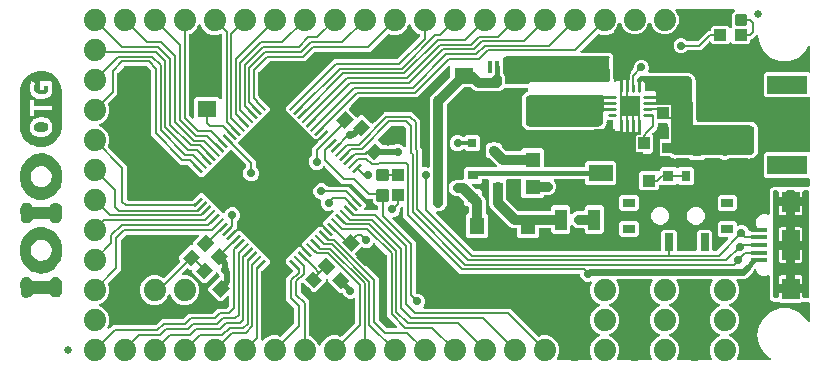
<source format=gbr>
G04 EAGLE Gerber RS-274X export*
G75*
%MOMM*%
%FSLAX34Y34*%
%LPD*%
%INTop Copper*%
%IPPOS*%
%AMOC8*
5,1,8,0,0,1.08239X$1,22.5*%
G01*
%ADD10R,0.220000X1.000000*%
%ADD11R,1.100000X1.000000*%
%ADD12R,1.600000X1.400000*%
%ADD13C,1.879600*%
%ADD14R,1.000000X1.100000*%
%ADD15C,0.300000*%
%ADD16C,0.280000*%
%ADD17R,1.680000X1.680000*%
%ADD18R,0.900000X0.800000*%
%ADD19R,0.700000X0.700000*%
%ADD20R,1.270000X1.470000*%
%ADD21R,1.000000X1.800000*%
%ADD22R,0.800000X1.200000*%
%ADD23R,1.200000X2.000000*%
%ADD24R,4.200000X1.400000*%
%ADD25R,0.400000X1.100000*%
%ADD26R,1.300000X1.300000*%
%ADD27R,2.000000X1.401600*%
%ADD28R,1.000000X0.800000*%
%ADD29R,0.700000X1.500000*%
%ADD30C,0.635000*%
%ADD31R,0.800000X0.900000*%
%ADD32R,1.100000X0.900000*%
%ADD33R,0.900000X0.900000*%
%ADD34R,1.400000X0.400000*%
%ADD35R,1.500000X1.800000*%
%ADD36R,1.500000X2.500000*%
%ADD37R,4.600000X1.000000*%
%ADD38R,3.400000X1.600000*%
%ADD39C,0.203200*%
%ADD40C,0.406400*%
%ADD41C,0.812800*%
%ADD42C,0.736600*%
%ADD43C,0.508000*%
%ADD44C,0.355600*%
%ADD45C,0.279400*%
%ADD46C,0.609600*%
%ADD47C,1.016000*%
%ADD48C,0.304800*%

G36*
X555224Y96783D02*
X555224Y96783D01*
X555282Y96781D01*
X555364Y96803D01*
X555448Y96815D01*
X555501Y96838D01*
X555557Y96853D01*
X555630Y96896D01*
X555707Y96931D01*
X555752Y96969D01*
X555802Y96998D01*
X555860Y97060D01*
X555924Y97114D01*
X555956Y97163D01*
X555996Y97206D01*
X556035Y97281D01*
X556082Y97351D01*
X556099Y97407D01*
X556126Y97459D01*
X556137Y97527D01*
X556167Y97622D01*
X556170Y97722D01*
X556181Y97790D01*
X556181Y112628D01*
X557967Y114414D01*
X567493Y114414D01*
X569279Y112628D01*
X569279Y97790D01*
X569287Y97732D01*
X569285Y97674D01*
X569307Y97592D01*
X569319Y97508D01*
X569342Y97455D01*
X569357Y97399D01*
X569400Y97326D01*
X569435Y97249D01*
X569473Y97204D01*
X569502Y97154D01*
X569564Y97096D01*
X569618Y97032D01*
X569667Y97000D01*
X569710Y96960D01*
X569785Y96921D01*
X569855Y96874D01*
X569911Y96857D01*
X569963Y96830D01*
X570031Y96819D01*
X570126Y96789D01*
X570226Y96786D01*
X570294Y96775D01*
X585166Y96775D01*
X585224Y96783D01*
X585282Y96781D01*
X585364Y96803D01*
X585448Y96815D01*
X585501Y96838D01*
X585557Y96853D01*
X585630Y96896D01*
X585707Y96931D01*
X585752Y96969D01*
X585802Y96998D01*
X585860Y97060D01*
X585924Y97114D01*
X585956Y97163D01*
X585996Y97206D01*
X586035Y97281D01*
X586082Y97351D01*
X586099Y97407D01*
X586126Y97459D01*
X586137Y97527D01*
X586167Y97622D01*
X586170Y97722D01*
X586181Y97790D01*
X586181Y112628D01*
X587967Y114414D01*
X597493Y114414D01*
X599279Y112628D01*
X599279Y97790D01*
X599287Y97732D01*
X599285Y97674D01*
X599307Y97592D01*
X599319Y97508D01*
X599342Y97455D01*
X599357Y97399D01*
X599400Y97326D01*
X599435Y97249D01*
X599473Y97204D01*
X599502Y97154D01*
X599564Y97096D01*
X599618Y97032D01*
X599667Y97000D01*
X599710Y96960D01*
X599785Y96921D01*
X599855Y96874D01*
X599911Y96857D01*
X599963Y96830D01*
X600031Y96819D01*
X600126Y96789D01*
X600226Y96786D01*
X600294Y96775D01*
X602416Y96775D01*
X602502Y96787D01*
X602590Y96790D01*
X602642Y96807D01*
X602697Y96815D01*
X602777Y96850D01*
X602860Y96877D01*
X602900Y96905D01*
X602957Y96931D01*
X603070Y97027D01*
X603134Y97072D01*
X612645Y106583D01*
X612662Y106607D01*
X612685Y106626D01*
X612748Y106720D01*
X612816Y106810D01*
X612826Y106838D01*
X612842Y106862D01*
X612877Y106970D01*
X612917Y107076D01*
X612919Y107105D01*
X612928Y107133D01*
X612931Y107247D01*
X612940Y107359D01*
X612935Y107388D01*
X612935Y107417D01*
X612907Y107527D01*
X612885Y107638D01*
X612871Y107664D01*
X612864Y107692D01*
X612806Y107790D01*
X612754Y107890D01*
X612733Y107912D01*
X612718Y107937D01*
X612636Y108014D01*
X612558Y108096D01*
X612532Y108111D01*
X612511Y108131D01*
X612410Y108183D01*
X612312Y108240D01*
X612284Y108247D01*
X612258Y108261D01*
X612181Y108274D01*
X612037Y108310D01*
X611974Y108308D01*
X611927Y108316D01*
X605467Y108316D01*
X603681Y110102D01*
X603681Y120628D01*
X605467Y122414D01*
X617993Y122414D01*
X619779Y120628D01*
X619779Y118995D01*
X619795Y118882D01*
X619805Y118767D01*
X619815Y118741D01*
X619819Y118714D01*
X619865Y118609D01*
X619907Y118502D01*
X619923Y118480D01*
X619935Y118455D01*
X620009Y118367D01*
X620078Y118275D01*
X620101Y118259D01*
X620118Y118238D01*
X620214Y118174D01*
X620306Y118105D01*
X620332Y118095D01*
X620355Y118080D01*
X620465Y118045D01*
X620572Y118005D01*
X620600Y118003D01*
X620626Y117994D01*
X620741Y117991D01*
X620855Y117982D01*
X620880Y117988D01*
X620910Y117987D01*
X621167Y118054D01*
X621183Y118057D01*
X622231Y118492D01*
X624909Y118492D01*
X627383Y117467D01*
X629277Y115573D01*
X630022Y113775D01*
X630022Y113774D01*
X630023Y113773D01*
X630093Y113654D01*
X630166Y113531D01*
X630167Y113530D01*
X630168Y113528D01*
X630272Y113431D01*
X630373Y113335D01*
X630374Y113335D01*
X630375Y113334D01*
X630501Y113269D01*
X630625Y113205D01*
X630627Y113205D01*
X630628Y113204D01*
X630643Y113202D01*
X630904Y113150D01*
X630935Y113153D01*
X630960Y113149D01*
X638158Y113149D01*
X638187Y113153D01*
X638217Y113150D01*
X638328Y113173D01*
X638440Y113189D01*
X638466Y113201D01*
X638495Y113206D01*
X638596Y113259D01*
X638699Y113305D01*
X638722Y113324D01*
X638748Y113337D01*
X638830Y113415D01*
X638916Y113488D01*
X638932Y113513D01*
X638954Y113533D01*
X639011Y113631D01*
X639074Y113725D01*
X639083Y113753D01*
X639097Y113778D01*
X639125Y113888D01*
X639160Y113996D01*
X639160Y114026D01*
X639168Y114054D01*
X639164Y114167D01*
X639167Y114280D01*
X639159Y114309D01*
X639158Y114338D01*
X639124Y114446D01*
X639095Y114555D01*
X639080Y114581D01*
X639071Y114609D01*
X639025Y114673D01*
X638950Y114800D01*
X638904Y114843D01*
X638876Y114882D01*
X637292Y116466D01*
X636181Y119148D01*
X636181Y122052D01*
X637292Y124734D01*
X639346Y126788D01*
X642028Y127899D01*
X644932Y127899D01*
X646295Y127334D01*
X646407Y127305D01*
X646516Y127271D01*
X646544Y127270D01*
X646571Y127263D01*
X646685Y127266D01*
X646800Y127263D01*
X646827Y127270D01*
X646855Y127271D01*
X646964Y127306D01*
X647075Y127335D01*
X647099Y127349D01*
X647126Y127358D01*
X647221Y127422D01*
X647320Y127480D01*
X647339Y127501D01*
X647362Y127516D01*
X647436Y127604D01*
X647514Y127688D01*
X647527Y127712D01*
X647545Y127734D01*
X647591Y127838D01*
X647644Y127941D01*
X647648Y127965D01*
X647660Y127993D01*
X647697Y128257D01*
X647699Y128272D01*
X647699Y147061D01*
X648473Y148928D01*
X649902Y150357D01*
X651769Y151131D01*
X680521Y151131D01*
X680552Y151121D01*
X680580Y151120D01*
X680606Y151113D01*
X680721Y151117D01*
X680836Y151114D01*
X680863Y151121D01*
X680891Y151121D01*
X681000Y151156D01*
X681111Y151185D01*
X681135Y151200D01*
X681161Y151208D01*
X681257Y151272D01*
X681356Y151331D01*
X681375Y151351D01*
X681398Y151366D01*
X681471Y151454D01*
X681550Y151538D01*
X681563Y151563D01*
X681581Y151584D01*
X681627Y151689D01*
X681680Y151791D01*
X681684Y151816D01*
X681696Y151843D01*
X681733Y152109D01*
X681735Y152122D01*
X681735Y157136D01*
X681727Y157194D01*
X681729Y157252D01*
X681707Y157334D01*
X681695Y157418D01*
X681672Y157471D01*
X681657Y157527D01*
X681614Y157600D01*
X681579Y157677D01*
X681541Y157722D01*
X681512Y157772D01*
X681450Y157830D01*
X681396Y157894D01*
X681347Y157926D01*
X681304Y157966D01*
X681229Y158005D01*
X681159Y158052D01*
X681103Y158069D01*
X681051Y158096D01*
X680983Y158107D01*
X680888Y158137D01*
X680788Y158140D01*
X680720Y158151D01*
X644437Y158151D01*
X642651Y159937D01*
X642651Y178463D01*
X644437Y180249D01*
X680720Y180249D01*
X680778Y180257D01*
X680836Y180255D01*
X680918Y180277D01*
X681002Y180289D01*
X681055Y180312D01*
X681111Y180327D01*
X681184Y180370D01*
X681261Y180405D01*
X681306Y180443D01*
X681356Y180472D01*
X681414Y180534D01*
X681478Y180588D01*
X681510Y180637D01*
X681550Y180680D01*
X681589Y180755D01*
X681636Y180825D01*
X681653Y180881D01*
X681680Y180933D01*
X681691Y181001D01*
X681721Y181096D01*
X681724Y181196D01*
X681735Y181264D01*
X681735Y207386D01*
X681773Y207403D01*
X681815Y207440D01*
X681864Y207469D01*
X681923Y207532D01*
X681989Y207588D01*
X682020Y207635D01*
X682058Y207676D01*
X682098Y207753D01*
X682145Y207825D01*
X682162Y207879D01*
X682188Y207929D01*
X682199Y207998D01*
X682230Y208097D01*
X682232Y208193D01*
X682243Y208260D01*
X682243Y225699D01*
X682239Y225728D01*
X682242Y225758D01*
X682219Y225869D01*
X682203Y225981D01*
X682191Y226007D01*
X682186Y226036D01*
X682133Y226137D01*
X682087Y226240D01*
X682068Y226262D01*
X682055Y226289D01*
X681977Y226371D01*
X681904Y226457D01*
X681879Y226473D01*
X681859Y226495D01*
X681761Y226552D01*
X681667Y226615D01*
X681639Y226624D01*
X681613Y226638D01*
X681504Y226666D01*
X681396Y226700D01*
X681366Y226701D01*
X681338Y226708D01*
X681225Y226705D01*
X681112Y226708D01*
X681083Y226700D01*
X681054Y226699D01*
X680946Y226664D01*
X680926Y226659D01*
X644648Y226659D01*
X643159Y228148D01*
X643159Y246252D01*
X644648Y247741D01*
X680925Y247741D01*
X681003Y247711D01*
X681032Y247708D01*
X681060Y247700D01*
X681173Y247697D01*
X681286Y247687D01*
X681315Y247693D01*
X681344Y247692D01*
X681454Y247721D01*
X681565Y247743D01*
X681591Y247757D01*
X681619Y247764D01*
X681716Y247822D01*
X681817Y247874D01*
X681839Y247894D01*
X681864Y247909D01*
X681941Y247992D01*
X682023Y248070D01*
X682038Y248095D01*
X682058Y248117D01*
X682110Y248217D01*
X682167Y248315D01*
X682174Y248344D01*
X682188Y248370D01*
X682201Y248447D01*
X682237Y248591D01*
X682235Y248653D01*
X682243Y248701D01*
X682243Y269247D01*
X682241Y269267D01*
X682243Y269286D01*
X682221Y269407D01*
X682203Y269529D01*
X682195Y269547D01*
X682192Y269566D01*
X682137Y269676D01*
X682087Y269788D01*
X682075Y269803D01*
X682066Y269821D01*
X681983Y269911D01*
X681904Y270005D01*
X681887Y270016D01*
X681874Y270030D01*
X681769Y270095D01*
X681667Y270163D01*
X681648Y270169D01*
X681632Y270179D01*
X681513Y270211D01*
X681396Y270249D01*
X681376Y270249D01*
X681357Y270254D01*
X681235Y270253D01*
X681112Y270256D01*
X681093Y270251D01*
X681073Y270251D01*
X680955Y270215D01*
X680837Y270184D01*
X680820Y270174D01*
X680801Y270168D01*
X680698Y270101D01*
X680592Y270039D01*
X680579Y270024D01*
X680562Y270014D01*
X680516Y269957D01*
X680398Y269831D01*
X680374Y269786D01*
X680349Y269755D01*
X677590Y264976D01*
X671620Y259967D01*
X664297Y257301D01*
X656503Y257301D01*
X649180Y259967D01*
X643210Y264976D01*
X639314Y271725D01*
X638038Y278959D01*
X638012Y279038D01*
X637996Y279120D01*
X637969Y279173D01*
X637950Y279229D01*
X637903Y279298D01*
X637865Y279372D01*
X637824Y279415D01*
X637791Y279464D01*
X637727Y279518D01*
X637669Y279578D01*
X637618Y279608D01*
X637572Y279646D01*
X637496Y279680D01*
X637424Y279722D01*
X637366Y279736D01*
X637312Y279760D01*
X637229Y279771D01*
X637148Y279792D01*
X637089Y279790D01*
X637030Y279798D01*
X636947Y279785D01*
X636864Y279783D01*
X636808Y279764D01*
X636749Y279756D01*
X636673Y279721D01*
X636594Y279695D01*
X636552Y279665D01*
X636490Y279637D01*
X636384Y279546D01*
X636320Y279500D01*
X634906Y278086D01*
X632663Y275843D01*
X632236Y275843D01*
X632178Y275835D01*
X632120Y275837D01*
X632038Y275815D01*
X631954Y275803D01*
X631901Y275780D01*
X631845Y275765D01*
X631772Y275722D01*
X631695Y275687D01*
X631650Y275649D01*
X631600Y275620D01*
X631542Y275558D01*
X631478Y275504D01*
X631446Y275455D01*
X631406Y275412D01*
X631367Y275337D01*
X631320Y275267D01*
X631303Y275211D01*
X631276Y275159D01*
X631265Y275091D01*
X631235Y274996D01*
X631232Y274896D01*
X631221Y274828D01*
X631221Y273348D01*
X629732Y271859D01*
X616628Y271859D01*
X615398Y273089D01*
X615351Y273124D01*
X615311Y273167D01*
X615238Y273209D01*
X615171Y273260D01*
X615116Y273281D01*
X615066Y273310D01*
X614984Y273331D01*
X614905Y273361D01*
X614847Y273366D01*
X614790Y273380D01*
X614706Y273378D01*
X614622Y273385D01*
X614564Y273373D01*
X614506Y273371D01*
X614426Y273345D01*
X614343Y273329D01*
X614291Y273302D01*
X614235Y273284D01*
X614179Y273244D01*
X614091Y273198D01*
X614018Y273129D01*
X613962Y273089D01*
X612732Y271859D01*
X599628Y271859D01*
X598108Y273379D01*
X598099Y273440D01*
X598087Y273466D01*
X598082Y273495D01*
X598030Y273596D01*
X597983Y273699D01*
X597964Y273722D01*
X597951Y273748D01*
X597873Y273830D01*
X597800Y273916D01*
X597775Y273932D01*
X597755Y273954D01*
X597657Y274011D01*
X597563Y274074D01*
X597535Y274083D01*
X597510Y274097D01*
X597400Y274125D01*
X597292Y274160D01*
X597262Y274160D01*
X597234Y274168D01*
X597121Y274164D01*
X597008Y274167D01*
X596979Y274159D01*
X596950Y274158D01*
X596842Y274124D01*
X596733Y274095D01*
X596707Y274080D01*
X596679Y274071D01*
X596616Y274026D01*
X596488Y273950D01*
X596445Y273904D01*
X596406Y273876D01*
X591864Y269334D01*
X589483Y266953D01*
X578435Y266953D01*
X578349Y266941D01*
X578261Y266938D01*
X578209Y266921D01*
X578154Y266913D01*
X578074Y266878D01*
X577991Y266851D01*
X577952Y266823D01*
X577895Y266797D01*
X577781Y266701D01*
X577718Y266656D01*
X576296Y265234D01*
X574008Y264286D01*
X571532Y264286D01*
X569244Y265234D01*
X567494Y266984D01*
X566546Y269272D01*
X566546Y271748D01*
X567494Y274036D01*
X569244Y275786D01*
X571532Y276734D01*
X574008Y276734D01*
X576296Y275786D01*
X577718Y274364D01*
X577787Y274312D01*
X577851Y274252D01*
X577901Y274226D01*
X577945Y274193D01*
X578026Y274162D01*
X578104Y274122D01*
X578152Y274114D01*
X578210Y274092D01*
X578358Y274080D01*
X578435Y274067D01*
X586116Y274067D01*
X586203Y274079D01*
X586290Y274082D01*
X586343Y274099D01*
X586398Y274107D01*
X586478Y274142D01*
X586561Y274169D01*
X586600Y274197D01*
X586657Y274223D01*
X586770Y274319D01*
X586834Y274364D01*
X593046Y280576D01*
X595427Y282957D01*
X597124Y282957D01*
X597182Y282965D01*
X597240Y282963D01*
X597322Y282985D01*
X597406Y282997D01*
X597459Y283020D01*
X597515Y283035D01*
X597588Y283078D01*
X597665Y283113D01*
X597710Y283151D01*
X597760Y283180D01*
X597818Y283242D01*
X597882Y283296D01*
X597914Y283345D01*
X597954Y283388D01*
X597993Y283463D01*
X598040Y283533D01*
X598057Y283589D01*
X598084Y283641D01*
X598095Y283709D01*
X598125Y283804D01*
X598128Y283904D01*
X598139Y283972D01*
X598139Y285452D01*
X599628Y286941D01*
X612732Y286941D01*
X613962Y285711D01*
X614009Y285676D01*
X614049Y285633D01*
X614122Y285591D01*
X614189Y285540D01*
X614244Y285519D01*
X614294Y285490D01*
X614376Y285469D01*
X614455Y285439D01*
X614513Y285434D01*
X614570Y285420D01*
X614654Y285422D01*
X614738Y285415D01*
X614796Y285427D01*
X614854Y285429D01*
X614934Y285455D01*
X615017Y285471D01*
X615069Y285498D01*
X615125Y285516D01*
X615181Y285556D01*
X615269Y285602D01*
X615342Y285671D01*
X615398Y285711D01*
X615612Y285925D01*
X615664Y285995D01*
X615724Y286059D01*
X615750Y286108D01*
X615783Y286152D01*
X615814Y286234D01*
X615854Y286312D01*
X615862Y286360D01*
X615884Y286418D01*
X615896Y286566D01*
X615909Y286643D01*
X615909Y297274D01*
X618146Y299510D01*
X618163Y299534D01*
X618186Y299553D01*
X618248Y299647D01*
X618317Y299737D01*
X618327Y299765D01*
X618343Y299789D01*
X618378Y299897D01*
X618418Y300003D01*
X618420Y300032D01*
X618429Y300060D01*
X618432Y300174D01*
X618441Y300286D01*
X618436Y300315D01*
X618436Y300344D01*
X618408Y300454D01*
X618385Y300565D01*
X618372Y300591D01*
X618365Y300619D01*
X618307Y300717D01*
X618254Y300817D01*
X618234Y300839D01*
X618219Y300864D01*
X618137Y300941D01*
X618059Y301023D01*
X618033Y301038D01*
X618012Y301058D01*
X617911Y301110D01*
X617813Y301167D01*
X617785Y301174D01*
X617759Y301188D01*
X617682Y301201D01*
X617538Y301237D01*
X617475Y301235D01*
X617428Y301243D01*
X568992Y301243D01*
X568963Y301239D01*
X568933Y301242D01*
X568822Y301219D01*
X568710Y301203D01*
X568683Y301191D01*
X568655Y301186D01*
X568554Y301133D01*
X568451Y301087D01*
X568428Y301068D01*
X568402Y301055D01*
X568320Y300977D01*
X568234Y300904D01*
X568218Y300879D01*
X568196Y300859D01*
X568139Y300761D01*
X568076Y300667D01*
X568067Y300639D01*
X568052Y300614D01*
X568025Y300504D01*
X567990Y300396D01*
X567990Y300366D01*
X567982Y300338D01*
X567986Y300225D01*
X567983Y300112D01*
X567991Y300083D01*
X567991Y300054D01*
X568026Y299946D01*
X568055Y299837D01*
X568070Y299811D01*
X568079Y299783D01*
X568125Y299719D01*
X568200Y299592D01*
X568246Y299549D01*
X568274Y299510D01*
X568921Y298863D01*
X570739Y294475D01*
X570739Y289725D01*
X568921Y285337D01*
X565563Y281979D01*
X561175Y280161D01*
X556425Y280161D01*
X552037Y281979D01*
X548679Y285337D01*
X547038Y289299D01*
X547023Y289324D01*
X547014Y289352D01*
X546951Y289446D01*
X546893Y289543D01*
X546872Y289564D01*
X546856Y289588D01*
X546769Y289661D01*
X546687Y289739D01*
X546661Y289752D01*
X546638Y289771D01*
X546535Y289817D01*
X546434Y289869D01*
X546405Y289875D01*
X546378Y289886D01*
X546266Y289902D01*
X546155Y289924D01*
X546126Y289921D01*
X546097Y289925D01*
X545985Y289909D01*
X545872Y289899D01*
X545845Y289889D01*
X545816Y289885D01*
X545712Y289838D01*
X545607Y289797D01*
X545583Y289780D01*
X545556Y289768D01*
X545470Y289694D01*
X545380Y289626D01*
X545362Y289602D01*
X545340Y289583D01*
X545298Y289517D01*
X545210Y289398D01*
X545188Y289340D01*
X545162Y289299D01*
X543521Y285337D01*
X540163Y281979D01*
X535775Y280161D01*
X531025Y280161D01*
X526637Y281979D01*
X523279Y285337D01*
X521638Y289299D01*
X521623Y289324D01*
X521614Y289352D01*
X521551Y289446D01*
X521493Y289543D01*
X521472Y289564D01*
X521456Y289588D01*
X521369Y289661D01*
X521287Y289739D01*
X521261Y289752D01*
X521238Y289771D01*
X521135Y289817D01*
X521034Y289869D01*
X521005Y289875D01*
X520978Y289886D01*
X520866Y289902D01*
X520755Y289924D01*
X520726Y289921D01*
X520697Y289925D01*
X520585Y289909D01*
X520472Y289899D01*
X520445Y289889D01*
X520416Y289885D01*
X520312Y289838D01*
X520207Y289797D01*
X520183Y289780D01*
X520156Y289768D01*
X520070Y289694D01*
X519980Y289626D01*
X519962Y289602D01*
X519940Y289583D01*
X519898Y289517D01*
X519810Y289398D01*
X519788Y289340D01*
X519762Y289299D01*
X518121Y285337D01*
X516172Y283388D01*
X516120Y283318D01*
X516060Y283254D01*
X516034Y283205D01*
X516001Y283161D01*
X515970Y283079D01*
X515930Y283001D01*
X515922Y282954D01*
X515900Y282895D01*
X515888Y282748D01*
X515875Y282670D01*
X515875Y282372D01*
X515051Y281548D01*
X510476Y279653D01*
X505524Y279653D01*
X503165Y280630D01*
X503164Y280631D01*
X503162Y280632D01*
X503028Y280666D01*
X502890Y280701D01*
X502888Y280701D01*
X502887Y280702D01*
X502746Y280697D01*
X502606Y280693D01*
X502604Y280693D01*
X502603Y280693D01*
X502470Y280650D01*
X502335Y280607D01*
X502334Y280606D01*
X502332Y280605D01*
X502320Y280597D01*
X502099Y280448D01*
X502079Y280425D01*
X502059Y280410D01*
X487852Y266204D01*
X487835Y266180D01*
X487812Y266161D01*
X487749Y266067D01*
X487682Y265977D01*
X487671Y265949D01*
X487654Y265924D01*
X487621Y265817D01*
X487580Y265711D01*
X487578Y265682D01*
X487569Y265653D01*
X487566Y265540D01*
X487557Y265428D01*
X487563Y265399D01*
X487562Y265369D01*
X487591Y265260D01*
X487613Y265149D01*
X487626Y265123D01*
X487634Y265094D01*
X487692Y264997D01*
X487744Y264897D01*
X487764Y264875D01*
X487779Y264850D01*
X487862Y264773D01*
X487939Y264691D01*
X487965Y264676D01*
X487987Y264655D01*
X488087Y264604D01*
X488185Y264547D01*
X488214Y264540D01*
X488240Y264526D01*
X488318Y264513D01*
X488460Y264477D01*
X488523Y264479D01*
X488571Y264471D01*
X509864Y264490D01*
X509968Y264505D01*
X510073Y264512D01*
X510104Y264524D01*
X510145Y264530D01*
X510329Y264612D01*
X510385Y264635D01*
X510563Y264741D01*
X510802Y264681D01*
X510899Y264671D01*
X510994Y264652D01*
X511034Y264657D01*
X511085Y264651D01*
X511254Y264682D01*
X511327Y264690D01*
X511702Y264797D01*
X512021Y264620D01*
X512105Y264588D01*
X512184Y264547D01*
X512230Y264540D01*
X512287Y264518D01*
X512438Y264505D01*
X512515Y264492D01*
X512881Y264492D01*
X513123Y264250D01*
X513198Y264194D01*
X513241Y264154D01*
X513252Y264148D01*
X513287Y264118D01*
X513317Y264104D01*
X513351Y264079D01*
X513490Y264027D01*
X513494Y264024D01*
X513497Y264024D01*
X513539Y264008D01*
X513595Y263984D01*
X513829Y263925D01*
X513968Y263694D01*
X514029Y263619D01*
X514083Y263538D01*
X514115Y263513D01*
X514147Y263473D01*
X514288Y263375D01*
X514346Y263329D01*
X514646Y263162D01*
X514746Y262811D01*
X514783Y262729D01*
X514810Y262645D01*
X514837Y262606D01*
X514862Y262551D01*
X514960Y262435D01*
X515005Y262371D01*
X515264Y262113D01*
X515264Y261816D01*
X515279Y261712D01*
X515286Y261606D01*
X515298Y261575D01*
X515304Y261534D01*
X515386Y261351D01*
X515409Y261294D01*
X515563Y261038D01*
X515484Y260724D01*
X515474Y260627D01*
X515455Y260532D01*
X515460Y260492D01*
X515454Y260441D01*
X515485Y260272D01*
X515493Y260199D01*
X515582Y259888D01*
X515417Y259590D01*
X515382Y259499D01*
X515339Y259411D01*
X515333Y259372D01*
X515315Y259325D01*
X515300Y259152D01*
X515289Y259079D01*
X515299Y258526D01*
X515294Y258514D01*
X515285Y258367D01*
X515273Y258290D01*
X515517Y243044D01*
X515519Y243031D01*
X515518Y243018D01*
X515541Y242891D01*
X515561Y242763D01*
X515567Y242751D01*
X515569Y242739D01*
X515600Y242681D01*
X515682Y242506D01*
X515710Y242473D01*
X515727Y242442D01*
X515860Y242268D01*
X515875Y242254D01*
X515875Y240955D01*
X515879Y240926D01*
X515876Y240897D01*
X515899Y240786D01*
X515915Y240674D01*
X515927Y240647D01*
X515932Y240618D01*
X515985Y240517D01*
X516031Y240414D01*
X516050Y240392D01*
X516063Y240366D01*
X516141Y240284D01*
X516215Y240197D01*
X516239Y240181D01*
X516259Y240160D01*
X516357Y240102D01*
X516451Y240040D01*
X516479Y240031D01*
X516504Y240016D01*
X516614Y239988D01*
X516722Y239954D01*
X516752Y239953D01*
X516780Y239946D01*
X516893Y239949D01*
X517006Y239946D01*
X517035Y239954D01*
X517064Y239955D01*
X517172Y239990D01*
X517281Y240018D01*
X517307Y240033D01*
X517335Y240042D01*
X517399Y240088D01*
X517526Y240164D01*
X517569Y240209D01*
X517608Y240237D01*
X518138Y240767D01*
X521357Y240767D01*
X521392Y240733D01*
X521439Y240697D01*
X521479Y240655D01*
X521552Y240612D01*
X521619Y240562D01*
X521674Y240541D01*
X521724Y240511D01*
X521806Y240490D01*
X521885Y240460D01*
X521943Y240456D01*
X522000Y240441D01*
X522084Y240444D01*
X522168Y240437D01*
X522225Y240448D01*
X522284Y240450D01*
X522364Y240476D01*
X522447Y240493D01*
X522499Y240520D01*
X522554Y240538D01*
X522611Y240578D01*
X522699Y240624D01*
X522771Y240692D01*
X522828Y240732D01*
X523066Y240971D01*
X526290Y240971D01*
X526315Y240951D01*
X526356Y240909D01*
X526428Y240866D01*
X526496Y240816D01*
X526550Y240795D01*
X526601Y240765D01*
X526683Y240744D01*
X526761Y240714D01*
X526820Y240710D01*
X526876Y240695D01*
X526961Y240698D01*
X527045Y240691D01*
X527102Y240702D01*
X527161Y240704D01*
X527241Y240730D01*
X527323Y240747D01*
X527375Y240774D01*
X527431Y240792D01*
X527487Y240832D01*
X527576Y240878D01*
X527648Y240946D01*
X527704Y240986D01*
X528069Y241352D01*
X528356Y241352D01*
X528414Y241360D01*
X528473Y241358D01*
X528554Y241380D01*
X528638Y241391D01*
X528691Y241415D01*
X528748Y241430D01*
X528820Y241473D01*
X528897Y241508D01*
X528942Y241545D01*
X528992Y241575D01*
X529050Y241637D01*
X529114Y241691D01*
X529147Y241740D01*
X529187Y241783D01*
X529225Y241858D01*
X529272Y241928D01*
X529289Y241984D01*
X529316Y242036D01*
X529327Y242104D01*
X529358Y242199D01*
X529360Y242299D01*
X529371Y242367D01*
X529371Y246050D01*
X530308Y246986D01*
X530360Y247056D01*
X530420Y247120D01*
X530446Y247169D01*
X530479Y247213D01*
X530510Y247295D01*
X530550Y247373D01*
X530558Y247421D01*
X530580Y247479D01*
X530592Y247627D01*
X530605Y247704D01*
X530605Y249080D01*
X532264Y250738D01*
X532316Y250808D01*
X532376Y250872D01*
X532401Y250921D01*
X532435Y250965D01*
X532466Y251047D01*
X532506Y251125D01*
X532514Y251172D01*
X532536Y251231D01*
X532548Y251379D01*
X532561Y251456D01*
X532561Y253358D01*
X532856Y254071D01*
X532863Y254072D01*
X533001Y254091D01*
X533003Y254092D01*
X533004Y254092D01*
X533130Y254149D01*
X533261Y254208D01*
X533262Y254209D01*
X533263Y254209D01*
X533371Y254301D01*
X533478Y254391D01*
X533479Y254393D01*
X533480Y254394D01*
X533488Y254407D01*
X533635Y254628D01*
X533645Y254657D01*
X533658Y254678D01*
X534017Y255544D01*
X535767Y257295D01*
X538055Y258243D01*
X540531Y258243D01*
X542818Y257295D01*
X544569Y255544D01*
X544928Y254678D01*
X544929Y254677D01*
X544929Y254675D01*
X544999Y254557D01*
X545072Y254433D01*
X545073Y254432D01*
X545074Y254431D01*
X545093Y254414D01*
X545104Y254363D01*
X545125Y254220D01*
X545151Y254161D01*
X545162Y254113D01*
X545517Y253257D01*
X545517Y250781D01*
X545162Y249925D01*
X545154Y249895D01*
X545140Y249868D01*
X545127Y249790D01*
X545091Y249650D01*
X545093Y249585D01*
X545085Y249537D01*
X545085Y248266D01*
X545092Y248211D01*
X545091Y248156D01*
X545112Y248071D01*
X545125Y247984D01*
X545147Y247934D01*
X545161Y247881D01*
X545205Y247805D01*
X545241Y247725D01*
X545276Y247683D01*
X545304Y247635D01*
X545368Y247575D01*
X545425Y247508D01*
X545470Y247478D01*
X545510Y247440D01*
X545588Y247399D01*
X545661Y247350D01*
X545714Y247334D01*
X545762Y247308D01*
X545832Y247296D01*
X545932Y247265D01*
X546027Y247262D01*
X546093Y247251D01*
X576275Y247048D01*
X576317Y247053D01*
X576359Y247051D01*
X576457Y247072D01*
X576557Y247086D01*
X576595Y247103D01*
X576637Y247112D01*
X576703Y247150D01*
X576817Y247200D01*
X576877Y247251D01*
X576904Y247266D01*
X577838Y247176D01*
X577954Y247181D01*
X578070Y247180D01*
X578093Y247187D01*
X578122Y247189D01*
X578387Y247278D01*
X578391Y247279D01*
X578391Y247280D01*
X578530Y247349D01*
X578560Y247339D01*
X578618Y247328D01*
X578674Y247308D01*
X578743Y247306D01*
X578840Y247288D01*
X578940Y247298D01*
X579010Y247296D01*
X579041Y247300D01*
X579142Y247222D01*
X579144Y247221D01*
X579145Y247220D01*
X579266Y247151D01*
X579389Y247082D01*
X579391Y247081D01*
X579393Y247080D01*
X579530Y247048D01*
X579666Y247015D01*
X579668Y247015D01*
X579669Y247015D01*
X579687Y247016D01*
X579950Y247028D01*
X579979Y247038D01*
X580004Y247040D01*
X580128Y247070D01*
X580155Y247054D01*
X580209Y247030D01*
X580259Y246998D01*
X580326Y246981D01*
X580416Y246942D01*
X580516Y246929D01*
X580584Y246911D01*
X580615Y246908D01*
X580696Y246810D01*
X580698Y246809D01*
X580699Y246807D01*
X580805Y246711D01*
X580906Y246618D01*
X580908Y246617D01*
X580909Y246616D01*
X581035Y246554D01*
X581161Y246492D01*
X581163Y246492D01*
X581164Y246491D01*
X581181Y246488D01*
X581441Y246441D01*
X581471Y246444D01*
X581496Y246441D01*
X581623Y246443D01*
X581646Y246421D01*
X581694Y246386D01*
X581736Y246343D01*
X581796Y246311D01*
X581876Y246253D01*
X581971Y246219D01*
X582033Y246186D01*
X582063Y246176D01*
X582120Y246063D01*
X582121Y246061D01*
X582122Y246059D01*
X582203Y245942D01*
X582282Y245829D01*
X582283Y245828D01*
X582284Y245826D01*
X582394Y245737D01*
X582502Y245649D01*
X582504Y245648D01*
X582505Y245647D01*
X582521Y245641D01*
X582763Y245537D01*
X582794Y245534D01*
X582818Y245524D01*
X582942Y245498D01*
X582959Y245472D01*
X582999Y245427D01*
X583030Y245376D01*
X583082Y245332D01*
X583146Y245257D01*
X583231Y245203D01*
X583284Y245157D01*
X583311Y245141D01*
X583342Y245017D01*
X583342Y245015D01*
X583342Y245014D01*
X583395Y244883D01*
X583447Y244753D01*
X583448Y244752D01*
X583449Y244750D01*
X583539Y244636D01*
X583622Y244529D01*
X583623Y244528D01*
X583625Y244526D01*
X583639Y244516D01*
X583852Y244362D01*
X583881Y244351D01*
X583902Y244337D01*
X584018Y244284D01*
X584028Y244254D01*
X584057Y244202D01*
X584076Y244146D01*
X584116Y244090D01*
X584163Y244004D01*
X584234Y243931D01*
X584275Y243875D01*
X584298Y243853D01*
X584300Y243697D01*
X584318Y243583D01*
X584330Y243468D01*
X584340Y243446D01*
X584345Y243417D01*
X584463Y243164D01*
X584465Y243160D01*
X584714Y242776D01*
X584738Y242749D01*
X584740Y242746D01*
X584744Y242743D01*
X584812Y242664D01*
X584859Y242601D01*
X585005Y242459D01*
X585005Y242439D01*
X585003Y242420D01*
X584992Y242343D01*
X585001Y241778D01*
X585001Y241776D01*
X585001Y241774D01*
X585005Y241753D01*
X585045Y241498D01*
X585058Y241469D01*
X585063Y241444D01*
X585303Y240791D01*
X585123Y240400D01*
X585106Y240343D01*
X585080Y240290D01*
X585070Y240222D01*
X585041Y240128D01*
X585040Y240027D01*
X585030Y239958D01*
X585490Y211205D01*
X585492Y211192D01*
X585491Y211181D01*
X585624Y207808D01*
X585631Y207768D01*
X585630Y207727D01*
X585657Y207629D01*
X585675Y207529D01*
X585693Y207492D01*
X585703Y207453D01*
X585756Y207365D01*
X585801Y207274D01*
X585829Y207244D01*
X585850Y207209D01*
X585924Y207139D01*
X585993Y207064D01*
X586028Y207043D01*
X586058Y207015D01*
X586066Y207011D01*
X586066Y206994D01*
X586074Y206944D01*
X586072Y206894D01*
X586096Y206804D01*
X586110Y206713D01*
X586131Y206667D01*
X586144Y206619D01*
X586191Y206539D01*
X586231Y206455D01*
X586264Y206417D01*
X586289Y206374D01*
X586357Y206311D01*
X586418Y206241D01*
X586460Y206214D01*
X586497Y206180D01*
X586579Y206138D01*
X586657Y206088D01*
X586705Y206073D01*
X586750Y206050D01*
X586822Y206038D01*
X586929Y206006D01*
X587018Y206005D01*
X587081Y205995D01*
X629466Y205995D01*
X629487Y205998D01*
X629508Y205996D01*
X629627Y206018D01*
X629747Y206035D01*
X629766Y206043D01*
X629787Y206047D01*
X629853Y206082D01*
X630007Y206151D01*
X630042Y206181D01*
X631028Y206051D01*
X631126Y206052D01*
X631222Y206044D01*
X631262Y206053D01*
X631313Y206054D01*
X631478Y206103D01*
X631549Y206120D01*
X631847Y206243D01*
X632260Y206072D01*
X632290Y206064D01*
X632318Y206050D01*
X632395Y206037D01*
X632536Y206001D01*
X632600Y206003D01*
X632649Y205995D01*
X632917Y205995D01*
X632968Y205956D01*
X632979Y205952D01*
X632988Y205946D01*
X633111Y205902D01*
X633234Y205855D01*
X633245Y205854D01*
X633256Y205850D01*
X633317Y205848D01*
X633517Y205831D01*
X633558Y205840D01*
X633592Y205838D01*
X633604Y205840D01*
X633667Y205804D01*
X633747Y205749D01*
X633785Y205737D01*
X633830Y205712D01*
X633997Y205672D01*
X634044Y205658D01*
X634224Y205423D01*
X634287Y205362D01*
X634342Y205294D01*
X634388Y205262D01*
X634427Y205224D01*
X634504Y205182D01*
X634576Y205132D01*
X634623Y205118D01*
X634677Y205089D01*
X634822Y205057D01*
X634897Y205034D01*
X635191Y204996D01*
X635243Y204945D01*
X635306Y204871D01*
X635340Y204849D01*
X635376Y204814D01*
X635528Y204732D01*
X635569Y204706D01*
X635682Y204432D01*
X635727Y204356D01*
X635763Y204277D01*
X635799Y204235D01*
X635827Y204187D01*
X635891Y204127D01*
X635947Y204060D01*
X635988Y204035D01*
X636034Y203992D01*
X636165Y203924D01*
X636232Y203882D01*
X636505Y203769D01*
X636542Y203706D01*
X636584Y203619D01*
X636611Y203589D01*
X636637Y203545D01*
X636763Y203427D01*
X636795Y203392D01*
X636834Y203097D01*
X636858Y203013D01*
X636872Y202927D01*
X636896Y202877D01*
X636910Y202823D01*
X636956Y202749D01*
X636994Y202670D01*
X637027Y202635D01*
X637060Y202581D01*
X637169Y202482D01*
X637223Y202424D01*
X637457Y202244D01*
X637477Y202174D01*
X637495Y202079D01*
X637513Y202043D01*
X637527Y201994D01*
X637618Y201847D01*
X637640Y201805D01*
X637638Y201792D01*
X637639Y201780D01*
X637636Y201769D01*
X637640Y201638D01*
X637641Y201507D01*
X637644Y201496D01*
X637645Y201485D01*
X637685Y201360D01*
X637723Y201235D01*
X637729Y201225D01*
X637732Y201214D01*
X637768Y201165D01*
X637795Y201123D01*
X637795Y200849D01*
X637799Y200818D01*
X637797Y200787D01*
X637814Y200711D01*
X637835Y200567D01*
X637861Y200509D01*
X637872Y200460D01*
X638043Y200047D01*
X637920Y199749D01*
X637896Y199656D01*
X637863Y199564D01*
X637862Y199524D01*
X637849Y199474D01*
X637854Y199302D01*
X637851Y199228D01*
X637980Y198250D01*
X637924Y198142D01*
X637865Y198036D01*
X637860Y198016D01*
X637850Y197997D01*
X637838Y197923D01*
X637799Y197760D01*
X637802Y197707D01*
X637795Y197666D01*
X637795Y183334D01*
X637798Y183313D01*
X637796Y183292D01*
X637818Y183173D01*
X637835Y183053D01*
X637843Y183034D01*
X637847Y183013D01*
X637882Y182947D01*
X637951Y182793D01*
X637981Y182758D01*
X637851Y181772D01*
X637852Y181674D01*
X637844Y181578D01*
X637853Y181538D01*
X637854Y181487D01*
X637903Y181322D01*
X637920Y181251D01*
X638043Y180953D01*
X637872Y180540D01*
X637864Y180510D01*
X637850Y180482D01*
X637837Y180405D01*
X637801Y180264D01*
X637803Y180200D01*
X637795Y180151D01*
X637795Y179883D01*
X637756Y179832D01*
X637752Y179821D01*
X637746Y179812D01*
X637702Y179689D01*
X637655Y179566D01*
X637654Y179555D01*
X637650Y179544D01*
X637648Y179483D01*
X637631Y179283D01*
X637640Y179242D01*
X637638Y179208D01*
X637640Y179197D01*
X637604Y179133D01*
X637549Y179053D01*
X637537Y179015D01*
X637512Y178970D01*
X637472Y178802D01*
X637458Y178756D01*
X637223Y178576D01*
X637162Y178513D01*
X637094Y178458D01*
X637062Y178412D01*
X637024Y178373D01*
X636982Y178296D01*
X636932Y178224D01*
X636918Y178177D01*
X636889Y178123D01*
X636857Y177978D01*
X636834Y177903D01*
X636796Y177609D01*
X636745Y177558D01*
X636671Y177494D01*
X636649Y177460D01*
X636614Y177424D01*
X636532Y177272D01*
X636506Y177231D01*
X636232Y177118D01*
X636156Y177073D01*
X636077Y177037D01*
X636035Y177001D01*
X635987Y176973D01*
X635927Y176910D01*
X635860Y176853D01*
X635835Y176812D01*
X635792Y176766D01*
X635724Y176635D01*
X635682Y176568D01*
X635569Y176295D01*
X635506Y176258D01*
X635419Y176216D01*
X635389Y176189D01*
X635345Y176163D01*
X635227Y176037D01*
X635192Y176005D01*
X634897Y175966D01*
X634813Y175942D01*
X634727Y175928D01*
X634677Y175904D01*
X634623Y175890D01*
X634549Y175844D01*
X634470Y175806D01*
X634435Y175773D01*
X634381Y175740D01*
X634282Y175631D01*
X634224Y175577D01*
X634044Y175343D01*
X633974Y175323D01*
X633879Y175305D01*
X633843Y175287D01*
X633794Y175273D01*
X633647Y175182D01*
X633605Y175160D01*
X633592Y175162D01*
X633580Y175161D01*
X633569Y175164D01*
X633438Y175160D01*
X633307Y175159D01*
X633296Y175156D01*
X633285Y175155D01*
X633160Y175115D01*
X633035Y175077D01*
X633025Y175071D01*
X633014Y175068D01*
X632965Y175032D01*
X632923Y175005D01*
X632649Y175005D01*
X632618Y175001D01*
X632587Y175003D01*
X632511Y174986D01*
X632367Y174965D01*
X632309Y174939D01*
X632260Y174928D01*
X631847Y174757D01*
X631549Y174880D01*
X631455Y174905D01*
X631364Y174937D01*
X631324Y174939D01*
X631274Y174951D01*
X631102Y174946D01*
X631028Y174949D01*
X630050Y174820D01*
X629942Y174876D01*
X629836Y174935D01*
X629815Y174940D01*
X629797Y174950D01*
X629723Y174962D01*
X629560Y175001D01*
X629507Y174998D01*
X629466Y175005D01*
X614485Y175005D01*
X614454Y175001D01*
X614424Y175003D01*
X614347Y174986D01*
X614203Y174965D01*
X614145Y174939D01*
X614096Y174928D01*
X611217Y173735D01*
X607983Y173735D01*
X605104Y174928D01*
X605074Y174936D01*
X605046Y174950D01*
X604969Y174963D01*
X604828Y174999D01*
X604764Y174997D01*
X604715Y175005D01*
X593315Y175005D01*
X593228Y174993D01*
X593141Y174990D01*
X593088Y174973D01*
X593033Y174965D01*
X592953Y174930D01*
X592870Y174903D01*
X592831Y174875D01*
X592774Y174849D01*
X592661Y174753D01*
X592597Y174708D01*
X591520Y173631D01*
X580995Y173631D01*
X579918Y174708D01*
X579848Y174760D01*
X579784Y174820D01*
X579735Y174846D01*
X579691Y174879D01*
X579609Y174910D01*
X579531Y174950D01*
X579484Y174958D01*
X579425Y174980D01*
X579277Y174992D01*
X579200Y175005D01*
X568727Y175005D01*
X568691Y175000D01*
X568655Y175003D01*
X568579Y174984D01*
X568445Y174965D01*
X568381Y174937D01*
X568329Y174924D01*
X567734Y174671D01*
X567085Y174932D01*
X567060Y174938D01*
X567037Y174950D01*
X566961Y174963D01*
X566809Y175000D01*
X566751Y174998D01*
X566706Y175005D01*
X566037Y175005D01*
X566010Y175001D01*
X565760Y175252D01*
X565673Y175317D01*
X565621Y175368D01*
X565345Y175560D01*
X565241Y175612D01*
X565140Y175669D01*
X565117Y175674D01*
X565091Y175688D01*
X564816Y175739D01*
X564812Y175740D01*
X564811Y175740D01*
X564592Y175750D01*
X564482Y175871D01*
X564436Y175909D01*
X564397Y175954D01*
X564339Y175990D01*
X564263Y176053D01*
X564170Y176093D01*
X564111Y176129D01*
X563925Y176204D01*
X563878Y176284D01*
X563875Y176286D01*
X563873Y176289D01*
X563772Y176383D01*
X563670Y176478D01*
X563667Y176480D01*
X563665Y176482D01*
X563542Y176544D01*
X563417Y176608D01*
X563414Y176608D01*
X563411Y176610D01*
X563131Y176662D01*
X563106Y176660D01*
X563086Y176663D01*
X555339Y176663D01*
X553553Y178449D01*
X553553Y189975D01*
X555339Y191761D01*
X560438Y191761D01*
X560496Y191769D01*
X560554Y191767D01*
X560636Y191789D01*
X560720Y191801D01*
X560773Y191824D01*
X560829Y191839D01*
X560902Y191882D01*
X560979Y191917D01*
X561024Y191954D01*
X561073Y191984D01*
X561131Y192046D01*
X561196Y192100D01*
X561228Y192149D01*
X561268Y192191D01*
X561307Y192266D01*
X561354Y192337D01*
X561371Y192392D01*
X561398Y192444D01*
X561409Y192512D01*
X561440Y192608D01*
X561442Y192707D01*
X561454Y192775D01*
X561468Y203938D01*
X561460Y203997D01*
X561462Y204056D01*
X561441Y204137D01*
X561429Y204220D01*
X561405Y204274D01*
X561390Y204331D01*
X561347Y204403D01*
X561313Y204479D01*
X561275Y204524D01*
X561245Y204575D01*
X561184Y204632D01*
X561130Y204696D01*
X561080Y204729D01*
X561037Y204770D01*
X560963Y204808D01*
X560893Y204854D01*
X560837Y204872D01*
X560784Y204899D01*
X560717Y204911D01*
X560622Y204940D01*
X560522Y204943D01*
X560453Y204955D01*
X554482Y204955D01*
X554424Y204946D01*
X554366Y204948D01*
X554284Y204927D01*
X554200Y204915D01*
X554147Y204891D01*
X554091Y204876D01*
X554018Y204833D01*
X553941Y204799D01*
X553896Y204761D01*
X553846Y204731D01*
X553788Y204669D01*
X553724Y204615D01*
X553692Y204566D01*
X553652Y204524D01*
X553613Y204448D01*
X553566Y204378D01*
X553549Y204322D01*
X553522Y204270D01*
X553511Y204202D01*
X553481Y204107D01*
X553478Y204007D01*
X553467Y203939D01*
X553467Y201059D01*
X548648Y196240D01*
X548613Y196194D01*
X548570Y196153D01*
X548528Y196080D01*
X548477Y196013D01*
X548456Y195958D01*
X548427Y195908D01*
X548406Y195826D01*
X548376Y195747D01*
X548371Y195689D01*
X548356Y195632D01*
X548359Y195548D01*
X548352Y195464D01*
X548364Y195407D01*
X548366Y195348D01*
X548391Y195268D01*
X548408Y195185D01*
X548435Y195133D01*
X548453Y195078D01*
X548493Y195021D01*
X548539Y194933D01*
X548608Y194861D01*
X548648Y194804D01*
X549069Y194384D01*
X549069Y180858D01*
X547283Y179072D01*
X540765Y179072D01*
X540765Y179327D01*
X540757Y179385D01*
X540759Y179443D01*
X540737Y179525D01*
X540725Y179608D01*
X540702Y179662D01*
X540687Y179718D01*
X540644Y179791D01*
X540609Y179868D01*
X540571Y179912D01*
X540542Y179963D01*
X540480Y180020D01*
X540426Y180085D01*
X540377Y180117D01*
X540334Y180157D01*
X540259Y180196D01*
X540189Y180242D01*
X540133Y180260D01*
X540081Y180287D01*
X540013Y180298D01*
X539918Y180328D01*
X539818Y180331D01*
X539750Y180342D01*
X535283Y180342D01*
X534241Y181384D01*
X534241Y193858D01*
X535283Y194900D01*
X537313Y194900D01*
X537400Y194912D01*
X537487Y194915D01*
X537540Y194932D01*
X537594Y194939D01*
X537674Y194975D01*
X537757Y195002D01*
X537797Y195030D01*
X537854Y195056D01*
X537967Y195151D01*
X538031Y195197D01*
X538585Y195751D01*
X538603Y195775D01*
X538625Y195793D01*
X538688Y195888D01*
X538756Y195978D01*
X538766Y196006D01*
X538783Y196030D01*
X538817Y196138D01*
X538857Y196244D01*
X538860Y196273D01*
X538868Y196301D01*
X538871Y196414D01*
X538881Y196527D01*
X538875Y196556D01*
X538876Y196585D01*
X538847Y196695D01*
X538825Y196806D01*
X538811Y196832D01*
X538804Y196860D01*
X538746Y196958D01*
X538694Y197058D01*
X538674Y197080D01*
X538659Y197105D01*
X538576Y197182D01*
X538498Y197264D01*
X538473Y197279D01*
X538451Y197299D01*
X538350Y197351D01*
X538253Y197408D01*
X538224Y197415D01*
X538198Y197429D01*
X538150Y197437D01*
X537826Y197760D01*
X537780Y197796D01*
X537739Y197838D01*
X537666Y197881D01*
X537599Y197931D01*
X537545Y197952D01*
X537494Y197982D01*
X537412Y198003D01*
X537333Y198033D01*
X537275Y198037D01*
X537218Y198052D01*
X537134Y198049D01*
X537050Y198056D01*
X536993Y198045D01*
X536934Y198043D01*
X536854Y198017D01*
X536771Y198000D01*
X536720Y197973D01*
X536664Y197955D01*
X536608Y197915D01*
X536519Y197869D01*
X536447Y197800D01*
X536391Y197760D01*
X536267Y197637D01*
X533048Y197637D01*
X532810Y197875D01*
X532763Y197910D01*
X532723Y197952D01*
X532650Y197995D01*
X532583Y198046D01*
X532528Y198066D01*
X532478Y198096D01*
X532396Y198117D01*
X532317Y198147D01*
X532259Y198152D01*
X532202Y198166D01*
X532118Y198163D01*
X532034Y198170D01*
X531976Y198159D01*
X531918Y198157D01*
X531838Y198131D01*
X531755Y198115D01*
X531703Y198088D01*
X531647Y198070D01*
X531591Y198029D01*
X531503Y197984D01*
X531430Y197915D01*
X531374Y197875D01*
X531238Y197738D01*
X528019Y197738D01*
X527806Y197951D01*
X527759Y197986D01*
X527719Y198028D01*
X527646Y198071D01*
X527579Y198122D01*
X527524Y198143D01*
X527474Y198172D01*
X527392Y198193D01*
X527313Y198223D01*
X527255Y198228D01*
X527198Y198242D01*
X527114Y198240D01*
X527030Y198247D01*
X526973Y198235D01*
X526914Y198233D01*
X526834Y198207D01*
X526751Y198191D01*
X526699Y198164D01*
X526644Y198146D01*
X526587Y198106D01*
X526499Y198060D01*
X526426Y197991D01*
X526370Y197951D01*
X526158Y197738D01*
X522939Y197738D01*
X522688Y197989D01*
X522641Y198024D01*
X522601Y198067D01*
X522528Y198109D01*
X522461Y198160D01*
X522406Y198181D01*
X522356Y198210D01*
X522274Y198231D01*
X522195Y198261D01*
X522137Y198266D01*
X522080Y198280D01*
X521996Y198278D01*
X521912Y198285D01*
X521855Y198273D01*
X521796Y198271D01*
X521716Y198245D01*
X521633Y198229D01*
X521581Y198202D01*
X521526Y198184D01*
X521469Y198144D01*
X521381Y198098D01*
X521308Y198029D01*
X521252Y197989D01*
X521052Y197789D01*
X517833Y197789D01*
X516940Y198682D01*
X516940Y199187D01*
X516933Y199234D01*
X516933Y199237D01*
X516933Y199240D01*
X516932Y199245D01*
X516933Y199303D01*
X516912Y199385D01*
X516900Y199468D01*
X516876Y199522D01*
X516862Y199578D01*
X516819Y199651D01*
X516784Y199728D01*
X516746Y199772D01*
X516716Y199823D01*
X516655Y199880D01*
X516600Y199945D01*
X516552Y199977D01*
X516509Y200017D01*
X516434Y200056D01*
X516364Y200102D01*
X516308Y200120D01*
X516256Y200147D01*
X516188Y200158D01*
X516093Y200188D01*
X515993Y200191D01*
X515925Y200202D01*
X515416Y200202D01*
X515416Y206305D01*
X515408Y206363D01*
X515409Y206422D01*
X515388Y206503D01*
X515376Y206587D01*
X515352Y206640D01*
X515338Y206697D01*
X515295Y206769D01*
X515260Y206846D01*
X515222Y206891D01*
X515192Y206941D01*
X515131Y206999D01*
X515076Y207063D01*
X515028Y207096D01*
X514985Y207136D01*
X514910Y207174D01*
X514840Y207221D01*
X514784Y207238D01*
X514732Y207265D01*
X514664Y207276D01*
X514569Y207307D01*
X514469Y207309D01*
X514401Y207321D01*
X510685Y207321D01*
X510553Y207302D01*
X510419Y207285D01*
X510412Y207282D01*
X510404Y207281D01*
X510282Y207226D01*
X510158Y207173D01*
X510152Y207168D01*
X510144Y207164D01*
X510042Y207078D01*
X509938Y206993D01*
X509933Y206986D01*
X509927Y206981D01*
X509853Y206869D01*
X509777Y206759D01*
X509775Y206752D01*
X509770Y206744D01*
X509684Y206473D01*
X509683Y206453D01*
X509678Y206438D01*
X509581Y205698D01*
X509582Y205601D01*
X509574Y205504D01*
X509583Y205465D01*
X509584Y205414D01*
X509633Y205249D01*
X509650Y205177D01*
X509773Y204880D01*
X509602Y204466D01*
X509594Y204436D01*
X509580Y204409D01*
X509567Y204332D01*
X509561Y204307D01*
X509539Y204237D01*
X509538Y204219D01*
X509531Y204191D01*
X509533Y204127D01*
X509525Y204078D01*
X509525Y203810D01*
X509486Y203758D01*
X509482Y203748D01*
X509476Y203738D01*
X509432Y203615D01*
X509385Y203493D01*
X509384Y203481D01*
X509380Y203471D01*
X509378Y203410D01*
X509361Y203210D01*
X509370Y203169D01*
X509368Y203135D01*
X509370Y203123D01*
X509334Y203060D01*
X509279Y202980D01*
X509267Y202941D01*
X509242Y202897D01*
X509202Y202729D01*
X509188Y202683D01*
X508953Y202502D01*
X508892Y202440D01*
X508824Y202385D01*
X508792Y202339D01*
X508754Y202300D01*
X508712Y202223D01*
X508662Y202150D01*
X508648Y202104D01*
X508619Y202049D01*
X508587Y201905D01*
X508564Y201829D01*
X508526Y201536D01*
X508475Y201484D01*
X508401Y201421D01*
X508379Y201387D01*
X508344Y201351D01*
X508262Y201199D01*
X508236Y201158D01*
X507962Y201044D01*
X507886Y201000D01*
X507807Y200964D01*
X507765Y200928D01*
X507717Y200900D01*
X507657Y200836D01*
X507590Y200780D01*
X507565Y200739D01*
X507522Y200693D01*
X507454Y200562D01*
X507412Y200495D01*
X507299Y200221D01*
X507266Y200202D01*
X500380Y200202D01*
X500322Y200194D01*
X500264Y200195D01*
X500182Y200174D01*
X500099Y200162D01*
X500045Y200138D01*
X499989Y200124D01*
X499916Y200081D01*
X499839Y200046D01*
X499794Y200008D01*
X499744Y199978D01*
X499686Y199917D01*
X499622Y199862D01*
X499590Y199814D01*
X499550Y199771D01*
X499511Y199696D01*
X499465Y199626D01*
X499447Y199570D01*
X499420Y199518D01*
X499409Y199450D01*
X499379Y199355D01*
X499376Y199255D01*
X499365Y199187D01*
X499365Y198924D01*
X446532Y198809D01*
X446512Y198806D01*
X446492Y198808D01*
X446372Y198786D01*
X446250Y198768D01*
X446232Y198760D01*
X446212Y198757D01*
X446147Y198722D01*
X445991Y198652D01*
X445953Y198619D01*
X444966Y198749D01*
X444869Y198748D01*
X444772Y198756D01*
X444733Y198746D01*
X444682Y198746D01*
X444517Y198697D01*
X444445Y198680D01*
X444148Y198557D01*
X443742Y198725D01*
X443711Y198733D01*
X443683Y198747D01*
X443605Y198760D01*
X443467Y198796D01*
X443401Y198794D01*
X443351Y198802D01*
X443088Y198801D01*
X443030Y198845D01*
X443020Y198849D01*
X443012Y198855D01*
X442887Y198899D01*
X442764Y198946D01*
X442753Y198947D01*
X442744Y198950D01*
X442686Y198952D01*
X442480Y198969D01*
X442441Y198961D01*
X442408Y198962D01*
X442391Y198960D01*
X442328Y198996D01*
X442248Y199051D01*
X442209Y199063D01*
X442165Y199088D01*
X441997Y199127D01*
X441951Y199142D01*
X441770Y199377D01*
X441708Y199438D01*
X441652Y199506D01*
X441607Y199537D01*
X441567Y199576D01*
X441491Y199618D01*
X441418Y199667D01*
X441372Y199681D01*
X441317Y199711D01*
X441172Y199743D01*
X441097Y199766D01*
X440804Y199804D01*
X440752Y199855D01*
X440689Y199929D01*
X440655Y199950D01*
X440619Y199986D01*
X440467Y200068D01*
X440426Y200093D01*
X440312Y200368D01*
X440268Y200443D01*
X440232Y200523D01*
X440196Y200565D01*
X440168Y200613D01*
X440104Y200673D01*
X440048Y200739D01*
X440007Y200765D01*
X439961Y200808D01*
X439829Y200876D01*
X439763Y200917D01*
X439489Y201031D01*
X439452Y201093D01*
X439411Y201181D01*
X439383Y201210D01*
X439357Y201254D01*
X439232Y201373D01*
X439199Y201408D01*
X439161Y201702D01*
X439137Y201787D01*
X439123Y201873D01*
X439099Y201923D01*
X439084Y201976D01*
X439038Y202051D01*
X439001Y202130D01*
X438968Y202165D01*
X438935Y202218D01*
X438825Y202318D01*
X438772Y202375D01*
X438537Y202555D01*
X438518Y202626D01*
X438500Y202721D01*
X438481Y202757D01*
X438468Y202806D01*
X438377Y202953D01*
X438355Y202995D01*
X438357Y203014D01*
X438357Y203024D01*
X438359Y203034D01*
X438356Y203166D01*
X438354Y203299D01*
X438351Y203308D01*
X438351Y203318D01*
X438311Y203444D01*
X438273Y203571D01*
X438267Y203579D01*
X438264Y203589D01*
X438231Y203636D01*
X438196Y203691D01*
X438196Y203958D01*
X438192Y203989D01*
X438194Y204022D01*
X438177Y204098D01*
X438157Y204239D01*
X438130Y204299D01*
X438119Y204349D01*
X437952Y204753D01*
X438075Y205050D01*
X438099Y205144D01*
X438132Y205236D01*
X438133Y205276D01*
X438146Y205326D01*
X438141Y205498D01*
X438144Y205571D01*
X438015Y206550D01*
X438018Y206554D01*
X438066Y206647D01*
X438085Y206676D01*
X438090Y206691D01*
X438135Y206770D01*
X438139Y206789D01*
X438148Y206806D01*
X438161Y206879D01*
X438200Y207046D01*
X438198Y207097D01*
X438205Y207137D01*
X438246Y223196D01*
X438243Y223218D01*
X438246Y223241D01*
X438224Y223358D01*
X438207Y223477D01*
X438198Y223498D01*
X438194Y223520D01*
X438159Y223587D01*
X438092Y223737D01*
X438065Y223769D01*
X438191Y224729D01*
X438190Y224826D01*
X438198Y224923D01*
X438189Y224962D01*
X438188Y225013D01*
X438139Y225178D01*
X438122Y225250D01*
X437999Y225548D01*
X438177Y225979D01*
X438185Y226007D01*
X438198Y226034D01*
X438211Y226111D01*
X438248Y226254D01*
X438246Y226317D01*
X438255Y226364D01*
X438255Y226663D01*
X438269Y226681D01*
X438274Y226693D01*
X438281Y226704D01*
X438325Y226826D01*
X438371Y226947D01*
X438372Y226959D01*
X438377Y226971D01*
X438379Y227035D01*
X438396Y227230D01*
X438388Y227269D01*
X438436Y227354D01*
X438491Y227434D01*
X438503Y227473D01*
X438528Y227517D01*
X438568Y227685D01*
X438587Y227747D01*
X438797Y227908D01*
X438858Y227970D01*
X438926Y228026D01*
X438957Y228071D01*
X438996Y228111D01*
X439037Y228188D01*
X439087Y228260D01*
X439101Y228306D01*
X439131Y228361D01*
X439162Y228506D01*
X439185Y228581D01*
X439220Y228843D01*
X439282Y228906D01*
X439356Y228969D01*
X439377Y229003D01*
X439413Y229040D01*
X439495Y229191D01*
X439529Y229246D01*
X439774Y229348D01*
X439849Y229392D01*
X439929Y229428D01*
X439971Y229464D01*
X440019Y229492D01*
X440079Y229556D01*
X440145Y229613D01*
X440171Y229653D01*
X440214Y229699D01*
X440282Y229831D01*
X440323Y229897D01*
X440424Y230141D01*
X440501Y230186D01*
X440589Y230228D01*
X440618Y230256D01*
X440662Y230282D01*
X440781Y230407D01*
X440828Y230451D01*
X441090Y230486D01*
X441175Y230509D01*
X441261Y230523D01*
X441311Y230547D01*
X441364Y230562D01*
X441439Y230608D01*
X441518Y230645D01*
X441553Y230678D01*
X441606Y230711D01*
X441706Y230821D01*
X441763Y230874D01*
X441924Y231084D01*
X442010Y231108D01*
X442105Y231125D01*
X442141Y231144D01*
X442190Y231158D01*
X442337Y231248D01*
X442402Y231283D01*
X442420Y231297D01*
X442508Y231294D01*
X442526Y231299D01*
X442543Y231299D01*
X442663Y231335D01*
X442783Y231366D01*
X442799Y231375D01*
X442816Y231381D01*
X442921Y231448D01*
X443028Y231511D01*
X443040Y231525D01*
X443055Y231534D01*
X443137Y231628D01*
X443222Y231719D01*
X443230Y231735D01*
X443242Y231748D01*
X443295Y231861D01*
X443352Y231972D01*
X443354Y231988D01*
X443363Y232006D01*
X443407Y232287D01*
X443406Y232296D01*
X443407Y232303D01*
X443407Y233680D01*
X443399Y233738D01*
X443400Y233796D01*
X443379Y233878D01*
X443367Y233962D01*
X443343Y234015D01*
X443329Y234071D01*
X443285Y234144D01*
X443251Y234221D01*
X443213Y234266D01*
X443183Y234316D01*
X443122Y234374D01*
X443067Y234438D01*
X443019Y234470D01*
X442976Y234510D01*
X442901Y234549D01*
X442831Y234596D01*
X442775Y234613D01*
X442723Y234640D01*
X442655Y234651D01*
X442560Y234681D01*
X442460Y234684D01*
X442392Y234695D01*
X426539Y234695D01*
X426518Y234692D01*
X426497Y234694D01*
X426378Y234672D01*
X426258Y234655D01*
X426239Y234647D01*
X426218Y234643D01*
X426152Y234608D01*
X425998Y234539D01*
X425963Y234509D01*
X424977Y234639D01*
X424879Y234638D01*
X424783Y234646D01*
X424743Y234637D01*
X424692Y234636D01*
X424527Y234587D01*
X424456Y234570D01*
X424158Y234447D01*
X423834Y234581D01*
X423833Y234581D01*
X423831Y234582D01*
X423698Y234616D01*
X423559Y234652D01*
X423557Y234652D01*
X423556Y234652D01*
X423416Y234648D01*
X423275Y234644D01*
X423273Y234643D01*
X423272Y234643D01*
X423139Y234600D01*
X423004Y234557D01*
X423003Y234556D01*
X423001Y234556D01*
X422989Y234547D01*
X422768Y234399D01*
X422748Y234375D01*
X422728Y234361D01*
X421097Y232730D01*
X418483Y231647D01*
X399905Y231647D01*
X397291Y232730D01*
X395227Y234794D01*
X395157Y234846D01*
X395093Y234906D01*
X395044Y234932D01*
X395000Y234965D01*
X394918Y234996D01*
X394840Y235036D01*
X394793Y235044D01*
X394734Y235066D01*
X394587Y235078D01*
X394509Y235091D01*
X389051Y235091D01*
X388964Y235079D01*
X388877Y235076D01*
X388824Y235059D01*
X388769Y235051D01*
X388689Y235016D01*
X388606Y234989D01*
X388567Y234961D01*
X388510Y234935D01*
X388397Y234839D01*
X388333Y234794D01*
X374590Y221051D01*
X374538Y220981D01*
X374478Y220917D01*
X374452Y220868D01*
X374419Y220824D01*
X374388Y220742D01*
X374348Y220664D01*
X374340Y220617D01*
X374318Y220558D01*
X374313Y220502D01*
X374307Y220481D01*
X374305Y220405D01*
X374293Y220333D01*
X374293Y135895D01*
X373210Y133281D01*
X371059Y131130D01*
X368445Y130047D01*
X366407Y130047D01*
X366377Y130043D01*
X366348Y130046D01*
X366237Y130023D01*
X366125Y130007D01*
X366098Y129995D01*
X366070Y129990D01*
X365969Y129938D01*
X365866Y129891D01*
X365843Y129872D01*
X365817Y129859D01*
X365735Y129781D01*
X365649Y129708D01*
X365632Y129683D01*
X365611Y129663D01*
X365554Y129565D01*
X365491Y129471D01*
X365482Y129443D01*
X365467Y129418D01*
X365439Y129308D01*
X365405Y129200D01*
X365404Y129170D01*
X365397Y129142D01*
X365401Y129029D01*
X365398Y128916D01*
X365405Y128887D01*
X365406Y128858D01*
X365441Y128750D01*
X365470Y128641D01*
X365485Y128615D01*
X365494Y128587D01*
X365539Y128524D01*
X365615Y128396D01*
X365661Y128353D01*
X365689Y128314D01*
X396931Y97072D01*
X397000Y97020D01*
X397064Y96960D01*
X397114Y96934D01*
X397158Y96901D01*
X397240Y96870D01*
X397318Y96830D01*
X397365Y96822D01*
X397424Y96800D01*
X397571Y96788D01*
X397649Y96775D01*
X555166Y96775D01*
X555224Y96783D01*
G37*
G36*
X218443Y20572D02*
X218443Y20572D01*
X218556Y20570D01*
X218585Y20577D01*
X218614Y20578D01*
X218722Y20613D01*
X218831Y20641D01*
X218857Y20656D01*
X218885Y20665D01*
X218948Y20711D01*
X219076Y20787D01*
X219119Y20832D01*
X219158Y20860D01*
X221549Y23252D01*
X226124Y25147D01*
X231076Y25147D01*
X233435Y24170D01*
X233436Y24169D01*
X233438Y24168D01*
X233572Y24134D01*
X233710Y24099D01*
X233712Y24099D01*
X233713Y24098D01*
X233854Y24103D01*
X233994Y24107D01*
X233996Y24107D01*
X233997Y24107D01*
X234130Y24150D01*
X234265Y24193D01*
X234266Y24194D01*
X234268Y24195D01*
X234280Y24203D01*
X234501Y24352D01*
X234521Y24375D01*
X234541Y24390D01*
X244558Y34406D01*
X244610Y34476D01*
X244670Y34540D01*
X244696Y34589D01*
X244729Y34634D01*
X244760Y34715D01*
X244800Y34793D01*
X244808Y34841D01*
X244830Y34899D01*
X244842Y35047D01*
X244855Y35124D01*
X244855Y47680D01*
X244843Y47766D01*
X244840Y47854D01*
X244823Y47906D01*
X244815Y47961D01*
X244780Y48041D01*
X244753Y48124D01*
X244725Y48164D01*
X244699Y48221D01*
X244606Y48331D01*
X244591Y48356D01*
X244580Y48366D01*
X244558Y48398D01*
X238251Y54704D01*
X238251Y73312D01*
X240930Y75990D01*
X244072Y79132D01*
X244107Y79179D01*
X244149Y79219D01*
X244192Y79292D01*
X244243Y79359D01*
X244264Y79414D01*
X244293Y79464D01*
X244314Y79546D01*
X244344Y79625D01*
X244349Y79683D01*
X244363Y79740D01*
X244360Y79824D01*
X244367Y79908D01*
X244356Y79966D01*
X244354Y80024D01*
X244328Y80104D01*
X244312Y80187D01*
X244285Y80239D01*
X244267Y80295D01*
X244227Y80351D01*
X244181Y80439D01*
X244112Y80512D01*
X244072Y80568D01*
X237920Y86720D01*
X237920Y89245D01*
X248333Y99658D01*
X251047Y99658D01*
X251105Y99666D01*
X251163Y99665D01*
X251245Y99686D01*
X251328Y99698D01*
X251382Y99722D01*
X251438Y99736D01*
X251511Y99780D01*
X251588Y99814D01*
X251632Y99852D01*
X251683Y99882D01*
X251740Y99943D01*
X251805Y99998D01*
X251837Y100046D01*
X251877Y100089D01*
X251916Y100164D01*
X251962Y100234D01*
X251980Y100290D01*
X252007Y100342D01*
X252018Y100410D01*
X252048Y100505D01*
X252051Y100605D01*
X252062Y100673D01*
X252062Y103388D01*
X266010Y117336D01*
X268725Y117336D01*
X268782Y117344D01*
X268841Y117342D01*
X268923Y117364D01*
X269006Y117375D01*
X269059Y117399D01*
X269116Y117414D01*
X269188Y117457D01*
X269266Y117492D01*
X269310Y117530D01*
X269360Y117559D01*
X269418Y117621D01*
X269483Y117675D01*
X269515Y117724D01*
X269555Y117767D01*
X269593Y117842D01*
X269640Y117912D01*
X269658Y117968D01*
X269684Y118020D01*
X269696Y118088D01*
X269726Y118183D01*
X269728Y118283D01*
X269740Y118351D01*
X269740Y121065D01*
X276513Y127839D01*
X276514Y127839D01*
X278363Y129688D01*
X278414Y129757D01*
X278473Y129819D01*
X278499Y129870D01*
X278534Y129915D01*
X278564Y129996D01*
X278604Y130072D01*
X278615Y130128D01*
X278635Y130181D01*
X278642Y130267D01*
X278659Y130351D01*
X278654Y130408D01*
X278658Y130464D01*
X278642Y130548D01*
X278634Y130634D01*
X278614Y130687D01*
X278603Y130743D01*
X278563Y130819D01*
X278532Y130899D01*
X278498Y130945D01*
X278472Y130995D01*
X278412Y131058D01*
X278361Y131126D01*
X278315Y131160D01*
X278276Y131201D01*
X278202Y131245D01*
X278133Y131296D01*
X278080Y131316D01*
X278030Y131345D01*
X277947Y131366D01*
X277867Y131397D01*
X277810Y131401D01*
X277755Y131415D01*
X277669Y131412D01*
X277583Y131419D01*
X277535Y131408D01*
X277471Y131406D01*
X277333Y131362D01*
X277256Y131344D01*
X275659Y130682D01*
X272981Y130682D01*
X270507Y131707D01*
X268613Y133601D01*
X267588Y136075D01*
X267588Y138753D01*
X267662Y138930D01*
X267690Y139041D01*
X267725Y139151D01*
X267726Y139179D01*
X267733Y139206D01*
X267729Y139320D01*
X267732Y139435D01*
X267725Y139462D01*
X267725Y139490D01*
X267690Y139599D01*
X267661Y139710D01*
X267646Y139734D01*
X267638Y139761D01*
X267574Y139856D01*
X267515Y139955D01*
X267495Y139974D01*
X267480Y139997D01*
X267392Y140071D01*
X267308Y140149D01*
X267283Y140162D01*
X267262Y140180D01*
X267157Y140226D01*
X267055Y140279D01*
X267030Y140283D01*
X267002Y140295D01*
X266967Y140300D01*
X264411Y141359D01*
X262517Y143253D01*
X261492Y145727D01*
X261492Y148405D01*
X262517Y150879D01*
X264411Y152773D01*
X266885Y153798D01*
X269563Y153798D01*
X272037Y152773D01*
X273382Y151428D01*
X273452Y151376D01*
X273516Y151316D01*
X273565Y151290D01*
X273609Y151257D01*
X273691Y151226D01*
X273769Y151186D01*
X273816Y151178D01*
X273875Y151156D01*
X274023Y151144D01*
X274100Y151131D01*
X291191Y151131D01*
X296404Y145917D01*
X296474Y145865D01*
X296538Y145805D01*
X296587Y145780D01*
X296631Y145746D01*
X296713Y145715D01*
X296737Y145703D01*
X305677Y136763D01*
X305677Y134237D01*
X304238Y132798D01*
X304220Y132774D01*
X304198Y132755D01*
X304135Y132661D01*
X304067Y132571D01*
X304056Y132543D01*
X304040Y132519D01*
X304006Y132411D01*
X303966Y132305D01*
X303963Y132276D01*
X303954Y132248D01*
X303951Y132134D01*
X303942Y132022D01*
X303948Y131993D01*
X303947Y131964D01*
X303976Y131854D01*
X303998Y131743D01*
X304011Y131717D01*
X304019Y131689D01*
X304077Y131591D01*
X304129Y131491D01*
X304149Y131469D01*
X304164Y131444D01*
X304247Y131367D01*
X304325Y131285D01*
X304350Y131270D01*
X304371Y131250D01*
X304472Y131198D01*
X304570Y131141D01*
X304598Y131134D01*
X304625Y131120D01*
X304702Y131107D01*
X304845Y131071D01*
X304908Y131073D01*
X304956Y131065D01*
X314960Y131065D01*
X315018Y131073D01*
X315076Y131071D01*
X315158Y131093D01*
X315242Y131105D01*
X315295Y131128D01*
X315351Y131143D01*
X315424Y131186D01*
X315501Y131221D01*
X315546Y131259D01*
X315596Y131288D01*
X315654Y131350D01*
X315718Y131404D01*
X315750Y131453D01*
X315790Y131496D01*
X315829Y131571D01*
X315876Y131641D01*
X315893Y131697D01*
X315920Y131749D01*
X315931Y131817D01*
X315961Y131912D01*
X315964Y132012D01*
X315975Y132080D01*
X315975Y134566D01*
X315967Y134624D01*
X315969Y134682D01*
X315947Y134764D01*
X315935Y134848D01*
X315912Y134901D01*
X315897Y134957D01*
X315854Y135030D01*
X315819Y135107D01*
X315781Y135152D01*
X315752Y135202D01*
X315690Y135260D01*
X315636Y135324D01*
X315587Y135356D01*
X315544Y135396D01*
X315469Y135435D01*
X315399Y135482D01*
X315343Y135499D01*
X315291Y135526D01*
X315223Y135537D01*
X315128Y135567D01*
X315028Y135570D01*
X314960Y135581D01*
X314656Y135581D01*
X311991Y138246D01*
X311991Y139820D01*
X311983Y139878D01*
X311985Y139936D01*
X311963Y140018D01*
X311951Y140102D01*
X311928Y140155D01*
X311913Y140211D01*
X311870Y140284D01*
X311835Y140361D01*
X311797Y140406D01*
X311768Y140456D01*
X311706Y140514D01*
X311652Y140578D01*
X311603Y140610D01*
X311560Y140650D01*
X311485Y140689D01*
X311415Y140736D01*
X311359Y140753D01*
X311307Y140780D01*
X311239Y140791D01*
X311144Y140821D01*
X311044Y140824D01*
X310976Y140835D01*
X306552Y140835D01*
X303874Y143514D01*
X294270Y153118D01*
X294200Y153170D01*
X294136Y153230D01*
X294087Y153256D01*
X294042Y153289D01*
X293961Y153320D01*
X293883Y153360D01*
X293835Y153368D01*
X293777Y153390D01*
X293629Y153402D01*
X293552Y153415D01*
X285844Y153415D01*
X283166Y156094D01*
X271209Y168051D01*
X271162Y168086D01*
X271122Y168128D01*
X271049Y168171D01*
X270982Y168222D01*
X270927Y168243D01*
X270876Y168272D01*
X270795Y168293D01*
X270716Y168323D01*
X270658Y168328D01*
X270601Y168342D01*
X270517Y168340D01*
X270433Y168347D01*
X270375Y168335D01*
X270317Y168333D01*
X270237Y168307D01*
X270154Y168291D01*
X270102Y168264D01*
X270046Y168246D01*
X269990Y168206D01*
X269902Y168160D01*
X269829Y168091D01*
X269773Y168051D01*
X267973Y166251D01*
X265499Y165226D01*
X262821Y165226D01*
X260347Y166251D01*
X258453Y168145D01*
X257428Y170619D01*
X257428Y173297D01*
X258453Y175771D01*
X259798Y177116D01*
X259850Y177186D01*
X259910Y177250D01*
X259936Y177299D01*
X259969Y177343D01*
X260000Y177425D01*
X260040Y177503D01*
X260048Y177550D01*
X260070Y177609D01*
X260082Y177757D01*
X260095Y177834D01*
X260095Y183568D01*
X265794Y189267D01*
X265812Y189290D01*
X265834Y189309D01*
X265897Y189403D01*
X265965Y189494D01*
X265975Y189521D01*
X265992Y189546D01*
X266026Y189654D01*
X266066Y189760D01*
X266068Y189789D01*
X266077Y189817D01*
X266080Y189930D01*
X266090Y190043D01*
X266084Y190072D01*
X266085Y190101D01*
X266056Y190211D01*
X266034Y190322D01*
X266020Y190348D01*
X266013Y190376D01*
X265955Y190473D01*
X265903Y190574D01*
X265883Y190595D01*
X265868Y190620D01*
X265785Y190698D01*
X265707Y190780D01*
X265682Y190795D01*
X265660Y190815D01*
X265559Y190867D01*
X265462Y190924D01*
X265433Y190931D01*
X265407Y190944D01*
X265330Y190957D01*
X265186Y190994D01*
X265124Y190992D01*
X265076Y191000D01*
X262475Y191000D01*
X237920Y215555D01*
X237920Y218080D01*
X246860Y227020D01*
X246920Y227040D01*
X246959Y227068D01*
X247016Y227093D01*
X247129Y227189D01*
X247193Y227235D01*
X276361Y256402D01*
X279039Y259081D01*
X332160Y259081D01*
X332246Y259093D01*
X332334Y259096D01*
X332386Y259113D01*
X332441Y259121D01*
X332521Y259156D01*
X332604Y259183D01*
X332644Y259211D01*
X332701Y259237D01*
X332814Y259333D01*
X332878Y259378D01*
X351238Y277738D01*
X351290Y277808D01*
X351350Y277872D01*
X351376Y277921D01*
X351409Y277966D01*
X351440Y278047D01*
X351480Y278125D01*
X351488Y278173D01*
X351510Y278231D01*
X351522Y278379D01*
X351535Y278456D01*
X351535Y279633D01*
X351535Y279635D01*
X351535Y279636D01*
X351515Y279774D01*
X351495Y279915D01*
X351495Y279916D01*
X351495Y279918D01*
X351438Y280043D01*
X351379Y280174D01*
X351378Y280175D01*
X351377Y280177D01*
X351288Y280282D01*
X351196Y280391D01*
X351194Y280392D01*
X351193Y280393D01*
X351180Y280401D01*
X350959Y280549D01*
X350930Y280558D01*
X350909Y280571D01*
X348549Y281548D01*
X345048Y285049D01*
X343838Y287971D01*
X343823Y287996D01*
X343814Y288024D01*
X343751Y288119D01*
X343693Y288216D01*
X343672Y288236D01*
X343656Y288261D01*
X343569Y288333D01*
X343487Y288411D01*
X343461Y288425D01*
X343438Y288443D01*
X343335Y288489D01*
X343234Y288541D01*
X343205Y288547D01*
X343178Y288559D01*
X343066Y288575D01*
X342955Y288596D01*
X342926Y288594D01*
X342897Y288598D01*
X342785Y288582D01*
X342672Y288572D01*
X342645Y288561D01*
X342616Y288557D01*
X342512Y288511D01*
X342407Y288470D01*
X342383Y288452D01*
X342356Y288440D01*
X342270Y288367D01*
X342180Y288298D01*
X342162Y288275D01*
X342140Y288256D01*
X342098Y288189D01*
X342010Y288071D01*
X341988Y288012D01*
X341962Y287971D01*
X340752Y285049D01*
X337251Y281548D01*
X332676Y279653D01*
X327724Y279653D01*
X325365Y280630D01*
X325364Y280631D01*
X325362Y280632D01*
X325228Y280666D01*
X325090Y280701D01*
X325088Y280701D01*
X325087Y280702D01*
X324946Y280697D01*
X324806Y280693D01*
X324804Y280693D01*
X324803Y280693D01*
X324670Y280650D01*
X324535Y280607D01*
X324534Y280606D01*
X324532Y280605D01*
X324520Y280597D01*
X324299Y280448D01*
X324279Y280425D01*
X324259Y280410D01*
X309024Y265175D01*
X263216Y265175D01*
X263130Y265163D01*
X263042Y265160D01*
X262990Y265143D01*
X262935Y265135D01*
X262855Y265100D01*
X262772Y265073D01*
X262732Y265045D01*
X262675Y265019D01*
X262562Y264923D01*
X262498Y264878D01*
X254668Y257047D01*
X224608Y257047D01*
X224522Y257035D01*
X224434Y257032D01*
X224382Y257015D01*
X224327Y257007D01*
X224247Y256972D01*
X224164Y256945D01*
X224124Y256917D01*
X224067Y256891D01*
X223954Y256795D01*
X223890Y256750D01*
X217996Y250856D01*
X217975Y250849D01*
X217935Y250821D01*
X217878Y250795D01*
X217765Y250699D01*
X217701Y250654D01*
X215182Y248135D01*
X215130Y248065D01*
X215070Y248001D01*
X215044Y247952D01*
X215011Y247908D01*
X214980Y247826D01*
X214940Y247748D01*
X214932Y247700D01*
X214910Y247642D01*
X214898Y247494D01*
X214885Y247417D01*
X214885Y227952D01*
X214893Y227895D01*
X214891Y227836D01*
X214913Y227754D01*
X214925Y227671D01*
X214948Y227618D01*
X214963Y227561D01*
X215006Y227489D01*
X215041Y227412D01*
X215079Y227367D01*
X215108Y227317D01*
X215170Y227259D01*
X215224Y227195D01*
X215273Y227162D01*
X215316Y227122D01*
X215321Y227120D01*
X224360Y218080D01*
X224360Y215555D01*
X221122Y212316D01*
X217586Y208781D01*
X199909Y191103D01*
X197997Y189192D01*
X197962Y189145D01*
X197919Y189105D01*
X197877Y189032D01*
X197826Y188964D01*
X197805Y188910D01*
X197776Y188859D01*
X197755Y188778D01*
X197725Y188699D01*
X197720Y188640D01*
X197706Y188584D01*
X197708Y188500D01*
X197701Y188416D01*
X197713Y188358D01*
X197715Y188300D01*
X197741Y188219D01*
X197757Y188137D01*
X197784Y188085D01*
X197802Y188029D01*
X197842Y187973D01*
X197888Y187884D01*
X197957Y187812D01*
X197997Y187756D01*
X212853Y172900D01*
X212853Y168182D01*
X212865Y168095D01*
X212868Y168008D01*
X212885Y167955D01*
X212893Y167900D01*
X212928Y167821D01*
X212955Y167737D01*
X212983Y167698D01*
X213009Y167641D01*
X213105Y167528D01*
X213150Y167464D01*
X214495Y166119D01*
X215520Y163645D01*
X215520Y160967D01*
X214495Y158493D01*
X212601Y156599D01*
X210127Y155574D01*
X207449Y155574D01*
X204975Y156599D01*
X203081Y158493D01*
X202056Y160967D01*
X202056Y163645D01*
X203081Y166119D01*
X204426Y167464D01*
X204478Y167534D01*
X204538Y167598D01*
X204564Y167647D01*
X204597Y167691D01*
X204628Y167773D01*
X204668Y167851D01*
X204676Y167898D01*
X204698Y167957D01*
X204710Y168105D01*
X204723Y168182D01*
X204723Y169112D01*
X204711Y169199D01*
X204708Y169286D01*
X204691Y169339D01*
X204683Y169394D01*
X204648Y169474D01*
X204621Y169557D01*
X204593Y169596D01*
X204567Y169653D01*
X204471Y169766D01*
X204426Y169830D01*
X192249Y182007D01*
X192202Y182043D01*
X192162Y182085D01*
X192089Y182128D01*
X192021Y182178D01*
X191967Y182199D01*
X191916Y182229D01*
X191835Y182250D01*
X191756Y182280D01*
X191697Y182284D01*
X191641Y182299D01*
X191556Y182296D01*
X191472Y182303D01*
X191415Y182292D01*
X191357Y182290D01*
X191276Y182264D01*
X191194Y182247D01*
X191142Y182220D01*
X191086Y182202D01*
X191030Y182162D01*
X190941Y182116D01*
X190869Y182048D01*
X190813Y182007D01*
X189302Y180497D01*
X189302Y180496D01*
X167985Y159180D01*
X165460Y159180D01*
X156520Y168120D01*
X156500Y168180D01*
X156472Y168219D01*
X156447Y168276D01*
X156351Y168389D01*
X156305Y168453D01*
X155385Y169374D01*
X155315Y169426D01*
X155251Y169486D01*
X155202Y169512D01*
X155157Y169545D01*
X155076Y169576D01*
X154998Y169616D01*
X154950Y169624D01*
X154892Y169646D01*
X154744Y169658D01*
X154667Y169671D01*
X148891Y169671D01*
X123951Y194611D01*
X123951Y248848D01*
X123939Y248934D01*
X123936Y249022D01*
X123919Y249074D01*
X123911Y249129D01*
X123876Y249209D01*
X123849Y249292D01*
X123821Y249332D01*
X123795Y249389D01*
X123699Y249502D01*
X123654Y249566D01*
X120534Y252686D01*
X120464Y252738D01*
X120400Y252798D01*
X120351Y252824D01*
X120306Y252857D01*
X120225Y252888D01*
X120147Y252928D01*
X120099Y252936D01*
X120041Y252958D01*
X119893Y252970D01*
X119816Y252983D01*
X101672Y252983D01*
X101586Y252971D01*
X101498Y252968D01*
X101446Y252951D01*
X101391Y252943D01*
X101311Y252908D01*
X101228Y252881D01*
X101188Y252853D01*
X101131Y252827D01*
X101018Y252731D01*
X100954Y252686D01*
X95802Y247534D01*
X95750Y247464D01*
X95690Y247400D01*
X95664Y247351D01*
X95631Y247306D01*
X95600Y247225D01*
X95560Y247147D01*
X95552Y247099D01*
X95530Y247041D01*
X95518Y246893D01*
X95505Y246816D01*
X95505Y229456D01*
X87890Y221841D01*
X87889Y221840D01*
X87887Y221839D01*
X87798Y221720D01*
X87719Y221614D01*
X87718Y221613D01*
X87717Y221611D01*
X87667Y221478D01*
X87618Y221348D01*
X87617Y221347D01*
X87617Y221345D01*
X87605Y221201D01*
X87594Y221065D01*
X87594Y221064D01*
X87594Y221062D01*
X87598Y221046D01*
X87650Y220786D01*
X87664Y220759D01*
X87670Y220735D01*
X88647Y218376D01*
X88647Y213424D01*
X86752Y208849D01*
X83251Y205348D01*
X80329Y204138D01*
X80304Y204123D01*
X80276Y204114D01*
X80181Y204051D01*
X80084Y203993D01*
X80064Y203972D01*
X80039Y203956D01*
X79966Y203869D01*
X79889Y203787D01*
X79875Y203761D01*
X79856Y203738D01*
X79810Y203635D01*
X79759Y203534D01*
X79753Y203505D01*
X79741Y203478D01*
X79725Y203366D01*
X79704Y203255D01*
X79706Y203226D01*
X79702Y203197D01*
X79718Y203085D01*
X79728Y202972D01*
X79739Y202945D01*
X79743Y202915D01*
X79789Y202812D01*
X79830Y202707D01*
X79848Y202683D01*
X79860Y202656D01*
X79933Y202570D01*
X80002Y202480D01*
X80025Y202462D01*
X80044Y202440D01*
X80111Y202398D01*
X80229Y202310D01*
X80288Y202288D01*
X80329Y202262D01*
X83251Y201052D01*
X86752Y197551D01*
X88647Y192976D01*
X88647Y188024D01*
X87670Y185665D01*
X87669Y185664D01*
X87668Y185662D01*
X87634Y185528D01*
X87599Y185390D01*
X87599Y185388D01*
X87598Y185387D01*
X87603Y185246D01*
X87607Y185106D01*
X87607Y185104D01*
X87607Y185103D01*
X87650Y184970D01*
X87693Y184835D01*
X87694Y184834D01*
X87695Y184832D01*
X87703Y184820D01*
X87852Y184599D01*
X87875Y184579D01*
X87890Y184559D01*
X103633Y168816D01*
X103633Y140280D01*
X103645Y140194D01*
X103648Y140106D01*
X103665Y140054D01*
X103673Y139999D01*
X103708Y139919D01*
X103735Y139836D01*
X103763Y139796D01*
X103789Y139739D01*
X103885Y139626D01*
X103930Y139562D01*
X104002Y139490D01*
X104072Y139438D01*
X104136Y139378D01*
X104185Y139352D01*
X104230Y139319D01*
X104311Y139288D01*
X104389Y139248D01*
X104437Y139240D01*
X104495Y139218D01*
X104643Y139206D01*
X104720Y139193D01*
X158612Y139193D01*
X158699Y139205D01*
X158786Y139208D01*
X158839Y139225D01*
X158893Y139233D01*
X158973Y139268D01*
X159057Y139295D01*
X159096Y139323D01*
X159153Y139349D01*
X159266Y139445D01*
X159330Y139490D01*
X165460Y145620D01*
X167985Y145620D01*
X184823Y128782D01*
X184915Y128713D01*
X185003Y128639D01*
X185029Y128628D01*
X185051Y128611D01*
X185158Y128570D01*
X185263Y128523D01*
X185290Y128520D01*
X185316Y128510D01*
X185431Y128500D01*
X185545Y128484D01*
X185572Y128488D01*
X185600Y128486D01*
X185712Y128509D01*
X185826Y128525D01*
X185851Y128537D01*
X185878Y128542D01*
X185980Y128595D01*
X186085Y128642D01*
X186106Y128660D01*
X186131Y128673D01*
X186214Y128752D01*
X186301Y128827D01*
X186315Y128848D01*
X186337Y128869D01*
X186471Y129099D01*
X186479Y129111D01*
X187079Y130559D01*
X188973Y132453D01*
X191447Y133478D01*
X194125Y133478D01*
X196599Y132453D01*
X198493Y130559D01*
X199518Y128085D01*
X199518Y125407D01*
X198493Y122933D01*
X197148Y121588D01*
X197096Y121518D01*
X197036Y121454D01*
X197010Y121405D01*
X196977Y121361D01*
X196946Y121279D01*
X196906Y121201D01*
X196898Y121154D01*
X196876Y121095D01*
X196868Y120996D01*
X196865Y120986D01*
X196864Y120948D01*
X196864Y120947D01*
X196851Y120870D01*
X196851Y115898D01*
X196486Y115533D01*
X196468Y115510D01*
X196446Y115491D01*
X196383Y115397D01*
X196315Y115306D01*
X196305Y115279D01*
X196288Y115254D01*
X196254Y115146D01*
X196214Y115040D01*
X196212Y115011D01*
X196203Y114983D01*
X196200Y114870D01*
X196190Y114757D01*
X196196Y114728D01*
X196195Y114699D01*
X196224Y114589D01*
X196246Y114478D01*
X196260Y114452D01*
X196267Y114424D01*
X196325Y114327D01*
X196377Y114226D01*
X196397Y114205D01*
X196412Y114180D01*
X196495Y114102D01*
X196573Y114020D01*
X196598Y114005D01*
X196620Y113985D01*
X196721Y113933D01*
X196818Y113876D01*
X196847Y113869D01*
X196873Y113856D01*
X196950Y113843D01*
X197094Y113806D01*
X197156Y113808D01*
X197204Y113800D01*
X199805Y113800D01*
X203043Y110562D01*
X206579Y107026D01*
X224360Y89245D01*
X224360Y86720D01*
X217722Y80082D01*
X217670Y80012D01*
X217610Y79948D01*
X217584Y79899D01*
X217551Y79855D01*
X217520Y79773D01*
X217480Y79695D01*
X217472Y79647D01*
X217450Y79589D01*
X217438Y79441D01*
X217425Y79364D01*
X217425Y21578D01*
X217429Y21549D01*
X217426Y21520D01*
X217449Y21409D01*
X217465Y21297D01*
X217477Y21270D01*
X217482Y21241D01*
X217535Y21140D01*
X217581Y21037D01*
X217600Y21015D01*
X217613Y20989D01*
X217691Y20907D01*
X217764Y20820D01*
X217789Y20804D01*
X217809Y20783D01*
X217907Y20725D01*
X218001Y20663D01*
X218029Y20654D01*
X218054Y20639D01*
X218164Y20611D01*
X218272Y20577D01*
X218302Y20576D01*
X218330Y20569D01*
X218443Y20572D01*
G37*
G36*
X496699Y4081D02*
X496699Y4081D01*
X496813Y4091D01*
X496839Y4101D01*
X496867Y4105D01*
X496972Y4152D01*
X497079Y4193D01*
X497101Y4209D01*
X497126Y4221D01*
X497214Y4295D01*
X497305Y4364D01*
X497322Y4387D01*
X497343Y4404D01*
X497407Y4500D01*
X497475Y4592D01*
X497485Y4618D01*
X497501Y4641D01*
X497535Y4751D01*
X497576Y4858D01*
X497578Y4886D01*
X497586Y4912D01*
X497589Y5027D01*
X497599Y5141D01*
X497593Y5166D01*
X497594Y5196D01*
X497527Y5453D01*
X497523Y5469D01*
X495553Y10224D01*
X495553Y15176D01*
X497448Y19751D01*
X500949Y23252D01*
X503871Y24462D01*
X503896Y24477D01*
X503924Y24486D01*
X503977Y24521D01*
X503987Y24526D01*
X504000Y24537D01*
X504019Y24549D01*
X504116Y24607D01*
X504136Y24628D01*
X504161Y24644D01*
X504234Y24731D01*
X504311Y24813D01*
X504325Y24839D01*
X504344Y24862D01*
X504390Y24965D01*
X504441Y25066D01*
X504447Y25095D01*
X504459Y25122D01*
X504475Y25234D01*
X504496Y25345D01*
X504494Y25374D01*
X504498Y25403D01*
X504482Y25515D01*
X504472Y25628D01*
X504461Y25655D01*
X504457Y25685D01*
X504411Y25788D01*
X504370Y25893D01*
X504352Y25917D01*
X504340Y25944D01*
X504267Y26030D01*
X504198Y26120D01*
X504175Y26138D01*
X504156Y26160D01*
X504089Y26202D01*
X503971Y26290D01*
X503912Y26312D01*
X503871Y26338D01*
X500949Y27548D01*
X497448Y31049D01*
X495553Y35624D01*
X495553Y40576D01*
X497448Y45151D01*
X500949Y48652D01*
X503871Y49862D01*
X503896Y49877D01*
X503924Y49886D01*
X504019Y49949D01*
X504116Y50007D01*
X504136Y50028D01*
X504161Y50044D01*
X504234Y50131D01*
X504311Y50213D01*
X504325Y50239D01*
X504344Y50262D01*
X504390Y50365D01*
X504441Y50466D01*
X504447Y50495D01*
X504459Y50522D01*
X504475Y50634D01*
X504496Y50745D01*
X504494Y50774D01*
X504498Y50803D01*
X504482Y50915D01*
X504472Y51028D01*
X504461Y51055D01*
X504457Y51085D01*
X504411Y51188D01*
X504370Y51293D01*
X504352Y51317D01*
X504340Y51344D01*
X504267Y51430D01*
X504198Y51520D01*
X504175Y51538D01*
X504156Y51560D01*
X504089Y51602D01*
X503971Y51690D01*
X503912Y51712D01*
X503871Y51738D01*
X500949Y52948D01*
X497448Y56449D01*
X495553Y61024D01*
X495553Y65976D01*
X497035Y69552D01*
X497042Y69581D01*
X497055Y69607D01*
X497077Y69718D01*
X497106Y69828D01*
X497105Y69857D01*
X497110Y69886D01*
X497101Y69999D01*
X497097Y70112D01*
X497089Y70140D01*
X497086Y70169D01*
X497045Y70275D01*
X497011Y70383D01*
X496995Y70407D01*
X496984Y70434D01*
X496916Y70525D01*
X496853Y70619D01*
X496830Y70637D01*
X496812Y70661D01*
X496722Y70729D01*
X496635Y70802D01*
X496608Y70814D01*
X496585Y70831D01*
X496479Y70871D01*
X496375Y70917D01*
X496346Y70921D01*
X496319Y70931D01*
X496206Y70941D01*
X496094Y70956D01*
X496064Y70952D01*
X496035Y70954D01*
X495959Y70937D01*
X495812Y70915D01*
X495755Y70890D01*
X495708Y70879D01*
X495369Y70738D01*
X492691Y70738D01*
X490217Y71763D01*
X488323Y73657D01*
X487298Y76131D01*
X487298Y76200D01*
X487291Y76250D01*
X487292Y76264D01*
X487290Y76269D01*
X487292Y76316D01*
X487270Y76398D01*
X487258Y76482D01*
X487235Y76535D01*
X487220Y76591D01*
X487177Y76664D01*
X487142Y76741D01*
X487104Y76786D01*
X487075Y76836D01*
X487013Y76894D01*
X486959Y76958D01*
X486910Y76990D01*
X486867Y77030D01*
X486792Y77069D01*
X486722Y77116D01*
X486666Y77133D01*
X486614Y77160D01*
X486546Y77171D01*
X486451Y77201D01*
X486351Y77204D01*
X486283Y77215D01*
X385742Y77215D01*
X383064Y79894D01*
X340244Y122714D01*
X337565Y125392D01*
X337565Y133278D01*
X337561Y133307D01*
X337564Y133336D01*
X337541Y133447D01*
X337525Y133559D01*
X337513Y133586D01*
X337508Y133615D01*
X337456Y133715D01*
X337409Y133819D01*
X337390Y133841D01*
X337377Y133867D01*
X337299Y133949D01*
X337226Y134036D01*
X337201Y134052D01*
X337181Y134073D01*
X337083Y134131D01*
X336989Y134193D01*
X336961Y134202D01*
X336936Y134217D01*
X336826Y134245D01*
X336718Y134279D01*
X336688Y134280D01*
X336660Y134287D01*
X336547Y134284D01*
X336434Y134286D01*
X336405Y134279D01*
X336376Y134278D01*
X336268Y134243D01*
X336159Y134215D01*
X336133Y134200D01*
X336105Y134191D01*
X336042Y134145D01*
X335914Y134069D01*
X335871Y134024D01*
X335832Y133996D01*
X335197Y133361D01*
X335145Y133291D01*
X335085Y133227D01*
X335059Y133178D01*
X335026Y133134D01*
X334995Y133052D01*
X334955Y132974D01*
X334947Y132926D01*
X334925Y132868D01*
X334913Y132720D01*
X334900Y132643D01*
X334900Y130741D01*
X333875Y128267D01*
X331981Y126373D01*
X329507Y125348D01*
X329383Y125348D01*
X329354Y125344D01*
X329325Y125347D01*
X329214Y125324D01*
X329102Y125308D01*
X329075Y125296D01*
X329046Y125291D01*
X328946Y125239D01*
X328842Y125192D01*
X328820Y125173D01*
X328794Y125160D01*
X328712Y125082D01*
X328625Y125009D01*
X328609Y124984D01*
X328588Y124964D01*
X328530Y124866D01*
X328468Y124772D01*
X328459Y124744D01*
X328444Y124719D01*
X328416Y124609D01*
X328382Y124501D01*
X328381Y124471D01*
X328374Y124443D01*
X328377Y124330D01*
X328375Y124217D01*
X328382Y124188D01*
X328383Y124159D01*
X328418Y124051D01*
X328446Y123942D01*
X328461Y123916D01*
X328470Y123888D01*
X328516Y123824D01*
X328592Y123697D01*
X328637Y123654D01*
X328665Y123615D01*
X345302Y106978D01*
X347981Y104300D01*
X347981Y61595D01*
X347989Y61537D01*
X347987Y61479D01*
X348009Y61397D01*
X348021Y61313D01*
X348044Y61260D01*
X348059Y61204D01*
X348102Y61131D01*
X348137Y61054D01*
X348175Y61009D01*
X348204Y60959D01*
X348266Y60901D01*
X348320Y60837D01*
X348369Y60805D01*
X348412Y60765D01*
X348487Y60726D01*
X348557Y60679D01*
X348613Y60662D01*
X348665Y60635D01*
X348733Y60624D01*
X348828Y60594D01*
X348928Y60591D01*
X348996Y60580D01*
X350843Y60580D01*
X353317Y59555D01*
X355211Y57661D01*
X356236Y55187D01*
X356236Y52509D01*
X355211Y50035D01*
X354662Y49486D01*
X354644Y49462D01*
X354622Y49443D01*
X354559Y49349D01*
X354491Y49259D01*
X354481Y49231D01*
X354464Y49207D01*
X354430Y49099D01*
X354390Y48993D01*
X354387Y48964D01*
X354379Y48936D01*
X354376Y48822D01*
X354366Y48710D01*
X354372Y48681D01*
X354371Y48652D01*
X354400Y48542D01*
X354422Y48431D01*
X354436Y48405D01*
X354443Y48377D01*
X354501Y48279D01*
X354553Y48179D01*
X354573Y48157D01*
X354588Y48132D01*
X354671Y48055D01*
X354749Y47973D01*
X354774Y47958D01*
X354796Y47938D01*
X354897Y47886D01*
X354994Y47829D01*
X355023Y47822D01*
X355049Y47808D01*
X355126Y47795D01*
X355270Y47759D01*
X355332Y47761D01*
X355380Y47753D01*
X427896Y47753D01*
X451259Y24390D01*
X451260Y24389D01*
X451261Y24387D01*
X451379Y24299D01*
X451486Y24219D01*
X451487Y24218D01*
X451489Y24217D01*
X451622Y24167D01*
X451752Y24118D01*
X451753Y24117D01*
X451755Y24117D01*
X451899Y24105D01*
X452035Y24094D01*
X452036Y24094D01*
X452038Y24094D01*
X452054Y24098D01*
X452314Y24150D01*
X452341Y24164D01*
X452365Y24170D01*
X454724Y25147D01*
X459676Y25147D01*
X464251Y23252D01*
X467752Y19751D01*
X469647Y15176D01*
X469647Y10224D01*
X467677Y5469D01*
X467648Y5357D01*
X467614Y5248D01*
X467613Y5220D01*
X467606Y5193D01*
X467609Y5079D01*
X467606Y4964D01*
X467613Y4937D01*
X467614Y4909D01*
X467649Y4800D01*
X467678Y4689D01*
X467692Y4665D01*
X467701Y4638D01*
X467765Y4543D01*
X467823Y4444D01*
X467844Y4425D01*
X467859Y4402D01*
X467947Y4328D01*
X468031Y4250D01*
X468055Y4237D01*
X468077Y4219D01*
X468181Y4173D01*
X468284Y4120D01*
X468308Y4116D01*
X468336Y4104D01*
X468600Y4067D01*
X468615Y4065D01*
X496585Y4065D01*
X496699Y4081D01*
G37*
%LPC*%
G36*
X392527Y107711D02*
X392527Y107711D01*
X390741Y109497D01*
X390741Y126723D01*
X392730Y128711D01*
X392782Y128781D01*
X392842Y128845D01*
X392868Y128894D01*
X392901Y128939D01*
X392932Y129020D01*
X392972Y129098D01*
X392980Y129146D01*
X393002Y129204D01*
X393014Y129352D01*
X393027Y129429D01*
X393027Y133566D01*
X393019Y133624D01*
X393021Y133682D01*
X392999Y133764D01*
X392987Y133848D01*
X392964Y133901D01*
X392949Y133957D01*
X392906Y134030D01*
X392871Y134107D01*
X392833Y134152D01*
X392804Y134202D01*
X392742Y134260D01*
X392688Y134324D01*
X392639Y134356D01*
X392596Y134396D01*
X392521Y134435D01*
X392451Y134482D01*
X392395Y134499D01*
X392343Y134526D01*
X392275Y134537D01*
X392180Y134567D01*
X392080Y134570D01*
X392012Y134581D01*
X390637Y134581D01*
X388851Y136367D01*
X388851Y138699D01*
X388839Y138786D01*
X388836Y138873D01*
X388819Y138926D01*
X388811Y138981D01*
X388776Y139061D01*
X388749Y139144D01*
X388721Y139183D01*
X388695Y139240D01*
X388599Y139353D01*
X388554Y139417D01*
X385521Y142450D01*
X385451Y142502D01*
X385387Y142562D01*
X385338Y142588D01*
X385294Y142621D01*
X385212Y142652D01*
X385134Y142692D01*
X385087Y142700D01*
X385028Y142722D01*
X384881Y142734D01*
X384803Y142747D01*
X382125Y142747D01*
X379511Y143830D01*
X377510Y145831D01*
X376427Y148445D01*
X376427Y151275D01*
X377510Y153889D01*
X379511Y155890D01*
X382125Y156973D01*
X387836Y156973D01*
X387894Y156981D01*
X387952Y156979D01*
X388034Y157001D01*
X388118Y157013D01*
X388171Y157036D01*
X388227Y157051D01*
X388300Y157094D01*
X388377Y157129D01*
X388422Y157167D01*
X388472Y157196D01*
X388530Y157258D01*
X388594Y157312D01*
X388626Y157361D01*
X388666Y157404D01*
X388705Y157479D01*
X388752Y157549D01*
X388769Y157605D01*
X388796Y157657D01*
X388807Y157725D01*
X388837Y157820D01*
X388840Y157920D01*
X388851Y157988D01*
X388851Y165893D01*
X390637Y167679D01*
X402363Y167679D01*
X402396Y167666D01*
X402544Y167654D01*
X402621Y167641D01*
X415839Y167641D01*
X415868Y167645D01*
X415898Y167642D01*
X416009Y167665D01*
X416121Y167681D01*
X416148Y167693D01*
X416176Y167698D01*
X416277Y167750D01*
X416380Y167797D01*
X416403Y167816D01*
X416429Y167829D01*
X416511Y167907D01*
X416597Y167980D01*
X416614Y168005D01*
X416635Y168025D01*
X416692Y168123D01*
X416755Y168217D01*
X416764Y168245D01*
X416778Y168270D01*
X416806Y168380D01*
X416841Y168488D01*
X416841Y168518D01*
X416849Y168546D01*
X416845Y168659D01*
X416848Y168772D01*
X416840Y168801D01*
X416840Y168830D01*
X416805Y168938D01*
X416776Y169047D01*
X416761Y169073D01*
X416752Y169101D01*
X416707Y169164D01*
X416631Y169292D01*
X416585Y169335D01*
X416557Y169374D01*
X411167Y174764D01*
X411097Y174816D01*
X411033Y174876D01*
X410984Y174902D01*
X410940Y174935D01*
X410858Y174966D01*
X410780Y175006D01*
X410733Y175014D01*
X410674Y175036D01*
X410527Y175048D01*
X410449Y175061D01*
X409617Y175061D01*
X407831Y176847D01*
X407831Y178632D01*
X407827Y178662D01*
X407829Y178693D01*
X407812Y178770D01*
X407791Y178913D01*
X407765Y178972D01*
X407754Y179020D01*
X407267Y180195D01*
X407267Y183025D01*
X407754Y184200D01*
X407762Y184230D01*
X407776Y184257D01*
X407789Y184335D01*
X407825Y184475D01*
X407823Y184540D01*
X407831Y184588D01*
X407831Y186373D01*
X409617Y188159D01*
X411402Y188159D01*
X411432Y188163D01*
X411463Y188161D01*
X411540Y188178D01*
X411683Y188199D01*
X411742Y188225D01*
X411790Y188236D01*
X412965Y188723D01*
X415795Y188723D01*
X416970Y188236D01*
X417000Y188228D01*
X417027Y188214D01*
X417105Y188201D01*
X417245Y188165D01*
X417310Y188167D01*
X417358Y188159D01*
X419143Y188159D01*
X420929Y186373D01*
X420929Y185541D01*
X420941Y185454D01*
X420944Y185367D01*
X420961Y185314D01*
X420969Y185259D01*
X421004Y185179D01*
X421031Y185096D01*
X421059Y185057D01*
X421085Y185000D01*
X421181Y184887D01*
X421226Y184823D01*
X424579Y181470D01*
X424649Y181418D01*
X424713Y181358D01*
X424762Y181332D01*
X424806Y181299D01*
X424888Y181268D01*
X424966Y181228D01*
X425013Y181220D01*
X425072Y181198D01*
X425219Y181186D01*
X425297Y181173D01*
X436476Y181173D01*
X436534Y181181D01*
X436592Y181179D01*
X436674Y181201D01*
X436758Y181213D01*
X436811Y181236D01*
X436867Y181251D01*
X436940Y181294D01*
X437017Y181329D01*
X437062Y181367D01*
X437112Y181396D01*
X437170Y181458D01*
X437234Y181512D01*
X437266Y181561D01*
X437306Y181604D01*
X437342Y181674D01*
X439277Y183609D01*
X454803Y183609D01*
X456589Y181823D01*
X456589Y168656D01*
X456597Y168598D01*
X456595Y168540D01*
X456617Y168458D01*
X456629Y168374D01*
X456652Y168321D01*
X456667Y168265D01*
X456710Y168192D01*
X456745Y168115D01*
X456783Y168070D01*
X456812Y168020D01*
X456874Y167962D01*
X456928Y167898D01*
X456977Y167866D01*
X457020Y167826D01*
X457095Y167787D01*
X457165Y167740D01*
X457221Y167723D01*
X457273Y167696D01*
X457341Y167685D01*
X457436Y167655D01*
X457536Y167652D01*
X457604Y167641D01*
X490761Y167641D01*
X490819Y167649D01*
X490877Y167647D01*
X490959Y167669D01*
X491043Y167681D01*
X491096Y167704D01*
X491152Y167719D01*
X491225Y167762D01*
X491302Y167797D01*
X491347Y167835D01*
X491397Y167864D01*
X491455Y167926D01*
X491519Y167980D01*
X491551Y168029D01*
X491591Y168072D01*
X491630Y168147D01*
X491677Y168217D01*
X491694Y168273D01*
X491721Y168325D01*
X491732Y168393D01*
X491762Y168488D01*
X491765Y168588D01*
X491776Y168656D01*
X491776Y170831D01*
X493562Y172617D01*
X516088Y172617D01*
X517874Y170831D01*
X517874Y154289D01*
X516088Y152503D01*
X493562Y152503D01*
X491776Y154289D01*
X491776Y156464D01*
X491768Y156522D01*
X491770Y156580D01*
X491748Y156662D01*
X491736Y156746D01*
X491713Y156799D01*
X491698Y156855D01*
X491655Y156928D01*
X491620Y157005D01*
X491582Y157050D01*
X491553Y157100D01*
X491491Y157158D01*
X491437Y157222D01*
X491388Y157254D01*
X491345Y157294D01*
X491270Y157333D01*
X491200Y157380D01*
X491144Y157397D01*
X491092Y157424D01*
X491024Y157435D01*
X490929Y157465D01*
X490829Y157468D01*
X490761Y157479D01*
X465901Y157479D01*
X465872Y157475D01*
X465842Y157478D01*
X465731Y157455D01*
X465619Y157439D01*
X465592Y157427D01*
X465564Y157422D01*
X465463Y157369D01*
X465360Y157323D01*
X465337Y157304D01*
X465311Y157291D01*
X465229Y157213D01*
X465143Y157140D01*
X465127Y157115D01*
X465105Y157095D01*
X465048Y156997D01*
X464985Y156903D01*
X464976Y156875D01*
X464961Y156850D01*
X464934Y156740D01*
X464899Y156632D01*
X464899Y156602D01*
X464891Y156574D01*
X464895Y156461D01*
X464892Y156348D01*
X464900Y156319D01*
X464900Y156290D01*
X464935Y156182D01*
X464964Y156073D01*
X464979Y156047D01*
X464988Y156019D01*
X465034Y155955D01*
X465109Y155828D01*
X465155Y155785D01*
X465183Y155746D01*
X465770Y155159D01*
X466853Y152545D01*
X466853Y149715D01*
X465770Y147101D01*
X463769Y145100D01*
X461155Y144017D01*
X457604Y144017D01*
X457546Y144009D01*
X457488Y144011D01*
X457406Y143989D01*
X457322Y143977D01*
X457269Y143954D01*
X457213Y143939D01*
X457140Y143896D01*
X457063Y143861D01*
X457018Y143823D01*
X456968Y143794D01*
X456910Y143732D01*
X456846Y143678D01*
X456814Y143629D01*
X456774Y143586D01*
X456735Y143511D01*
X456688Y143441D01*
X456671Y143385D01*
X456665Y143373D01*
X454803Y141511D01*
X439277Y141511D01*
X437491Y143297D01*
X437491Y156464D01*
X437483Y156522D01*
X437485Y156580D01*
X437463Y156662D01*
X437451Y156746D01*
X437428Y156799D01*
X437413Y156855D01*
X437370Y156928D01*
X437335Y157005D01*
X437297Y157050D01*
X437268Y157100D01*
X437206Y157158D01*
X437152Y157222D01*
X437103Y157254D01*
X437060Y157294D01*
X436985Y157333D01*
X436915Y157380D01*
X436859Y157397D01*
X436807Y157424D01*
X436739Y157435D01*
X436644Y157465D01*
X436544Y157468D01*
X436476Y157479D01*
X425964Y157479D01*
X425906Y157471D01*
X425848Y157473D01*
X425766Y157451D01*
X425682Y157439D01*
X425629Y157416D01*
X425573Y157401D01*
X425500Y157358D01*
X425423Y157323D01*
X425378Y157285D01*
X425328Y157256D01*
X425270Y157194D01*
X425206Y157140D01*
X425174Y157091D01*
X425134Y157048D01*
X425095Y156973D01*
X425048Y156903D01*
X425031Y156847D01*
X425004Y156795D01*
X424993Y156727D01*
X424963Y156632D01*
X424960Y156532D01*
X424949Y156464D01*
X424949Y145867D01*
X424810Y145729D01*
X424757Y145659D01*
X424698Y145595D01*
X424672Y145546D01*
X424639Y145501D01*
X424608Y145420D01*
X424568Y145342D01*
X424560Y145294D01*
X424538Y145236D01*
X424526Y145088D01*
X424513Y145011D01*
X424513Y140957D01*
X424525Y140870D01*
X424528Y140783D01*
X424545Y140730D01*
X424553Y140675D01*
X424588Y140595D01*
X424615Y140512D01*
X424643Y140473D01*
X424669Y140416D01*
X424765Y140303D01*
X424810Y140239D01*
X434449Y130600D01*
X434519Y130548D01*
X434583Y130488D01*
X434632Y130462D01*
X434676Y130429D01*
X434758Y130398D01*
X434836Y130358D01*
X434883Y130350D01*
X434942Y130328D01*
X435089Y130316D01*
X435167Y130303D01*
X462076Y130303D01*
X462134Y130311D01*
X462192Y130309D01*
X462274Y130331D01*
X462358Y130343D01*
X462411Y130366D01*
X462467Y130381D01*
X462540Y130424D01*
X462617Y130459D01*
X462662Y130497D01*
X462712Y130526D01*
X462770Y130588D01*
X462834Y130642D01*
X462866Y130691D01*
X462906Y130734D01*
X462945Y130809D01*
X462992Y130879D01*
X463009Y130935D01*
X463036Y130987D01*
X463047Y131055D01*
X463077Y131150D01*
X463080Y131250D01*
X463091Y131318D01*
X463091Y133453D01*
X464877Y135239D01*
X477403Y135239D01*
X479189Y133453D01*
X479189Y128479D01*
X479193Y128450D01*
X479190Y128420D01*
X479213Y128309D01*
X479229Y128197D01*
X479241Y128170D01*
X479246Y128142D01*
X479299Y128041D01*
X479345Y127938D01*
X479364Y127915D01*
X479377Y127889D01*
X479455Y127807D01*
X479528Y127721D01*
X479553Y127705D01*
X479573Y127683D01*
X479671Y127626D01*
X479765Y127563D01*
X479793Y127554D01*
X479818Y127540D01*
X479928Y127512D01*
X480036Y127477D01*
X480066Y127477D01*
X480094Y127469D01*
X480207Y127473D01*
X480320Y127470D01*
X480349Y127478D01*
X480378Y127478D01*
X480486Y127513D01*
X480595Y127542D01*
X480621Y127557D01*
X480649Y127566D01*
X480713Y127612D01*
X480840Y127687D01*
X480883Y127733D01*
X480922Y127761D01*
X482381Y129220D01*
X484995Y130303D01*
X490076Y130303D01*
X490134Y130311D01*
X490192Y130309D01*
X490274Y130331D01*
X490358Y130343D01*
X490411Y130366D01*
X490467Y130381D01*
X490540Y130424D01*
X490617Y130459D01*
X490662Y130497D01*
X490712Y130526D01*
X490770Y130588D01*
X490834Y130642D01*
X490866Y130691D01*
X490906Y130734D01*
X490945Y130809D01*
X490992Y130879D01*
X491009Y130935D01*
X491036Y130987D01*
X491047Y131055D01*
X491077Y131150D01*
X491080Y131250D01*
X491091Y131318D01*
X491091Y133453D01*
X492877Y135239D01*
X505403Y135239D01*
X507189Y133453D01*
X507189Y112927D01*
X505403Y111141D01*
X492877Y111141D01*
X491091Y112927D01*
X491091Y115062D01*
X491083Y115120D01*
X491085Y115178D01*
X491063Y115260D01*
X491051Y115344D01*
X491028Y115397D01*
X491013Y115453D01*
X490970Y115526D01*
X490935Y115603D01*
X490897Y115648D01*
X490868Y115698D01*
X490806Y115756D01*
X490752Y115820D01*
X490703Y115852D01*
X490660Y115892D01*
X490585Y115931D01*
X490515Y115978D01*
X490459Y115995D01*
X490407Y116022D01*
X490339Y116033D01*
X490244Y116063D01*
X490144Y116066D01*
X490076Y116077D01*
X484995Y116077D01*
X482381Y117160D01*
X480922Y118619D01*
X480898Y118637D01*
X480879Y118659D01*
X480785Y118722D01*
X480695Y118790D01*
X480667Y118801D01*
X480643Y118817D01*
X480535Y118851D01*
X480429Y118891D01*
X480400Y118894D01*
X480372Y118903D01*
X480258Y118906D01*
X480146Y118915D01*
X480117Y118909D01*
X480088Y118910D01*
X479978Y118881D01*
X479867Y118859D01*
X479841Y118845D01*
X479813Y118838D01*
X479715Y118780D01*
X479615Y118728D01*
X479593Y118708D01*
X479568Y118693D01*
X479491Y118610D01*
X479409Y118532D01*
X479394Y118507D01*
X479374Y118486D01*
X479322Y118385D01*
X479265Y118287D01*
X479258Y118259D01*
X479244Y118232D01*
X479231Y118155D01*
X479195Y118011D01*
X479197Y117949D01*
X479189Y117901D01*
X479189Y112927D01*
X477403Y111141D01*
X464877Y111141D01*
X463091Y112927D01*
X463091Y115062D01*
X463083Y115120D01*
X463085Y115178D01*
X463063Y115260D01*
X463051Y115344D01*
X463028Y115397D01*
X463013Y115453D01*
X462970Y115526D01*
X462935Y115603D01*
X462897Y115648D01*
X462868Y115698D01*
X462806Y115756D01*
X462752Y115820D01*
X462703Y115852D01*
X462660Y115892D01*
X462585Y115931D01*
X462515Y115978D01*
X462459Y115995D01*
X462407Y116022D01*
X462339Y116033D01*
X462244Y116063D01*
X462144Y116066D01*
X462076Y116077D01*
X453554Y116077D01*
X453496Y116069D01*
X453438Y116071D01*
X453356Y116049D01*
X453272Y116037D01*
X453219Y116014D01*
X453163Y115999D01*
X453090Y115956D01*
X453013Y115921D01*
X452968Y115883D01*
X452918Y115854D01*
X452860Y115792D01*
X452796Y115738D01*
X452764Y115689D01*
X452724Y115646D01*
X452685Y115571D01*
X452638Y115501D01*
X452621Y115445D01*
X452594Y115393D01*
X452583Y115325D01*
X452553Y115230D01*
X452550Y115130D01*
X452539Y115062D01*
X452539Y109497D01*
X450753Y107711D01*
X435527Y107711D01*
X433741Y109497D01*
X433741Y115062D01*
X433733Y115120D01*
X433735Y115178D01*
X433713Y115260D01*
X433701Y115344D01*
X433678Y115397D01*
X433663Y115453D01*
X433620Y115526D01*
X433585Y115603D01*
X433547Y115648D01*
X433518Y115698D01*
X433456Y115756D01*
X433402Y115820D01*
X433353Y115852D01*
X433310Y115892D01*
X433235Y115931D01*
X433165Y115978D01*
X433109Y115995D01*
X433057Y116022D01*
X432989Y116033D01*
X432894Y116063D01*
X432794Y116066D01*
X432726Y116077D01*
X430385Y116077D01*
X427771Y117160D01*
X411370Y133561D01*
X410287Y136175D01*
X410287Y145011D01*
X410275Y145097D01*
X410272Y145185D01*
X410255Y145237D01*
X410247Y145292D01*
X410212Y145372D01*
X410185Y145455D01*
X410157Y145495D01*
X410131Y145552D01*
X410035Y145665D01*
X409990Y145729D01*
X409851Y145867D01*
X409851Y156464D01*
X409843Y156522D01*
X409845Y156580D01*
X409823Y156662D01*
X409811Y156746D01*
X409788Y156799D01*
X409773Y156855D01*
X409730Y156928D01*
X409695Y157005D01*
X409657Y157050D01*
X409628Y157100D01*
X409566Y157158D01*
X409512Y157222D01*
X409463Y157254D01*
X409420Y157294D01*
X409345Y157333D01*
X409275Y157380D01*
X409219Y157397D01*
X409167Y157424D01*
X409099Y157435D01*
X409004Y157465D01*
X408904Y157468D01*
X408836Y157479D01*
X404964Y157479D01*
X404906Y157471D01*
X404848Y157473D01*
X404766Y157451D01*
X404682Y157439D01*
X404629Y157416D01*
X404573Y157401D01*
X404500Y157358D01*
X404423Y157323D01*
X404378Y157285D01*
X404328Y157256D01*
X404270Y157194D01*
X404206Y157140D01*
X404174Y157091D01*
X404134Y157048D01*
X404095Y156973D01*
X404048Y156903D01*
X404031Y156847D01*
X404004Y156795D01*
X403993Y156727D01*
X403963Y156632D01*
X403960Y156532D01*
X403949Y156464D01*
X403949Y155367D01*
X402163Y153581D01*
X396959Y153581D01*
X396930Y153577D01*
X396900Y153580D01*
X396789Y153557D01*
X396677Y153541D01*
X396650Y153529D01*
X396622Y153524D01*
X396521Y153471D01*
X396418Y153425D01*
X396395Y153406D01*
X396369Y153393D01*
X396287Y153315D01*
X396201Y153242D01*
X396185Y153217D01*
X396163Y153197D01*
X396106Y153099D01*
X396043Y153005D01*
X396034Y152977D01*
X396020Y152952D01*
X395992Y152842D01*
X395957Y152734D01*
X395957Y152704D01*
X395949Y152676D01*
X395953Y152563D01*
X395950Y152450D01*
X395958Y152421D01*
X395958Y152392D01*
X395993Y152284D01*
X396022Y152175D01*
X396037Y152149D01*
X396046Y152121D01*
X396091Y152058D01*
X396167Y151930D01*
X396213Y151887D01*
X396241Y151848D01*
X399113Y148976D01*
X399183Y148924D01*
X399247Y148864D01*
X399296Y148838D01*
X399340Y148805D01*
X399422Y148774D01*
X399500Y148734D01*
X399547Y148726D01*
X399606Y148704D01*
X399753Y148692D01*
X399831Y148679D01*
X402163Y148679D01*
X403949Y146893D01*
X403949Y144561D01*
X403961Y144474D01*
X403964Y144387D01*
X403981Y144334D01*
X403989Y144279D01*
X404024Y144199D01*
X404051Y144116D01*
X404079Y144077D01*
X404105Y144020D01*
X404201Y143907D01*
X404246Y143843D01*
X406170Y141919D01*
X407253Y139305D01*
X407253Y129429D01*
X407265Y129343D01*
X407268Y129255D01*
X407285Y129202D01*
X407293Y129148D01*
X407328Y129068D01*
X407355Y128985D01*
X407383Y128946D01*
X407409Y128888D01*
X407505Y128775D01*
X407550Y128711D01*
X409539Y126723D01*
X409539Y109497D01*
X407753Y107711D01*
X392527Y107711D01*
G37*
%LPD*%
G36*
X88282Y30875D02*
X88282Y30875D01*
X88368Y30878D01*
X88422Y30895D01*
X88478Y30904D01*
X88557Y30939D01*
X88639Y30965D01*
X88679Y30994D01*
X88737Y31021D01*
X88848Y31115D01*
X88912Y31160D01*
X89008Y31257D01*
X89009Y31257D01*
X91687Y33935D01*
X127334Y33935D01*
X127421Y33947D01*
X127508Y33950D01*
X127561Y33967D01*
X127616Y33975D01*
X127696Y34011D01*
X127779Y34038D01*
X127818Y34066D01*
X127875Y34091D01*
X127988Y34187D01*
X128052Y34233D01*
X133012Y39193D01*
X150956Y39193D01*
X151043Y39205D01*
X151130Y39208D01*
X151183Y39225D01*
X151238Y39233D01*
X151318Y39269D01*
X151401Y39295D01*
X151440Y39323D01*
X151497Y39349D01*
X151610Y39445D01*
X151674Y39490D01*
X155822Y43638D01*
X175823Y43638D01*
X175909Y43650D01*
X175997Y43653D01*
X176049Y43670D01*
X176104Y43678D01*
X176184Y43714D01*
X176267Y43740D01*
X176307Y43768D01*
X176364Y43794D01*
X176477Y43890D01*
X176541Y43935D01*
X180358Y47753D01*
X187888Y47753D01*
X187974Y47765D01*
X188062Y47768D01*
X188114Y47785D01*
X188169Y47793D01*
X188249Y47828D01*
X188332Y47855D01*
X188372Y47883D01*
X188429Y47909D01*
X188542Y48005D01*
X188606Y48050D01*
X189948Y49392D01*
X190000Y49462D01*
X190060Y49526D01*
X190086Y49575D01*
X190119Y49620D01*
X190150Y49701D01*
X190190Y49779D01*
X190198Y49827D01*
X190220Y49885D01*
X190232Y50033D01*
X190245Y50110D01*
X190245Y57768D01*
X190241Y57797D01*
X190244Y57827D01*
X190221Y57938D01*
X190205Y58050D01*
X190193Y58077D01*
X190188Y58105D01*
X190136Y58206D01*
X190089Y58309D01*
X190070Y58332D01*
X190057Y58358D01*
X189979Y58440D01*
X189906Y58526D01*
X189881Y58542D01*
X189861Y58564D01*
X189763Y58621D01*
X189669Y58684D01*
X189641Y58693D01*
X189616Y58707D01*
X189506Y58735D01*
X189398Y58770D01*
X189368Y58770D01*
X189340Y58778D01*
X189227Y58774D01*
X189114Y58777D01*
X189085Y58769D01*
X189056Y58769D01*
X188948Y58734D01*
X188839Y58705D01*
X188813Y58690D01*
X188785Y58681D01*
X188722Y58636D01*
X188594Y58560D01*
X188551Y58514D01*
X188512Y58486D01*
X184058Y54032D01*
X181532Y54032D01*
X172675Y62889D01*
X172675Y65414D01*
X181756Y74496D01*
X181792Y74542D01*
X181834Y74583D01*
X181877Y74655D01*
X181927Y74723D01*
X181948Y74777D01*
X181978Y74828D01*
X181999Y74910D01*
X182029Y74989D01*
X182033Y75047D01*
X182048Y75103D01*
X182045Y75188D01*
X182052Y75272D01*
X182041Y75329D01*
X182039Y75388D01*
X182013Y75468D01*
X181996Y75551D01*
X181969Y75602D01*
X181951Y75658D01*
X181911Y75714D01*
X181865Y75803D01*
X181797Y75875D01*
X181756Y75931D01*
X181237Y76451D01*
X180648Y77872D01*
X180590Y77972D01*
X180537Y78073D01*
X180518Y78093D01*
X180504Y78117D01*
X180420Y78196D01*
X180341Y78279D01*
X180317Y78293D01*
X180297Y78312D01*
X180195Y78365D01*
X180096Y78423D01*
X180069Y78430D01*
X180044Y78443D01*
X179931Y78465D01*
X179820Y78493D01*
X179793Y78492D01*
X179765Y78498D01*
X179651Y78488D01*
X179536Y78484D01*
X179510Y78476D01*
X179482Y78473D01*
X179375Y78432D01*
X179266Y78397D01*
X179245Y78382D01*
X179217Y78371D01*
X179004Y78210D01*
X178992Y78202D01*
X170413Y69622D01*
X167887Y69622D01*
X159030Y78479D01*
X159030Y79783D01*
X159022Y79841D01*
X159024Y79899D01*
X159002Y79981D01*
X158990Y80064D01*
X158966Y80118D01*
X158952Y80174D01*
X158909Y80247D01*
X158874Y80324D01*
X158836Y80369D01*
X158806Y80419D01*
X158745Y80477D01*
X158690Y80541D01*
X158642Y80573D01*
X158599Y80613D01*
X158524Y80652D01*
X158454Y80698D01*
X158398Y80716D01*
X158346Y80743D01*
X158278Y80754D01*
X158183Y80784D01*
X158083Y80787D01*
X158015Y80798D01*
X156711Y80798D01*
X155875Y81635D01*
X155828Y81670D01*
X155788Y81712D01*
X155715Y81755D01*
X155648Y81806D01*
X155593Y81826D01*
X155543Y81856D01*
X155461Y81877D01*
X155382Y81907D01*
X155324Y81912D01*
X155267Y81926D01*
X155183Y81923D01*
X155099Y81930D01*
X155041Y81919D01*
X154983Y81917D01*
X154903Y81891D01*
X154820Y81874D01*
X154768Y81847D01*
X154712Y81830D01*
X154656Y81790D01*
X154568Y81743D01*
X154495Y81675D01*
X154439Y81635D01*
X150484Y77680D01*
X150467Y77656D01*
X150444Y77637D01*
X150381Y77543D01*
X150313Y77453D01*
X150303Y77425D01*
X150287Y77401D01*
X150252Y77293D01*
X150212Y77187D01*
X150210Y77158D01*
X150201Y77130D01*
X150198Y77016D01*
X150189Y76904D01*
X150194Y76875D01*
X150194Y76846D01*
X150222Y76736D01*
X150244Y76625D01*
X150258Y76599D01*
X150265Y76571D01*
X150323Y76473D01*
X150375Y76373D01*
X150396Y76351D01*
X150411Y76326D01*
X150493Y76249D01*
X150571Y76167D01*
X150597Y76152D01*
X150618Y76132D01*
X150719Y76080D01*
X150817Y76023D01*
X150845Y76016D01*
X150871Y76002D01*
X150948Y75989D01*
X151092Y75953D01*
X151155Y75955D01*
X151202Y75947D01*
X154876Y75947D01*
X159451Y74052D01*
X162952Y70551D01*
X164847Y65976D01*
X164847Y61024D01*
X162952Y56449D01*
X159451Y52948D01*
X154876Y51053D01*
X149924Y51053D01*
X145349Y52948D01*
X141848Y56449D01*
X140638Y59371D01*
X140623Y59396D01*
X140614Y59424D01*
X140551Y59519D01*
X140493Y59616D01*
X140472Y59636D01*
X140456Y59661D01*
X140369Y59733D01*
X140287Y59811D01*
X140261Y59825D01*
X140238Y59843D01*
X140135Y59889D01*
X140034Y59941D01*
X140005Y59947D01*
X139978Y59959D01*
X139866Y59975D01*
X139755Y59996D01*
X139726Y59994D01*
X139697Y59998D01*
X139585Y59982D01*
X139472Y59972D01*
X139445Y59961D01*
X139416Y59957D01*
X139312Y59911D01*
X139207Y59870D01*
X139183Y59852D01*
X139156Y59840D01*
X139070Y59767D01*
X138980Y59698D01*
X138962Y59675D01*
X138940Y59656D01*
X138898Y59589D01*
X138810Y59471D01*
X138788Y59412D01*
X138762Y59371D01*
X137552Y56449D01*
X134051Y52948D01*
X129476Y51053D01*
X124524Y51053D01*
X119949Y52948D01*
X116448Y56449D01*
X114553Y61024D01*
X114553Y65976D01*
X116448Y70551D01*
X119949Y74052D01*
X124524Y75947D01*
X129476Y75947D01*
X134067Y74045D01*
X134074Y74038D01*
X134147Y73995D01*
X134214Y73944D01*
X134269Y73924D01*
X134319Y73894D01*
X134401Y73873D01*
X134480Y73843D01*
X134538Y73838D01*
X134595Y73824D01*
X134679Y73827D01*
X134763Y73820D01*
X134821Y73831D01*
X134879Y73833D01*
X134959Y73859D01*
X135042Y73875D01*
X135094Y73902D01*
X135150Y73920D01*
X135206Y73960D01*
X135294Y74006D01*
X135367Y74075D01*
X135423Y74115D01*
X148691Y87383D01*
X148726Y87430D01*
X148768Y87470D01*
X148811Y87543D01*
X148862Y87610D01*
X148882Y87665D01*
X148912Y87715D01*
X148933Y87797D01*
X148963Y87876D01*
X148968Y87934D01*
X148982Y87991D01*
X148979Y88075D01*
X148986Y88159D01*
X148975Y88216D01*
X148973Y88275D01*
X148947Y88355D01*
X148930Y88438D01*
X148904Y88490D01*
X148886Y88545D01*
X148845Y88602D01*
X148799Y88690D01*
X148731Y88763D01*
X148691Y88819D01*
X147854Y89655D01*
X147854Y92181D01*
X157418Y101745D01*
X158860Y101745D01*
X158918Y101753D01*
X158976Y101752D01*
X159058Y101773D01*
X159141Y101785D01*
X159195Y101809D01*
X159251Y101823D01*
X159324Y101866D01*
X159401Y101901D01*
X159445Y101939D01*
X159496Y101969D01*
X159553Y102030D01*
X159618Y102085D01*
X159650Y102133D01*
X159690Y102176D01*
X159729Y102251D01*
X159775Y102321D01*
X159793Y102377D01*
X159820Y102429D01*
X159831Y102497D01*
X159861Y102592D01*
X159864Y102692D01*
X159875Y102760D01*
X159875Y104202D01*
X164430Y108756D01*
X164447Y108780D01*
X164470Y108799D01*
X164532Y108893D01*
X164600Y108983D01*
X164611Y109011D01*
X164627Y109035D01*
X164661Y109143D01*
X164702Y109249D01*
X164704Y109278D01*
X164713Y109306D01*
X164716Y109420D01*
X164725Y109532D01*
X164719Y109561D01*
X164720Y109590D01*
X164692Y109700D01*
X164669Y109811D01*
X164656Y109837D01*
X164648Y109865D01*
X164591Y109963D01*
X164538Y110063D01*
X164518Y110085D01*
X164503Y110110D01*
X164421Y110187D01*
X164343Y110269D01*
X164317Y110284D01*
X164296Y110304D01*
X164195Y110356D01*
X164097Y110413D01*
X164069Y110420D01*
X164043Y110434D01*
X163965Y110447D01*
X163822Y110483D01*
X163759Y110481D01*
X163712Y110489D01*
X103450Y110489D01*
X103364Y110477D01*
X103276Y110474D01*
X103224Y110457D01*
X103169Y110449D01*
X103089Y110414D01*
X103006Y110387D01*
X102966Y110359D01*
X102909Y110333D01*
X102796Y110237D01*
X102732Y110192D01*
X98850Y106310D01*
X98828Y106281D01*
X98810Y106265D01*
X98782Y106224D01*
X98738Y106176D01*
X98712Y106127D01*
X98679Y106082D01*
X98667Y106050D01*
X98652Y106029D01*
X98637Y105978D01*
X98608Y105923D01*
X98600Y105875D01*
X98578Y105817D01*
X98575Y105785D01*
X98567Y105758D01*
X98564Y105660D01*
X98553Y105592D01*
X98553Y80104D01*
X87890Y69441D01*
X87889Y69440D01*
X87887Y69439D01*
X87799Y69321D01*
X87719Y69214D01*
X87718Y69213D01*
X87717Y69211D01*
X87667Y69078D01*
X87618Y68948D01*
X87617Y68947D01*
X87617Y68945D01*
X87605Y68801D01*
X87594Y68665D01*
X87594Y68664D01*
X87594Y68662D01*
X87598Y68646D01*
X87650Y68386D01*
X87664Y68359D01*
X87670Y68335D01*
X88647Y65976D01*
X88647Y61024D01*
X86752Y56449D01*
X83251Y52948D01*
X80329Y51738D01*
X80304Y51723D01*
X80276Y51714D01*
X80181Y51651D01*
X80084Y51593D01*
X80064Y51572D01*
X80039Y51556D01*
X79966Y51469D01*
X79889Y51387D01*
X79875Y51361D01*
X79856Y51338D01*
X79810Y51235D01*
X79759Y51134D01*
X79753Y51105D01*
X79741Y51078D01*
X79725Y50966D01*
X79704Y50855D01*
X79706Y50826D01*
X79702Y50797D01*
X79718Y50685D01*
X79728Y50572D01*
X79739Y50545D01*
X79743Y50515D01*
X79789Y50412D01*
X79830Y50307D01*
X79848Y50283D01*
X79860Y50256D01*
X79933Y50170D01*
X80002Y50080D01*
X80025Y50062D01*
X80044Y50040D01*
X80111Y49998D01*
X80229Y49910D01*
X80288Y49888D01*
X80329Y49862D01*
X83251Y48652D01*
X86752Y45151D01*
X88647Y40576D01*
X88647Y35624D01*
X87256Y32267D01*
X87235Y32183D01*
X87204Y32103D01*
X87199Y32046D01*
X87185Y31991D01*
X87187Y31905D01*
X87180Y31820D01*
X87192Y31764D01*
X87193Y31707D01*
X87219Y31625D01*
X87236Y31541D01*
X87262Y31491D01*
X87280Y31436D01*
X87328Y31365D01*
X87367Y31289D01*
X87406Y31247D01*
X87438Y31200D01*
X87504Y31145D01*
X87563Y31083D01*
X87612Y31054D01*
X87656Y31017D01*
X87734Y30982D01*
X87808Y30939D01*
X87864Y30925D01*
X87915Y30902D01*
X88001Y30890D01*
X88084Y30869D01*
X88141Y30871D01*
X88197Y30863D01*
X88282Y30875D01*
G37*
G36*
X631266Y178065D02*
X631266Y178065D01*
X631323Y178063D01*
X631980Y178150D01*
X632181Y178206D01*
X632236Y178219D01*
X632849Y178472D01*
X633028Y178578D01*
X633078Y178605D01*
X633604Y179008D01*
X633750Y179157D01*
X633792Y179196D01*
X634195Y179722D01*
X634298Y179904D01*
X634328Y179952D01*
X634581Y180564D01*
X634633Y180766D01*
X634650Y180820D01*
X634737Y181477D01*
X634736Y181554D01*
X634745Y181610D01*
X634745Y199390D01*
X634737Y199446D01*
X634739Y199491D01*
X634736Y199502D01*
X634737Y199523D01*
X634650Y200180D01*
X634594Y200381D01*
X634581Y200436D01*
X634328Y201049D01*
X634222Y201228D01*
X634195Y201278D01*
X633792Y201804D01*
X633643Y201950D01*
X633604Y201992D01*
X633078Y202395D01*
X632896Y202498D01*
X632849Y202528D01*
X632236Y202781D01*
X632034Y202833D01*
X631980Y202850D01*
X631323Y202937D01*
X631246Y202936D01*
X631190Y202945D01*
X585226Y202945D01*
X584620Y202958D01*
X584156Y203092D01*
X583742Y203342D01*
X583407Y203691D01*
X583174Y204114D01*
X583054Y204601D01*
X582472Y240961D01*
X582472Y240963D01*
X582472Y240965D01*
X582468Y240986D01*
X582428Y241241D01*
X582414Y241270D01*
X582410Y241295D01*
X582141Y242023D01*
X582071Y242155D01*
X582040Y242227D01*
X581616Y242877D01*
X581518Y242989D01*
X581472Y243052D01*
X580914Y243592D01*
X580793Y243680D01*
X580734Y243731D01*
X580070Y244133D01*
X579933Y244192D01*
X579864Y244228D01*
X579128Y244473D01*
X578981Y244500D01*
X578905Y244520D01*
X578133Y244594D01*
X577984Y244588D01*
X577905Y244591D01*
X577204Y244500D01*
X539477Y244754D01*
X539401Y244743D01*
X539343Y244746D01*
X538662Y244659D01*
X538461Y244604D01*
X538406Y244592D01*
X537770Y244332D01*
X537590Y244227D01*
X537540Y244201D01*
X536994Y243786D01*
X536848Y243638D01*
X536806Y243599D01*
X536385Y243057D01*
X536282Y242876D01*
X536251Y242828D01*
X535986Y242195D01*
X535933Y241994D01*
X535916Y241940D01*
X535823Y241260D01*
X535823Y241186D01*
X535814Y241131D01*
X535806Y240245D01*
X535811Y240212D01*
X535808Y240178D01*
X535829Y240071D01*
X535844Y239963D01*
X535857Y239932D01*
X535864Y239899D01*
X535914Y239802D01*
X535958Y239703D01*
X535979Y239677D01*
X535995Y239647D01*
X536070Y239568D01*
X536140Y239484D01*
X536168Y239465D01*
X536191Y239441D01*
X536285Y239386D01*
X536375Y239325D01*
X536407Y239314D01*
X536436Y239297D01*
X536542Y239270D01*
X536645Y239237D01*
X536679Y239235D01*
X536711Y239227D01*
X536820Y239231D01*
X536929Y239227D01*
X536962Y239235D01*
X536996Y239236D01*
X537100Y239270D01*
X537205Y239296D01*
X537234Y239313D01*
X537266Y239324D01*
X537330Y239369D01*
X537451Y239440D01*
X537497Y239489D01*
X537539Y239519D01*
X538128Y240107D01*
X541347Y240107D01*
X542240Y239214D01*
X542240Y233070D01*
X542248Y233013D01*
X542247Y232954D01*
X542268Y232872D01*
X542280Y232789D01*
X542304Y232736D01*
X542318Y232679D01*
X542362Y232607D01*
X542396Y232529D01*
X542434Y232485D01*
X542464Y232435D01*
X542525Y232377D01*
X542580Y232312D01*
X542628Y232280D01*
X542671Y232240D01*
X542746Y232202D01*
X542816Y232155D01*
X542872Y232137D01*
X542924Y232111D01*
X542992Y232099D01*
X543087Y232069D01*
X543187Y232067D01*
X543255Y232055D01*
X551024Y232055D01*
X551917Y231162D01*
X551917Y227943D01*
X551717Y227743D01*
X551682Y227696D01*
X551640Y227656D01*
X551597Y227583D01*
X551546Y227516D01*
X551526Y227461D01*
X551496Y227411D01*
X551475Y227329D01*
X551445Y227250D01*
X551440Y227192D01*
X551426Y227135D01*
X551429Y227051D01*
X551422Y226967D01*
X551433Y226910D01*
X551435Y226851D01*
X551461Y226771D01*
X551478Y226688D01*
X551505Y226636D01*
X551523Y226581D01*
X551563Y226525D01*
X551609Y226436D01*
X551677Y226363D01*
X551717Y226307D01*
X551790Y226234D01*
X551790Y222888D01*
X551552Y222650D01*
X551517Y222604D01*
X551475Y222563D01*
X551432Y222491D01*
X551381Y222423D01*
X551361Y222369D01*
X551331Y222318D01*
X551310Y222237D01*
X551280Y222158D01*
X551275Y222099D01*
X551261Y222043D01*
X551264Y221959D01*
X551257Y221874D01*
X551268Y221817D01*
X551270Y221759D01*
X551296Y221678D01*
X551313Y221596D01*
X551339Y221544D01*
X551357Y221488D01*
X551397Y221432D01*
X551443Y221343D01*
X551512Y221271D01*
X551552Y221215D01*
X551770Y220997D01*
X551841Y220944D01*
X551905Y220883D01*
X551954Y220859D01*
X551997Y220826D01*
X552080Y220795D01*
X552159Y220754D01*
X552205Y220747D01*
X552263Y220725D01*
X552413Y220712D01*
X552490Y220700D01*
X564540Y220725D01*
X564490Y183012D01*
X564392Y182397D01*
X564390Y182248D01*
X564382Y182170D01*
X564428Y181469D01*
X564459Y181323D01*
X564469Y181246D01*
X564670Y180573D01*
X564732Y180437D01*
X564759Y180363D01*
X565105Y179752D01*
X565196Y179634D01*
X565238Y179568D01*
X565711Y179049D01*
X565826Y178954D01*
X565882Y178899D01*
X566459Y178499D01*
X566592Y178431D01*
X566659Y178391D01*
X567311Y178128D01*
X567336Y178122D01*
X567359Y178110D01*
X567435Y178097D01*
X567587Y178060D01*
X567645Y178062D01*
X567690Y178055D01*
X631190Y178055D01*
X631266Y178065D01*
G37*
G36*
X653426Y56391D02*
X653426Y56391D01*
X653444Y56389D01*
X653626Y56410D01*
X653809Y56429D01*
X653826Y56434D01*
X653843Y56436D01*
X654018Y56493D01*
X654194Y56547D01*
X654209Y56555D01*
X654226Y56561D01*
X654386Y56651D01*
X654548Y56739D01*
X654561Y56750D01*
X654577Y56759D01*
X654716Y56879D01*
X654857Y56996D01*
X654868Y57010D01*
X654882Y57022D01*
X654994Y57167D01*
X655109Y57310D01*
X655117Y57326D01*
X655128Y57340D01*
X655210Y57505D01*
X655295Y57667D01*
X655300Y57684D01*
X655308Y57701D01*
X655355Y57879D01*
X655406Y58054D01*
X655408Y58072D01*
X655412Y58089D01*
X655439Y58420D01*
X655439Y61051D01*
X661731Y61051D01*
X661731Y58420D01*
X661732Y58402D01*
X661731Y58384D01*
X661752Y58202D01*
X661771Y58019D01*
X661776Y58002D01*
X661778Y57985D01*
X661835Y57810D01*
X661889Y57634D01*
X661897Y57619D01*
X661903Y57602D01*
X661993Y57442D01*
X662080Y57280D01*
X662092Y57267D01*
X662101Y57251D01*
X662221Y57112D01*
X662338Y56971D01*
X662352Y56960D01*
X662364Y56947D01*
X662509Y56834D01*
X662652Y56719D01*
X662668Y56711D01*
X662682Y56700D01*
X662847Y56618D01*
X663009Y56533D01*
X663026Y56528D01*
X663042Y56520D01*
X663221Y56473D01*
X663396Y56422D01*
X663414Y56420D01*
X663431Y56416D01*
X663762Y56389D01*
X667198Y56389D01*
X667216Y56391D01*
X667234Y56389D01*
X667416Y56410D01*
X667599Y56429D01*
X667616Y56434D01*
X667633Y56436D01*
X667808Y56493D01*
X667984Y56547D01*
X667999Y56555D01*
X668016Y56561D01*
X668176Y56651D01*
X668338Y56739D01*
X668351Y56750D01*
X668367Y56759D01*
X668506Y56879D01*
X668647Y56996D01*
X668658Y57010D01*
X668672Y57022D01*
X668784Y57167D01*
X668899Y57310D01*
X668907Y57326D01*
X668918Y57340D01*
X669000Y57505D01*
X669085Y57667D01*
X669090Y57684D01*
X669098Y57701D01*
X669145Y57879D01*
X669196Y58054D01*
X669198Y58072D01*
X669202Y58089D01*
X669229Y58420D01*
X669229Y61051D01*
X675521Y61051D01*
X675521Y58420D01*
X675523Y58402D01*
X675521Y58384D01*
X675542Y58202D01*
X675561Y58019D01*
X675566Y58002D01*
X675568Y57985D01*
X675625Y57810D01*
X675679Y57634D01*
X675687Y57619D01*
X675693Y57602D01*
X675783Y57442D01*
X675871Y57280D01*
X675882Y57267D01*
X675891Y57251D01*
X676011Y57112D01*
X676128Y56971D01*
X676142Y56960D01*
X676154Y56947D01*
X676299Y56834D01*
X676442Y56719D01*
X676458Y56711D01*
X676472Y56700D01*
X676637Y56618D01*
X676799Y56533D01*
X676816Y56528D01*
X676832Y56520D01*
X677011Y56473D01*
X677186Y56422D01*
X677204Y56420D01*
X677221Y56416D01*
X677552Y56389D01*
X679450Y56389D01*
X679468Y56391D01*
X679486Y56389D01*
X679668Y56410D01*
X679851Y56429D01*
X679868Y56434D01*
X679885Y56436D01*
X680060Y56493D01*
X680236Y56547D01*
X680251Y56555D01*
X680268Y56561D01*
X680428Y56651D01*
X680590Y56739D01*
X680603Y56750D01*
X680619Y56759D01*
X680758Y56879D01*
X680899Y56996D01*
X680910Y57010D01*
X680924Y57022D01*
X681036Y57167D01*
X681151Y57310D01*
X681159Y57326D01*
X681170Y57340D01*
X681252Y57505D01*
X681337Y57667D01*
X681342Y57684D01*
X681350Y57701D01*
X681397Y57879D01*
X681448Y58054D01*
X681450Y58072D01*
X681454Y58089D01*
X681481Y58420D01*
X681481Y146050D01*
X681479Y146068D01*
X681481Y146086D01*
X681460Y146268D01*
X681441Y146451D01*
X681436Y146468D01*
X681434Y146485D01*
X681377Y146660D01*
X681323Y146836D01*
X681315Y146851D01*
X681309Y146868D01*
X681219Y147028D01*
X681131Y147190D01*
X681120Y147203D01*
X681111Y147219D01*
X680991Y147358D01*
X680874Y147499D01*
X680860Y147510D01*
X680848Y147524D01*
X680703Y147636D01*
X680560Y147751D01*
X680544Y147759D01*
X680530Y147770D01*
X680365Y147852D01*
X680203Y147937D01*
X680186Y147942D01*
X680170Y147950D01*
X679991Y147997D01*
X679816Y148048D01*
X679798Y148050D01*
X679781Y148054D01*
X679450Y148081D01*
X677552Y148081D01*
X677534Y148079D01*
X677516Y148081D01*
X677334Y148060D01*
X677151Y148041D01*
X677134Y148036D01*
X677117Y148034D01*
X676942Y147977D01*
X676766Y147923D01*
X676751Y147915D01*
X676734Y147909D01*
X676574Y147819D01*
X676412Y147731D01*
X676399Y147720D01*
X676383Y147711D01*
X676244Y147591D01*
X676103Y147474D01*
X676092Y147460D01*
X676078Y147448D01*
X675966Y147303D01*
X675851Y147160D01*
X675843Y147144D01*
X675832Y147130D01*
X675750Y146965D01*
X675665Y146803D01*
X675660Y146786D01*
X675652Y146770D01*
X675605Y146591D01*
X675554Y146416D01*
X675552Y146398D01*
X675548Y146381D01*
X675521Y146050D01*
X675521Y142149D01*
X669229Y142149D01*
X669229Y146050D01*
X669227Y146068D01*
X669229Y146086D01*
X669208Y146268D01*
X669189Y146451D01*
X669184Y146468D01*
X669182Y146485D01*
X669125Y146660D01*
X669071Y146836D01*
X669063Y146851D01*
X669057Y146868D01*
X668967Y147028D01*
X668879Y147190D01*
X668868Y147203D01*
X668859Y147219D01*
X668739Y147358D01*
X668622Y147499D01*
X668608Y147510D01*
X668596Y147524D01*
X668451Y147636D01*
X668308Y147751D01*
X668292Y147759D01*
X668278Y147770D01*
X668113Y147852D01*
X667951Y147937D01*
X667934Y147942D01*
X667918Y147950D01*
X667739Y147997D01*
X667564Y148048D01*
X667546Y148050D01*
X667529Y148054D01*
X667198Y148081D01*
X663762Y148081D01*
X663744Y148079D01*
X663726Y148081D01*
X663544Y148060D01*
X663361Y148041D01*
X663344Y148036D01*
X663327Y148034D01*
X663152Y147977D01*
X662976Y147923D01*
X662961Y147915D01*
X662944Y147909D01*
X662784Y147819D01*
X662622Y147731D01*
X662609Y147720D01*
X662593Y147711D01*
X662454Y147591D01*
X662313Y147474D01*
X662302Y147460D01*
X662288Y147448D01*
X662176Y147303D01*
X662061Y147160D01*
X662053Y147144D01*
X662042Y147130D01*
X661960Y146965D01*
X661875Y146803D01*
X661870Y146786D01*
X661862Y146770D01*
X661814Y146591D01*
X661764Y146416D01*
X661762Y146398D01*
X661758Y146381D01*
X661731Y146050D01*
X661731Y142149D01*
X655439Y142149D01*
X655439Y146050D01*
X655437Y146068D01*
X655439Y146086D01*
X655418Y146268D01*
X655399Y146451D01*
X655394Y146468D01*
X655392Y146485D01*
X655335Y146660D01*
X655281Y146836D01*
X655273Y146851D01*
X655267Y146868D01*
X655177Y147028D01*
X655089Y147190D01*
X655078Y147203D01*
X655069Y147219D01*
X654949Y147358D01*
X654832Y147499D01*
X654818Y147510D01*
X654806Y147524D01*
X654661Y147636D01*
X654518Y147751D01*
X654502Y147759D01*
X654488Y147770D01*
X654323Y147852D01*
X654161Y147937D01*
X654144Y147942D01*
X654128Y147950D01*
X653949Y147997D01*
X653774Y148048D01*
X653756Y148050D01*
X653739Y148054D01*
X653408Y148081D01*
X652780Y148081D01*
X652762Y148079D01*
X652744Y148081D01*
X652562Y148060D01*
X652379Y148041D01*
X652362Y148036D01*
X652345Y148034D01*
X652170Y147977D01*
X651994Y147923D01*
X651979Y147915D01*
X651962Y147909D01*
X651802Y147819D01*
X651640Y147731D01*
X651627Y147720D01*
X651611Y147711D01*
X651472Y147591D01*
X651331Y147474D01*
X651320Y147460D01*
X651307Y147448D01*
X651194Y147303D01*
X651079Y147160D01*
X651071Y147144D01*
X651060Y147130D01*
X650978Y146965D01*
X650893Y146803D01*
X650888Y146786D01*
X650880Y146770D01*
X650833Y146591D01*
X650782Y146416D01*
X650780Y146398D01*
X650776Y146381D01*
X650749Y146050D01*
X650749Y58420D01*
X650751Y58402D01*
X650749Y58384D01*
X650770Y58202D01*
X650789Y58019D01*
X650794Y58002D01*
X650796Y57985D01*
X650853Y57810D01*
X650907Y57634D01*
X650915Y57619D01*
X650921Y57602D01*
X651011Y57442D01*
X651099Y57280D01*
X651110Y57267D01*
X651119Y57251D01*
X651239Y57112D01*
X651356Y56971D01*
X651370Y56960D01*
X651382Y56947D01*
X651527Y56834D01*
X651670Y56719D01*
X651686Y56711D01*
X651700Y56700D01*
X651865Y56618D01*
X652027Y56533D01*
X652044Y56528D01*
X652061Y56520D01*
X652239Y56473D01*
X652414Y56422D01*
X652432Y56420D01*
X652449Y56416D01*
X652780Y56389D01*
X653408Y56389D01*
X653426Y56391D01*
G37*
G36*
X598299Y4081D02*
X598299Y4081D01*
X598413Y4091D01*
X598439Y4101D01*
X598467Y4105D01*
X598572Y4152D01*
X598679Y4193D01*
X598701Y4209D01*
X598726Y4221D01*
X598814Y4295D01*
X598905Y4364D01*
X598922Y4387D01*
X598943Y4404D01*
X599007Y4500D01*
X599075Y4592D01*
X599085Y4618D01*
X599101Y4641D01*
X599135Y4751D01*
X599176Y4858D01*
X599178Y4886D01*
X599186Y4912D01*
X599189Y5027D01*
X599199Y5141D01*
X599193Y5166D01*
X599194Y5196D01*
X599127Y5453D01*
X599123Y5469D01*
X597153Y10224D01*
X597153Y15176D01*
X599048Y19751D01*
X602549Y23252D01*
X605471Y24462D01*
X605496Y24477D01*
X605524Y24486D01*
X605577Y24521D01*
X605587Y24526D01*
X605600Y24537D01*
X605619Y24549D01*
X605716Y24607D01*
X605736Y24628D01*
X605761Y24644D01*
X605833Y24731D01*
X605911Y24813D01*
X605925Y24839D01*
X605943Y24862D01*
X605989Y24965D01*
X606041Y25066D01*
X606047Y25095D01*
X606059Y25122D01*
X606075Y25234D01*
X606096Y25345D01*
X606094Y25374D01*
X606098Y25403D01*
X606082Y25515D01*
X606072Y25628D01*
X606061Y25655D01*
X606057Y25684D01*
X606011Y25788D01*
X605970Y25893D01*
X605952Y25917D01*
X605940Y25944D01*
X605867Y26030D01*
X605798Y26120D01*
X605775Y26138D01*
X605756Y26160D01*
X605689Y26202D01*
X605571Y26290D01*
X605512Y26312D01*
X605471Y26338D01*
X602549Y27548D01*
X599048Y31049D01*
X597153Y35624D01*
X597153Y40576D01*
X599048Y45151D01*
X602549Y48652D01*
X605471Y49862D01*
X605496Y49877D01*
X605524Y49886D01*
X605619Y49949D01*
X605716Y50007D01*
X605736Y50028D01*
X605761Y50044D01*
X605833Y50131D01*
X605911Y50213D01*
X605925Y50239D01*
X605943Y50262D01*
X605989Y50365D01*
X606041Y50466D01*
X606047Y50495D01*
X606059Y50522D01*
X606075Y50634D01*
X606096Y50745D01*
X606094Y50774D01*
X606098Y50803D01*
X606082Y50915D01*
X606072Y51028D01*
X606061Y51055D01*
X606057Y51084D01*
X606011Y51188D01*
X605970Y51293D01*
X605952Y51317D01*
X605940Y51344D01*
X605867Y51430D01*
X605798Y51520D01*
X605775Y51538D01*
X605756Y51560D01*
X605689Y51602D01*
X605571Y51690D01*
X605512Y51712D01*
X605471Y51738D01*
X602549Y52948D01*
X599048Y56449D01*
X597153Y61024D01*
X597153Y65976D01*
X599048Y70551D01*
X599408Y70910D01*
X599425Y70934D01*
X599448Y70953D01*
X599511Y71047D01*
X599579Y71137D01*
X599589Y71165D01*
X599605Y71189D01*
X599640Y71297D01*
X599680Y71403D01*
X599682Y71432D01*
X599691Y71460D01*
X599694Y71573D01*
X599704Y71686D01*
X599698Y71715D01*
X599698Y71744D01*
X599670Y71854D01*
X599648Y71965D01*
X599634Y71991D01*
X599627Y72019D01*
X599569Y72117D01*
X599517Y72217D01*
X599496Y72239D01*
X599481Y72264D01*
X599399Y72341D01*
X599321Y72423D01*
X599296Y72438D01*
X599274Y72458D01*
X599173Y72510D01*
X599076Y72567D01*
X599047Y72574D01*
X599021Y72588D01*
X598944Y72601D01*
X598800Y72637D01*
X598738Y72635D01*
X598690Y72643D01*
X569710Y72643D01*
X569681Y72639D01*
X569652Y72642D01*
X569541Y72619D01*
X569429Y72603D01*
X569402Y72591D01*
X569373Y72586D01*
X569272Y72533D01*
X569169Y72487D01*
X569147Y72468D01*
X569121Y72455D01*
X569039Y72377D01*
X568952Y72304D01*
X568936Y72279D01*
X568915Y72259D01*
X568857Y72161D01*
X568795Y72067D01*
X568786Y72039D01*
X568771Y72014D01*
X568743Y71904D01*
X568709Y71796D01*
X568708Y71766D01*
X568701Y71738D01*
X568704Y71625D01*
X568702Y71512D01*
X568709Y71483D01*
X568710Y71454D01*
X568745Y71346D01*
X568773Y71237D01*
X568788Y71211D01*
X568797Y71183D01*
X568843Y71119D01*
X568919Y70992D01*
X568964Y70949D01*
X568992Y70910D01*
X569352Y70551D01*
X571247Y65976D01*
X571247Y61024D01*
X569352Y56449D01*
X565851Y52948D01*
X562929Y51738D01*
X562904Y51723D01*
X562876Y51714D01*
X562781Y51651D01*
X562684Y51593D01*
X562664Y51572D01*
X562639Y51556D01*
X562567Y51469D01*
X562489Y51387D01*
X562475Y51361D01*
X562457Y51338D01*
X562411Y51235D01*
X562359Y51134D01*
X562353Y51105D01*
X562341Y51078D01*
X562325Y50966D01*
X562304Y50855D01*
X562306Y50826D01*
X562302Y50797D01*
X562318Y50685D01*
X562328Y50572D01*
X562339Y50545D01*
X562343Y50516D01*
X562389Y50412D01*
X562430Y50307D01*
X562448Y50283D01*
X562460Y50256D01*
X562533Y50170D01*
X562602Y50080D01*
X562625Y50062D01*
X562644Y50040D01*
X562711Y49998D01*
X562829Y49910D01*
X562888Y49888D01*
X562929Y49862D01*
X565851Y48652D01*
X569352Y45151D01*
X571247Y40576D01*
X571247Y35624D01*
X569352Y31049D01*
X565851Y27548D01*
X562929Y26338D01*
X562904Y26323D01*
X562876Y26314D01*
X562781Y26251D01*
X562684Y26193D01*
X562664Y26172D01*
X562639Y26156D01*
X562567Y26069D01*
X562489Y25987D01*
X562475Y25961D01*
X562457Y25938D01*
X562411Y25835D01*
X562359Y25734D01*
X562353Y25705D01*
X562341Y25678D01*
X562325Y25566D01*
X562304Y25455D01*
X562306Y25426D01*
X562302Y25397D01*
X562318Y25285D01*
X562328Y25172D01*
X562339Y25145D01*
X562343Y25116D01*
X562389Y25012D01*
X562430Y24907D01*
X562448Y24883D01*
X562460Y24856D01*
X562533Y24770D01*
X562602Y24680D01*
X562625Y24662D01*
X562644Y24640D01*
X562711Y24598D01*
X562829Y24510D01*
X562888Y24488D01*
X562929Y24462D01*
X565851Y23252D01*
X569352Y19751D01*
X571247Y15176D01*
X571247Y10224D01*
X569277Y5469D01*
X569248Y5357D01*
X569214Y5248D01*
X569213Y5220D01*
X569206Y5193D01*
X569209Y5079D01*
X569206Y4964D01*
X569213Y4937D01*
X569214Y4909D01*
X569249Y4800D01*
X569278Y4689D01*
X569292Y4665D01*
X569301Y4638D01*
X569365Y4543D01*
X569423Y4444D01*
X569444Y4425D01*
X569459Y4402D01*
X569547Y4328D01*
X569631Y4250D01*
X569655Y4237D01*
X569677Y4219D01*
X569781Y4173D01*
X569884Y4120D01*
X569908Y4116D01*
X569936Y4104D01*
X570200Y4067D01*
X570215Y4065D01*
X598185Y4065D01*
X598299Y4081D01*
G37*
G36*
X547499Y4081D02*
X547499Y4081D01*
X547613Y4091D01*
X547639Y4101D01*
X547667Y4105D01*
X547772Y4152D01*
X547879Y4193D01*
X547901Y4209D01*
X547926Y4221D01*
X548014Y4295D01*
X548105Y4364D01*
X548122Y4387D01*
X548143Y4404D01*
X548207Y4500D01*
X548275Y4592D01*
X548285Y4618D01*
X548301Y4641D01*
X548335Y4751D01*
X548376Y4858D01*
X548378Y4886D01*
X548386Y4912D01*
X548389Y5027D01*
X548399Y5141D01*
X548393Y5166D01*
X548394Y5196D01*
X548327Y5453D01*
X548323Y5469D01*
X546353Y10224D01*
X546353Y15176D01*
X548248Y19751D01*
X551749Y23252D01*
X554671Y24462D01*
X554696Y24477D01*
X554724Y24486D01*
X554777Y24521D01*
X554787Y24526D01*
X554800Y24537D01*
X554819Y24549D01*
X554916Y24607D01*
X554936Y24628D01*
X554961Y24644D01*
X555034Y24731D01*
X555111Y24813D01*
X555125Y24839D01*
X555144Y24862D01*
X555190Y24965D01*
X555241Y25066D01*
X555247Y25095D01*
X555259Y25122D01*
X555275Y25234D01*
X555296Y25345D01*
X555294Y25374D01*
X555298Y25403D01*
X555282Y25515D01*
X555272Y25628D01*
X555261Y25655D01*
X555257Y25685D01*
X555211Y25788D01*
X555170Y25893D01*
X555152Y25917D01*
X555140Y25944D01*
X555067Y26030D01*
X554998Y26120D01*
X554975Y26138D01*
X554956Y26160D01*
X554889Y26202D01*
X554771Y26290D01*
X554712Y26312D01*
X554671Y26338D01*
X551749Y27548D01*
X548248Y31049D01*
X546353Y35624D01*
X546353Y40576D01*
X548248Y45151D01*
X551749Y48652D01*
X554671Y49862D01*
X554696Y49877D01*
X554724Y49886D01*
X554819Y49949D01*
X554916Y50007D01*
X554936Y50028D01*
X554961Y50044D01*
X555034Y50131D01*
X555111Y50213D01*
X555125Y50239D01*
X555144Y50262D01*
X555190Y50365D01*
X555241Y50466D01*
X555247Y50495D01*
X555259Y50522D01*
X555275Y50634D01*
X555296Y50745D01*
X555294Y50774D01*
X555298Y50803D01*
X555282Y50915D01*
X555272Y51028D01*
X555261Y51055D01*
X555257Y51085D01*
X555211Y51188D01*
X555170Y51293D01*
X555152Y51317D01*
X555140Y51344D01*
X555067Y51430D01*
X554998Y51520D01*
X554975Y51538D01*
X554956Y51560D01*
X554889Y51602D01*
X554771Y51690D01*
X554712Y51712D01*
X554671Y51738D01*
X551749Y52948D01*
X548248Y56449D01*
X546353Y61024D01*
X546353Y65976D01*
X548248Y70551D01*
X548608Y70910D01*
X548625Y70934D01*
X548648Y70953D01*
X548711Y71047D01*
X548779Y71137D01*
X548789Y71165D01*
X548805Y71189D01*
X548840Y71297D01*
X548880Y71403D01*
X548882Y71432D01*
X548891Y71460D01*
X548894Y71573D01*
X548904Y71686D01*
X548898Y71715D01*
X548898Y71744D01*
X548870Y71854D01*
X548848Y71965D01*
X548834Y71991D01*
X548827Y72019D01*
X548769Y72117D01*
X548717Y72217D01*
X548696Y72239D01*
X548681Y72264D01*
X548599Y72341D01*
X548521Y72423D01*
X548496Y72438D01*
X548474Y72458D01*
X548373Y72510D01*
X548276Y72567D01*
X548247Y72574D01*
X548221Y72588D01*
X548144Y72601D01*
X548000Y72637D01*
X547938Y72635D01*
X547890Y72643D01*
X518910Y72643D01*
X518881Y72639D01*
X518852Y72642D01*
X518741Y72619D01*
X518629Y72603D01*
X518602Y72591D01*
X518573Y72586D01*
X518472Y72533D01*
X518369Y72487D01*
X518347Y72468D01*
X518321Y72455D01*
X518239Y72377D01*
X518152Y72304D01*
X518136Y72279D01*
X518115Y72259D01*
X518057Y72161D01*
X517995Y72067D01*
X517986Y72039D01*
X517971Y72014D01*
X517943Y71904D01*
X517909Y71796D01*
X517908Y71766D01*
X517901Y71738D01*
X517904Y71625D01*
X517902Y71512D01*
X517909Y71483D01*
X517910Y71454D01*
X517945Y71346D01*
X517973Y71237D01*
X517988Y71211D01*
X517997Y71183D01*
X518043Y71119D01*
X518119Y70992D01*
X518164Y70949D01*
X518192Y70910D01*
X518552Y70551D01*
X520447Y65976D01*
X520447Y61024D01*
X518552Y56449D01*
X515051Y52948D01*
X512129Y51738D01*
X512104Y51723D01*
X512076Y51714D01*
X511981Y51651D01*
X511884Y51593D01*
X511864Y51572D01*
X511839Y51556D01*
X511767Y51469D01*
X511689Y51387D01*
X511675Y51361D01*
X511657Y51338D01*
X511611Y51235D01*
X511559Y51134D01*
X511553Y51105D01*
X511541Y51078D01*
X511525Y50966D01*
X511504Y50855D01*
X511506Y50826D01*
X511502Y50797D01*
X511518Y50685D01*
X511528Y50572D01*
X511539Y50545D01*
X511543Y50516D01*
X511589Y50412D01*
X511630Y50307D01*
X511648Y50283D01*
X511660Y50256D01*
X511733Y50170D01*
X511802Y50080D01*
X511825Y50062D01*
X511844Y50040D01*
X511911Y49998D01*
X512029Y49910D01*
X512088Y49888D01*
X512129Y49862D01*
X515051Y48652D01*
X518552Y45151D01*
X520447Y40576D01*
X520447Y35624D01*
X518552Y31049D01*
X515051Y27548D01*
X512129Y26338D01*
X512104Y26323D01*
X512076Y26314D01*
X511981Y26251D01*
X511884Y26193D01*
X511864Y26172D01*
X511839Y26156D01*
X511767Y26069D01*
X511689Y25987D01*
X511675Y25961D01*
X511657Y25938D01*
X511611Y25835D01*
X511559Y25734D01*
X511553Y25705D01*
X511541Y25678D01*
X511525Y25566D01*
X511504Y25455D01*
X511506Y25426D01*
X511502Y25397D01*
X511518Y25285D01*
X511528Y25172D01*
X511539Y25145D01*
X511543Y25116D01*
X511589Y25012D01*
X511630Y24907D01*
X511648Y24883D01*
X511660Y24856D01*
X511733Y24770D01*
X511802Y24680D01*
X511825Y24662D01*
X511844Y24640D01*
X511911Y24598D01*
X512029Y24510D01*
X512088Y24488D01*
X512129Y24462D01*
X515051Y23252D01*
X518552Y19751D01*
X520447Y15176D01*
X520447Y10224D01*
X518477Y5469D01*
X518448Y5357D01*
X518414Y5248D01*
X518413Y5220D01*
X518406Y5193D01*
X518409Y5079D01*
X518406Y4964D01*
X518413Y4937D01*
X518414Y4909D01*
X518449Y4800D01*
X518478Y4689D01*
X518492Y4665D01*
X518501Y4638D01*
X518565Y4543D01*
X518623Y4444D01*
X518644Y4425D01*
X518659Y4402D01*
X518747Y4328D01*
X518831Y4250D01*
X518855Y4237D01*
X518877Y4219D01*
X518981Y4173D01*
X519084Y4120D01*
X519108Y4116D01*
X519136Y4104D01*
X519400Y4067D01*
X519415Y4065D01*
X547385Y4065D01*
X547499Y4081D01*
G37*
G36*
X32163Y184861D02*
X32163Y184861D01*
X32811Y184871D01*
X32817Y184875D01*
X32821Y184872D01*
X36541Y185702D01*
X36544Y185706D01*
X36547Y185704D01*
X38381Y186392D01*
X38384Y186396D01*
X38387Y186395D01*
X40104Y187337D01*
X40105Y187341D01*
X40108Y187340D01*
X41513Y188333D01*
X41514Y188336D01*
X41516Y188335D01*
X42832Y189442D01*
X42833Y189447D01*
X42836Y189446D01*
X44394Y191097D01*
X44394Y191102D01*
X44398Y191102D01*
X45700Y192962D01*
X45700Y192967D01*
X45704Y192968D01*
X47434Y196338D01*
X47433Y196342D01*
X47436Y196343D01*
X47926Y197702D01*
X47925Y197707D01*
X47928Y197709D01*
X48238Y199119D01*
X48236Y199124D01*
X48239Y199126D01*
X48309Y200046D01*
X48308Y200049D01*
X48309Y200050D01*
X48309Y233450D01*
X48306Y233455D01*
X48309Y233458D01*
X48099Y234818D01*
X48096Y234820D01*
X48098Y234822D01*
X47696Y236463D01*
X47692Y236466D01*
X47694Y236468D01*
X47116Y238057D01*
X47112Y238059D01*
X47114Y238063D01*
X45494Y241193D01*
X45489Y241195D01*
X45490Y241199D01*
X44380Y242764D01*
X44375Y242765D01*
X44376Y242769D01*
X43072Y244176D01*
X43067Y244177D01*
X43067Y244181D01*
X41592Y245408D01*
X41587Y245408D01*
X41586Y245412D01*
X39206Y246912D01*
X39201Y246911D01*
X39200Y246915D01*
X36779Y247990D01*
X36773Y247989D01*
X36772Y247993D01*
X34213Y248678D01*
X34210Y248676D01*
X34209Y248678D01*
X32969Y248908D01*
X32950Y248899D01*
X28480Y248899D01*
X28474Y248895D01*
X28470Y248898D01*
X26025Y248378D01*
X26022Y248375D01*
X26020Y248376D01*
X23635Y247627D01*
X23633Y247623D01*
X23630Y247625D01*
X22076Y246915D01*
X22073Y246910D01*
X22069Y246911D01*
X20643Y245971D01*
X20641Y245966D01*
X20637Y245967D01*
X17677Y243347D01*
X17677Y243343D01*
X17673Y243343D01*
X16343Y241873D01*
X16343Y241869D01*
X16340Y241869D01*
X15641Y240927D01*
X15641Y240924D01*
X15638Y240923D01*
X15038Y239915D01*
X15038Y239911D01*
X15035Y239910D01*
X14495Y238690D01*
X14495Y238688D01*
X14495Y238687D01*
X14494Y238687D01*
X13644Y236337D01*
X13645Y236333D01*
X13642Y236332D01*
X13615Y236225D01*
X13590Y236127D01*
X13453Y235585D01*
X13452Y235585D01*
X13427Y235487D01*
X13290Y234945D01*
X13152Y234403D01*
X13127Y234305D01*
X13022Y233892D01*
X13023Y233891D01*
X13022Y233890D01*
X12912Y233360D01*
X12915Y233353D01*
X12911Y233350D01*
X12911Y201550D01*
X12947Y201503D01*
X12954Y201508D01*
X12960Y201501D01*
X13001Y201501D01*
X13001Y200820D01*
X13004Y200815D01*
X13001Y200812D01*
X13151Y199852D01*
X13152Y199852D01*
X13152Y199851D01*
X13425Y198379D01*
X13427Y198376D01*
X13426Y198374D01*
X13843Y196936D01*
X13846Y196934D01*
X13844Y196932D01*
X14674Y194852D01*
X14679Y194849D01*
X14677Y194846D01*
X16017Y192466D01*
X16022Y192464D01*
X16021Y192460D01*
X17601Y190360D01*
X17605Y190359D01*
X17604Y190356D01*
X18367Y189558D01*
X18372Y189557D01*
X18372Y189554D01*
X19240Y188871D01*
X19242Y188871D01*
X19242Y188870D01*
X21842Y187060D01*
X21844Y187060D01*
X21845Y187058D01*
X22724Y186527D01*
X22730Y186528D01*
X22731Y186523D01*
X23681Y186134D01*
X23683Y186135D01*
X23684Y186134D01*
X26344Y185204D01*
X26346Y185204D01*
X26347Y185203D01*
X27261Y184948D01*
X27264Y184949D01*
X27265Y184949D01*
X27269Y184949D01*
X27270Y184947D01*
X28216Y184861D01*
X28218Y184863D01*
X28220Y184861D01*
X29031Y184861D01*
X29037Y184853D01*
X29044Y184858D01*
X29050Y184851D01*
X32150Y184851D01*
X32163Y184861D01*
G37*
G36*
X647940Y4075D02*
X647940Y4075D01*
X648014Y4075D01*
X648080Y4095D01*
X648149Y4105D01*
X648216Y4135D01*
X648286Y4155D01*
X648345Y4192D01*
X648408Y4221D01*
X648464Y4268D01*
X648526Y4308D01*
X648572Y4360D01*
X648625Y4404D01*
X648666Y4466D01*
X648715Y4521D01*
X648744Y4583D01*
X648783Y4641D01*
X648805Y4711D01*
X648836Y4778D01*
X648848Y4846D01*
X648868Y4912D01*
X648870Y4986D01*
X648882Y5058D01*
X648874Y5127D01*
X648876Y5196D01*
X648857Y5267D01*
X648848Y5341D01*
X648821Y5404D01*
X648804Y5471D01*
X648766Y5535D01*
X648738Y5602D01*
X648699Y5647D01*
X648659Y5716D01*
X648569Y5800D01*
X648520Y5858D01*
X642815Y10644D01*
X638829Y17549D01*
X637445Y25400D01*
X638829Y33251D01*
X642815Y40155D01*
X648922Y45280D01*
X656414Y48007D01*
X664386Y48007D01*
X671878Y45280D01*
X677985Y40156D01*
X679841Y36941D01*
X679853Y36926D01*
X679861Y36908D01*
X679940Y36814D01*
X680016Y36717D01*
X680032Y36706D01*
X680045Y36691D01*
X680147Y36622D01*
X680246Y36551D01*
X680265Y36544D01*
X680281Y36533D01*
X680399Y36496D01*
X680514Y36454D01*
X680534Y36453D01*
X680552Y36447D01*
X680675Y36444D01*
X680798Y36436D01*
X680817Y36441D01*
X680836Y36440D01*
X680955Y36471D01*
X681075Y36498D01*
X681093Y36507D01*
X681111Y36512D01*
X681217Y36574D01*
X681325Y36633D01*
X681339Y36647D01*
X681356Y36657D01*
X681440Y36747D01*
X681527Y36833D01*
X681537Y36850D01*
X681550Y36864D01*
X681606Y36974D01*
X681666Y37081D01*
X681671Y37100D01*
X681680Y37118D01*
X681692Y37190D01*
X681731Y37358D01*
X681729Y37409D01*
X681735Y37449D01*
X681735Y52348D01*
X681719Y52462D01*
X681709Y52576D01*
X681699Y52602D01*
X681695Y52629D01*
X681648Y52734D01*
X681607Y52842D01*
X681590Y52864D01*
X681579Y52889D01*
X681505Y52976D01*
X681435Y53068D01*
X681413Y53085D01*
X681396Y53106D01*
X681300Y53169D01*
X681208Y53238D01*
X681182Y53248D01*
X681159Y53263D01*
X681049Y53298D01*
X680942Y53339D01*
X680914Y53341D01*
X680888Y53349D01*
X680773Y53352D01*
X680658Y53361D01*
X680634Y53356D01*
X680604Y53356D01*
X680538Y53339D01*
X675251Y53339D01*
X675165Y53327D01*
X675077Y53324D01*
X675025Y53307D01*
X674970Y53299D01*
X674890Y53264D01*
X674807Y53237D01*
X674767Y53209D01*
X674710Y53183D01*
X674597Y53087D01*
X674533Y53042D01*
X674243Y52751D01*
X656717Y52751D01*
X656427Y53042D01*
X656357Y53094D01*
X656293Y53154D01*
X656244Y53180D01*
X656199Y53213D01*
X656118Y53244D01*
X656040Y53284D01*
X655992Y53292D01*
X655934Y53314D01*
X655786Y53326D01*
X655709Y53339D01*
X651769Y53339D01*
X649902Y54113D01*
X648473Y55542D01*
X647699Y57409D01*
X647699Y74928D01*
X647683Y75042D01*
X647673Y75156D01*
X647663Y75182D01*
X647659Y75210D01*
X647612Y75314D01*
X647571Y75422D01*
X647555Y75444D01*
X647543Y75469D01*
X647469Y75557D01*
X647400Y75648D01*
X647377Y75665D01*
X647360Y75686D01*
X647264Y75750D01*
X647172Y75818D01*
X647146Y75828D01*
X647123Y75844D01*
X647013Y75878D01*
X646906Y75919D01*
X646878Y75921D01*
X646852Y75929D01*
X646737Y75932D01*
X646623Y75942D01*
X646598Y75936D01*
X646568Y75937D01*
X646311Y75870D01*
X646295Y75866D01*
X644932Y75301D01*
X642028Y75301D01*
X639346Y76412D01*
X637292Y78466D01*
X636363Y80710D01*
X636348Y80735D01*
X636339Y80763D01*
X636276Y80857D01*
X636218Y80955D01*
X636197Y80975D01*
X636181Y80999D01*
X636094Y81072D01*
X636012Y81150D01*
X635986Y81163D01*
X635963Y81182D01*
X635860Y81228D01*
X635759Y81280D01*
X635730Y81286D01*
X635703Y81298D01*
X635591Y81313D01*
X635480Y81335D01*
X635451Y81333D01*
X635422Y81337D01*
X635309Y81320D01*
X635197Y81311D01*
X635169Y81300D01*
X635140Y81296D01*
X635037Y81249D01*
X634931Y81209D01*
X634908Y81191D01*
X634881Y81179D01*
X634795Y81105D01*
X634705Y81037D01*
X634687Y81014D01*
X634665Y80995D01*
X634623Y80928D01*
X634535Y80809D01*
X634512Y80751D01*
X634487Y80710D01*
X633819Y79096D01*
X630151Y75429D01*
X628294Y73571D01*
X626053Y72643D01*
X620510Y72643D01*
X620481Y72639D01*
X620452Y72642D01*
X620341Y72619D01*
X620229Y72603D01*
X620202Y72591D01*
X620173Y72586D01*
X620072Y72533D01*
X619969Y72487D01*
X619947Y72468D01*
X619921Y72455D01*
X619839Y72377D01*
X619752Y72304D01*
X619736Y72279D01*
X619715Y72259D01*
X619657Y72161D01*
X619595Y72067D01*
X619586Y72039D01*
X619571Y72014D01*
X619543Y71904D01*
X619509Y71796D01*
X619508Y71766D01*
X619501Y71738D01*
X619504Y71625D01*
X619502Y71512D01*
X619509Y71483D01*
X619510Y71454D01*
X619545Y71346D01*
X619573Y71237D01*
X619588Y71211D01*
X619597Y71183D01*
X619643Y71119D01*
X619719Y70992D01*
X619764Y70949D01*
X619792Y70910D01*
X620152Y70551D01*
X622047Y65976D01*
X622047Y61024D01*
X620152Y56449D01*
X616651Y52948D01*
X613729Y51738D01*
X613704Y51723D01*
X613676Y51714D01*
X613581Y51651D01*
X613484Y51593D01*
X613464Y51572D01*
X613439Y51556D01*
X613366Y51469D01*
X613289Y51387D01*
X613275Y51361D01*
X613256Y51338D01*
X613210Y51235D01*
X613159Y51134D01*
X613153Y51105D01*
X613141Y51078D01*
X613125Y50966D01*
X613104Y50855D01*
X613106Y50826D01*
X613102Y50797D01*
X613118Y50685D01*
X613128Y50572D01*
X613139Y50545D01*
X613143Y50515D01*
X613189Y50412D01*
X613230Y50307D01*
X613248Y50283D01*
X613260Y50256D01*
X613333Y50170D01*
X613402Y50080D01*
X613425Y50062D01*
X613444Y50040D01*
X613511Y49998D01*
X613629Y49910D01*
X613688Y49888D01*
X613729Y49862D01*
X616651Y48652D01*
X620152Y45151D01*
X622047Y40576D01*
X622047Y35624D01*
X620152Y31049D01*
X616651Y27548D01*
X613729Y26338D01*
X613704Y26323D01*
X613676Y26314D01*
X613581Y26251D01*
X613484Y26193D01*
X613464Y26172D01*
X613439Y26156D01*
X613366Y26069D01*
X613289Y25987D01*
X613275Y25961D01*
X613256Y25938D01*
X613210Y25835D01*
X613159Y25734D01*
X613153Y25705D01*
X613141Y25678D01*
X613125Y25566D01*
X613104Y25455D01*
X613106Y25426D01*
X613102Y25397D01*
X613118Y25285D01*
X613128Y25172D01*
X613139Y25145D01*
X613143Y25115D01*
X613189Y25012D01*
X613230Y24907D01*
X613248Y24883D01*
X613260Y24856D01*
X613333Y24770D01*
X613402Y24680D01*
X613425Y24662D01*
X613444Y24640D01*
X613511Y24598D01*
X613629Y24510D01*
X613688Y24488D01*
X613729Y24462D01*
X616651Y23252D01*
X620152Y19751D01*
X622047Y15176D01*
X622047Y10224D01*
X620077Y5469D01*
X620048Y5357D01*
X620014Y5248D01*
X620013Y5220D01*
X620006Y5193D01*
X620009Y5079D01*
X620006Y4964D01*
X620013Y4937D01*
X620014Y4909D01*
X620049Y4800D01*
X620078Y4689D01*
X620092Y4665D01*
X620101Y4638D01*
X620165Y4543D01*
X620223Y4444D01*
X620244Y4425D01*
X620259Y4402D01*
X620347Y4328D01*
X620431Y4250D01*
X620455Y4237D01*
X620477Y4219D01*
X620581Y4173D01*
X620684Y4120D01*
X620708Y4116D01*
X620736Y4104D01*
X621000Y4067D01*
X621015Y4065D01*
X647867Y4065D01*
X647940Y4075D01*
G37*
G36*
X442958Y237753D02*
X442958Y237753D01*
X443016Y237751D01*
X443098Y237773D01*
X443181Y237785D01*
X443235Y237809D01*
X443291Y237823D01*
X443364Y237866D01*
X443441Y237901D01*
X443485Y237939D01*
X443536Y237969D01*
X443593Y238030D01*
X443658Y238085D01*
X443690Y238133D01*
X443730Y238176D01*
X443769Y238251D01*
X443815Y238321D01*
X443833Y238377D01*
X443860Y238429D01*
X443871Y238497D01*
X443872Y238499D01*
X445403Y240031D01*
X511446Y240031D01*
X511578Y240049D01*
X511712Y240066D01*
X511720Y240069D01*
X511728Y240071D01*
X511850Y240125D01*
X511973Y240178D01*
X511980Y240183D01*
X511987Y240187D01*
X512090Y240274D01*
X512193Y240358D01*
X512198Y240365D01*
X512204Y240371D01*
X512278Y240482D01*
X512355Y240592D01*
X512357Y240600D01*
X512362Y240607D01*
X512448Y240878D01*
X512448Y240898D01*
X512453Y240913D01*
X512486Y241167D01*
X512486Y241254D01*
X512495Y241316D01*
X512193Y260133D01*
X512196Y260143D01*
X512206Y260240D01*
X512225Y260335D01*
X512220Y260375D01*
X512226Y260426D01*
X512208Y260522D01*
X512209Y260543D01*
X512195Y260595D01*
X512187Y260668D01*
X512177Y260705D01*
X512152Y260760D01*
X512137Y260818D01*
X512095Y260889D01*
X512061Y260965D01*
X512022Y261011D01*
X511991Y261063D01*
X511931Y261119D01*
X511878Y261182D01*
X511828Y261216D01*
X511784Y261257D01*
X511710Y261295D01*
X511642Y261341D01*
X511584Y261359D01*
X511531Y261386D01*
X511464Y261397D01*
X511371Y261427D01*
X511269Y261430D01*
X511200Y261441D01*
X424814Y261365D01*
X424739Y261355D01*
X424682Y261357D01*
X424025Y261270D01*
X423825Y261214D01*
X423769Y261201D01*
X423157Y260948D01*
X422977Y260842D01*
X422927Y260815D01*
X422401Y260412D01*
X422255Y260263D01*
X422213Y260224D01*
X421871Y259777D01*
X421860Y259759D01*
X421846Y259743D01*
X421791Y259636D01*
X421731Y259530D01*
X421726Y259509D01*
X421716Y259490D01*
X421704Y259416D01*
X421665Y259253D01*
X421668Y259200D01*
X421661Y259159D01*
X421661Y254717D01*
X421673Y254630D01*
X421676Y254543D01*
X421693Y254490D01*
X421693Y247706D01*
X421705Y247620D01*
X421708Y247532D01*
X421725Y247480D01*
X421733Y247425D01*
X421768Y247345D01*
X421795Y247262D01*
X421823Y247223D01*
X421849Y247165D01*
X421945Y247052D01*
X421990Y246988D01*
X422667Y246311D01*
X423673Y243884D01*
X423673Y238777D01*
X423692Y238644D01*
X423708Y238511D01*
X423711Y238503D01*
X423713Y238495D01*
X423767Y238373D01*
X423820Y238250D01*
X423826Y238243D01*
X423829Y238236D01*
X423915Y238134D01*
X424000Y238030D01*
X424007Y238025D01*
X424012Y238019D01*
X424124Y237944D01*
X424235Y237868D01*
X424242Y237866D01*
X424249Y237861D01*
X424520Y237775D01*
X424540Y237775D01*
X424556Y237770D01*
X424683Y237753D01*
X424759Y237754D01*
X424815Y237745D01*
X442900Y237745D01*
X442958Y237753D01*
G37*
G36*
X498795Y201973D02*
X498795Y201973D01*
X498858Y201982D01*
X502911Y201982D01*
X502913Y201982D01*
X502914Y201982D01*
X502923Y201982D01*
X502997Y201992D01*
X503053Y201990D01*
X503710Y202077D01*
X503911Y202133D01*
X503966Y202145D01*
X504579Y202399D01*
X504758Y202505D01*
X504808Y202532D01*
X505334Y202935D01*
X505480Y203084D01*
X505522Y203123D01*
X505925Y203649D01*
X506028Y203831D01*
X506058Y203878D01*
X506311Y204491D01*
X506357Y204667D01*
X506378Y204732D01*
X506378Y204739D01*
X506380Y204747D01*
X506467Y205404D01*
X506466Y205481D01*
X506475Y205537D01*
X506475Y213090D01*
X506536Y213549D01*
X506687Y213915D01*
X506928Y214229D01*
X507242Y214470D01*
X507296Y214492D01*
X507298Y214493D01*
X507299Y214493D01*
X507417Y214563D01*
X507541Y214637D01*
X507542Y214638D01*
X507544Y214639D01*
X507639Y214740D01*
X507736Y214843D01*
X507737Y214845D01*
X507738Y214846D01*
X507800Y214968D01*
X507867Y215096D01*
X507867Y215098D01*
X507868Y215099D01*
X507870Y215114D01*
X507922Y215375D01*
X507919Y215406D01*
X507923Y215430D01*
X507923Y215973D01*
X508047Y216097D01*
X508082Y216143D01*
X508124Y216184D01*
X508167Y216256D01*
X508218Y216324D01*
X508239Y216378D01*
X508268Y216429D01*
X508289Y216511D01*
X508319Y216589D01*
X508324Y216648D01*
X508338Y216704D01*
X508336Y216789D01*
X508343Y216873D01*
X508331Y216930D01*
X508329Y216988D01*
X508303Y217069D01*
X508287Y217151D01*
X508260Y217203D01*
X508242Y217259D01*
X508202Y217315D01*
X508156Y217404D01*
X508087Y217476D01*
X508047Y217532D01*
X507720Y217859D01*
X507720Y221078D01*
X507882Y221240D01*
X507917Y221287D01*
X507959Y221327D01*
X508002Y221400D01*
X508053Y221467D01*
X508073Y221522D01*
X508103Y221572D01*
X508124Y221654D01*
X508154Y221733D01*
X508159Y221791D01*
X508173Y221848D01*
X508170Y221932D01*
X508177Y222016D01*
X508166Y222074D01*
X508164Y222132D01*
X508138Y222212D01*
X508122Y222295D01*
X508095Y222347D01*
X508077Y222402D01*
X508036Y222459D01*
X507991Y222547D01*
X507922Y222619D01*
X507882Y222676D01*
X507694Y222863D01*
X507694Y226082D01*
X507704Y226091D01*
X507739Y226138D01*
X507781Y226178D01*
X507824Y226251D01*
X507875Y226319D01*
X507896Y226373D01*
X507925Y226424D01*
X507946Y226506D01*
X507976Y226584D01*
X507981Y226643D01*
X507995Y226699D01*
X507993Y226783D01*
X508000Y226868D01*
X507988Y226925D01*
X507986Y226983D01*
X507960Y227064D01*
X507944Y227146D01*
X507917Y227198D01*
X507899Y227254D01*
X507859Y227310D01*
X507813Y227399D01*
X507744Y227471D01*
X507704Y227527D01*
X507183Y228048D01*
X507113Y228101D01*
X507049Y228160D01*
X507000Y228186D01*
X506956Y228219D01*
X506874Y228250D01*
X506796Y228290D01*
X506749Y228298D01*
X506690Y228320D01*
X506543Y228332D01*
X506465Y228345D01*
X445618Y228345D01*
X445595Y228354D01*
X445430Y228368D01*
X445355Y228379D01*
X444740Y228371D01*
X444673Y228360D01*
X444621Y228362D01*
X443990Y228279D01*
X443790Y228223D01*
X443734Y228210D01*
X443146Y227967D01*
X442967Y227861D01*
X442917Y227834D01*
X442412Y227447D01*
X442266Y227298D01*
X442224Y227259D01*
X441837Y226754D01*
X441735Y226573D01*
X441704Y226525D01*
X441461Y225937D01*
X441409Y225735D01*
X441392Y225681D01*
X441309Y225050D01*
X441310Y224975D01*
X441300Y224920D01*
X441250Y205412D01*
X441260Y205335D01*
X441258Y205277D01*
X441345Y204620D01*
X441401Y204419D01*
X441413Y204364D01*
X441667Y203751D01*
X441773Y203572D01*
X441800Y203522D01*
X442203Y202996D01*
X442352Y202850D01*
X442391Y202808D01*
X442917Y202405D01*
X443099Y202302D01*
X443146Y202272D01*
X443759Y202018D01*
X443960Y201967D01*
X444015Y201950D01*
X444672Y201863D01*
X444750Y201864D01*
X444807Y201855D01*
X498795Y201973D01*
G37*
G36*
X159219Y208740D02*
X159219Y208740D01*
X159248Y208740D01*
X159358Y208768D01*
X159469Y208790D01*
X159495Y208804D01*
X159523Y208811D01*
X159621Y208869D01*
X159721Y208921D01*
X159743Y208942D01*
X159768Y208957D01*
X159845Y209039D01*
X159927Y209117D01*
X159942Y209143D01*
X159962Y209164D01*
X160014Y209265D01*
X160071Y209363D01*
X160078Y209391D01*
X160092Y209417D01*
X160105Y209494D01*
X160141Y209638D01*
X160139Y209701D01*
X160147Y209748D01*
X160147Y225149D01*
X161933Y226935D01*
X180459Y226935D01*
X182162Y225231D01*
X182186Y225214D01*
X182205Y225191D01*
X182299Y225129D01*
X182389Y225061D01*
X182417Y225050D01*
X182441Y225034D01*
X182549Y225000D01*
X182655Y224959D01*
X182684Y224957D01*
X182712Y224948D01*
X182826Y224945D01*
X182938Y224936D01*
X182967Y224941D01*
X182996Y224941D01*
X183106Y224969D01*
X183217Y224992D01*
X183243Y225005D01*
X183271Y225013D01*
X183369Y225070D01*
X183469Y225123D01*
X183491Y225143D01*
X183516Y225158D01*
X183593Y225240D01*
X183675Y225318D01*
X183690Y225344D01*
X183710Y225365D01*
X183762Y225466D01*
X183819Y225564D01*
X183826Y225592D01*
X183840Y225618D01*
X183853Y225696D01*
X183889Y225839D01*
X183887Y225902D01*
X183895Y225949D01*
X183895Y279633D01*
X183879Y279747D01*
X183869Y279861D01*
X183859Y279887D01*
X183855Y279915D01*
X183808Y280019D01*
X183767Y280127D01*
X183751Y280149D01*
X183739Y280174D01*
X183665Y280262D01*
X183596Y280353D01*
X183573Y280370D01*
X183556Y280391D01*
X183460Y280455D01*
X183368Y280523D01*
X183342Y280533D01*
X183319Y280549D01*
X183209Y280583D01*
X183102Y280624D01*
X183074Y280626D01*
X183048Y280634D01*
X182933Y280637D01*
X182819Y280646D01*
X182794Y280641D01*
X182764Y280642D01*
X182507Y280575D01*
X182491Y280571D01*
X180276Y279653D01*
X175324Y279653D01*
X170749Y281548D01*
X167248Y285049D01*
X166038Y287971D01*
X166023Y287996D01*
X166014Y288024D01*
X165951Y288119D01*
X165893Y288216D01*
X165872Y288236D01*
X165856Y288261D01*
X165769Y288333D01*
X165687Y288411D01*
X165661Y288425D01*
X165638Y288443D01*
X165535Y288489D01*
X165434Y288541D01*
X165405Y288547D01*
X165378Y288559D01*
X165266Y288575D01*
X165155Y288596D01*
X165126Y288594D01*
X165097Y288598D01*
X164985Y288582D01*
X164872Y288572D01*
X164845Y288561D01*
X164816Y288557D01*
X164712Y288511D01*
X164607Y288470D01*
X164583Y288452D01*
X164556Y288440D01*
X164470Y288367D01*
X164380Y288298D01*
X164362Y288275D01*
X164340Y288256D01*
X164298Y288189D01*
X164210Y288071D01*
X164188Y288012D01*
X164162Y287971D01*
X162952Y285049D01*
X159451Y281548D01*
X157091Y280571D01*
X157090Y280570D01*
X157089Y280570D01*
X156970Y280500D01*
X156847Y280427D01*
X156846Y280425D01*
X156844Y280425D01*
X156747Y280321D01*
X156651Y280220D01*
X156651Y280218D01*
X156650Y280217D01*
X156585Y280091D01*
X156521Y279967D01*
X156521Y279966D01*
X156520Y279964D01*
X156518Y279949D01*
X156466Y279688D01*
X156469Y279658D01*
X156465Y279633D01*
X156465Y211400D01*
X156477Y211314D01*
X156480Y211226D01*
X156497Y211174D01*
X156505Y211119D01*
X156540Y211039D01*
X156567Y210956D01*
X156595Y210916D01*
X156621Y210859D01*
X156717Y210746D01*
X156762Y210682D01*
X158414Y209030D01*
X158438Y209013D01*
X158457Y208990D01*
X158551Y208927D01*
X158641Y208859D01*
X158669Y208849D01*
X158693Y208833D01*
X158801Y208798D01*
X158907Y208758D01*
X158936Y208756D01*
X158964Y208747D01*
X159078Y208744D01*
X159190Y208735D01*
X159219Y208740D01*
G37*
G36*
X266815Y16218D02*
X266815Y16218D01*
X266928Y16228D01*
X266955Y16239D01*
X266985Y16243D01*
X267088Y16289D01*
X267193Y16330D01*
X267217Y16348D01*
X267244Y16360D01*
X267330Y16433D01*
X267420Y16502D01*
X267438Y16525D01*
X267460Y16544D01*
X267502Y16611D01*
X267590Y16729D01*
X267612Y16788D01*
X267638Y16829D01*
X268848Y19751D01*
X272349Y23252D01*
X276924Y25147D01*
X281876Y25147D01*
X284235Y24170D01*
X284236Y24169D01*
X284238Y24168D01*
X284372Y24134D01*
X284510Y24099D01*
X284512Y24099D01*
X284513Y24098D01*
X284654Y24103D01*
X284794Y24107D01*
X284796Y24107D01*
X284797Y24107D01*
X284930Y24150D01*
X285065Y24193D01*
X285066Y24194D01*
X285068Y24195D01*
X285080Y24203D01*
X285301Y24352D01*
X285321Y24375D01*
X285341Y24390D01*
X296374Y35422D01*
X296426Y35492D01*
X296486Y35556D01*
X296512Y35605D01*
X296545Y35650D01*
X296576Y35731D01*
X296616Y35809D01*
X296624Y35857D01*
X296646Y35915D01*
X296658Y36063D01*
X296671Y36140D01*
X296671Y55764D01*
X296655Y55878D01*
X296645Y55992D01*
X296635Y56018D01*
X296631Y56046D01*
X296584Y56150D01*
X296543Y56258D01*
X296527Y56280D01*
X296515Y56305D01*
X296441Y56393D01*
X296372Y56484D01*
X296349Y56501D01*
X296332Y56522D01*
X296236Y56586D01*
X296144Y56654D01*
X296118Y56664D01*
X296095Y56680D01*
X295985Y56714D01*
X295878Y56755D01*
X295850Y56757D01*
X295824Y56765D01*
X295709Y56768D01*
X295595Y56777D01*
X295570Y56772D01*
X295540Y56773D01*
X295283Y56706D01*
X295267Y56702D01*
X294201Y56260D01*
X291523Y56260D01*
X289049Y57285D01*
X287155Y59179D01*
X286579Y60570D01*
X286578Y60571D01*
X286578Y60573D01*
X286506Y60693D01*
X286434Y60815D01*
X286433Y60816D01*
X286432Y60817D01*
X286328Y60915D01*
X286228Y61010D01*
X286226Y61011D01*
X286225Y61012D01*
X286099Y61076D01*
X285975Y61140D01*
X285973Y61140D01*
X285972Y61141D01*
X285957Y61144D01*
X285696Y61195D01*
X285666Y61193D01*
X285641Y61197D01*
X283826Y61197D01*
X274262Y70761D01*
X274262Y72202D01*
X274254Y72260D01*
X274256Y72319D01*
X274234Y72400D01*
X274222Y72484D01*
X274198Y72537D01*
X274184Y72594D01*
X274141Y72666D01*
X274106Y72743D01*
X274068Y72788D01*
X274038Y72838D01*
X273977Y72896D01*
X273922Y72960D01*
X273874Y72993D01*
X273831Y73033D01*
X273756Y73071D01*
X273686Y73118D01*
X273630Y73135D01*
X273578Y73162D01*
X273510Y73173D01*
X273415Y73204D01*
X273315Y73206D01*
X273247Y73217D01*
X273163Y73217D01*
X273105Y73209D01*
X273047Y73211D01*
X272965Y73189D01*
X272882Y73178D01*
X272828Y73154D01*
X272772Y73139D01*
X272699Y73096D01*
X272622Y73061D01*
X272578Y73024D01*
X272527Y72994D01*
X272470Y72932D01*
X272405Y72878D01*
X272373Y72829D01*
X272333Y72786D01*
X272295Y72711D01*
X272248Y72641D01*
X272230Y72585D01*
X272204Y72533D01*
X272192Y72465D01*
X272162Y72370D01*
X272159Y72270D01*
X272148Y72202D01*
X272148Y70701D01*
X263291Y61844D01*
X260765Y61844D01*
X253035Y69575D01*
X252988Y69610D01*
X252948Y69652D01*
X252875Y69695D01*
X252807Y69745D01*
X252753Y69766D01*
X252702Y69796D01*
X252621Y69817D01*
X252542Y69847D01*
X252483Y69851D01*
X252427Y69866D01*
X252343Y69863D01*
X252259Y69870D01*
X252201Y69859D01*
X252143Y69857D01*
X252063Y69831D01*
X251980Y69814D01*
X251928Y69787D01*
X251872Y69769D01*
X251816Y69729D01*
X251727Y69683D01*
X251655Y69615D01*
X251599Y69575D01*
X251504Y69480D01*
X251452Y69410D01*
X251392Y69346D01*
X251366Y69297D01*
X251333Y69253D01*
X251302Y69171D01*
X251262Y69093D01*
X251254Y69045D01*
X251232Y68987D01*
X251220Y68839D01*
X251207Y68762D01*
X251207Y61540D01*
X251219Y61454D01*
X251222Y61366D01*
X251239Y61313D01*
X251247Y61259D01*
X251282Y61179D01*
X251309Y61096D01*
X251337Y61056D01*
X251363Y60999D01*
X251459Y60886D01*
X251504Y60822D01*
X258065Y54262D01*
X258065Y25167D01*
X258065Y25165D01*
X258065Y25164D01*
X258085Y25025D01*
X258105Y24885D01*
X258105Y24884D01*
X258105Y24882D01*
X258162Y24757D01*
X258221Y24626D01*
X258222Y24625D01*
X258223Y24623D01*
X258314Y24516D01*
X258404Y24409D01*
X258406Y24408D01*
X258407Y24407D01*
X258420Y24399D01*
X258641Y24251D01*
X258670Y24242D01*
X258691Y24229D01*
X261051Y23252D01*
X264552Y19751D01*
X265762Y16829D01*
X265777Y16804D01*
X265786Y16776D01*
X265849Y16681D01*
X265907Y16584D01*
X265928Y16564D01*
X265944Y16539D01*
X266031Y16466D01*
X266113Y16389D01*
X266139Y16375D01*
X266162Y16356D01*
X266265Y16310D01*
X266366Y16259D01*
X266395Y16253D01*
X266422Y16241D01*
X266534Y16225D01*
X266645Y16204D01*
X266674Y16206D01*
X266703Y16202D01*
X266815Y16218D01*
G37*
G36*
X359053Y167153D02*
X359053Y167153D01*
X359168Y167150D01*
X359195Y167157D01*
X359223Y167157D01*
X359332Y167192D01*
X359443Y167221D01*
X359467Y167236D01*
X359494Y167244D01*
X359589Y167308D01*
X359688Y167367D01*
X359707Y167387D01*
X359730Y167402D01*
X359804Y167490D01*
X359882Y167574D01*
X359895Y167599D01*
X359913Y167620D01*
X359959Y167725D01*
X360012Y167827D01*
X360016Y167852D01*
X360028Y167880D01*
X360065Y168144D01*
X360067Y168158D01*
X360067Y225115D01*
X361150Y227729D01*
X377274Y243853D01*
X377326Y243923D01*
X377386Y243987D01*
X377412Y244036D01*
X377445Y244080D01*
X377476Y244162D01*
X377516Y244240D01*
X377524Y244287D01*
X377546Y244346D01*
X377558Y244493D01*
X377571Y244571D01*
X377571Y252240D01*
X377567Y252269D01*
X377570Y252298D01*
X377547Y252409D01*
X377531Y252522D01*
X377519Y252548D01*
X377514Y252577D01*
X377462Y252678D01*
X377415Y252781D01*
X377396Y252803D01*
X377383Y252829D01*
X377305Y252911D01*
X377232Y252998D01*
X377207Y253014D01*
X377187Y253036D01*
X377089Y253093D01*
X376995Y253156D01*
X376967Y253164D01*
X376942Y253179D01*
X376832Y253207D01*
X376724Y253241D01*
X376694Y253242D01*
X376666Y253249D01*
X376553Y253246D01*
X376440Y253249D01*
X376411Y253241D01*
X376382Y253240D01*
X376274Y253205D01*
X376165Y253177D01*
X376139Y253162D01*
X376111Y253153D01*
X376048Y253107D01*
X375920Y253032D01*
X375877Y252986D01*
X375838Y252958D01*
X349447Y226567D01*
X300808Y226567D01*
X300722Y226555D01*
X300634Y226552D01*
X300582Y226535D01*
X300527Y226527D01*
X300447Y226492D01*
X300364Y226465D01*
X300324Y226437D01*
X300267Y226411D01*
X300154Y226315D01*
X300090Y226270D01*
X299064Y225243D01*
X299011Y225173D01*
X298951Y225109D01*
X298926Y225060D01*
X298893Y225016D01*
X298889Y225008D01*
X293040Y219158D01*
X291566Y217684D01*
X291531Y217638D01*
X291489Y217597D01*
X291446Y217524D01*
X291395Y217457D01*
X291375Y217403D01*
X291345Y217352D01*
X291324Y217270D01*
X291294Y217192D01*
X291289Y217133D01*
X291275Y217077D01*
X291278Y216992D01*
X291271Y216908D01*
X291282Y216851D01*
X291284Y216792D01*
X291310Y216712D01*
X291326Y216630D01*
X291353Y216578D01*
X291371Y216522D01*
X291411Y216466D01*
X291457Y216377D01*
X291526Y216305D01*
X291566Y216249D01*
X297917Y209898D01*
X297964Y209862D01*
X298004Y209820D01*
X298077Y209777D01*
X298144Y209727D01*
X298199Y209706D01*
X298249Y209676D01*
X298331Y209656D01*
X298410Y209625D01*
X298468Y209621D01*
X298525Y209606D01*
X298609Y209609D01*
X298693Y209602D01*
X298751Y209613D01*
X298809Y209615D01*
X298889Y209641D01*
X298972Y209658D01*
X299024Y209685D01*
X299080Y209703D01*
X299136Y209743D01*
X299224Y209789D01*
X299297Y209858D01*
X299353Y209898D01*
X301182Y211727D01*
X303708Y211727D01*
X310640Y204794D01*
X310687Y204759D01*
X310727Y204717D01*
X310800Y204674D01*
X310867Y204624D01*
X310922Y204603D01*
X310973Y204573D01*
X311054Y204552D01*
X311133Y204522D01*
X311192Y204518D01*
X311248Y204503D01*
X311332Y204506D01*
X311416Y204499D01*
X311474Y204510D01*
X311532Y204512D01*
X311612Y204538D01*
X311695Y204555D01*
X311747Y204582D01*
X311803Y204600D01*
X311859Y204640D01*
X311948Y204686D01*
X312020Y204754D01*
X312076Y204794D01*
X321658Y214377D01*
X344838Y214377D01*
X352045Y207170D01*
X352045Y184730D01*
X352052Y184680D01*
X352051Y184663D01*
X352057Y184641D01*
X352060Y184556D01*
X352077Y184504D01*
X352085Y184449D01*
X352120Y184369D01*
X352147Y184286D01*
X352175Y184246D01*
X352201Y184189D01*
X352297Y184076D01*
X352342Y184012D01*
X353569Y182786D01*
X353569Y168326D01*
X353585Y168211D01*
X353595Y168097D01*
X353605Y168072D01*
X353609Y168044D01*
X353656Y167939D01*
X353697Y167832D01*
X353713Y167810D01*
X353725Y167785D01*
X353799Y167697D01*
X353868Y167605D01*
X353891Y167589D01*
X353908Y167568D01*
X354004Y167504D01*
X354096Y167435D01*
X354122Y167425D01*
X354145Y167410D01*
X354255Y167375D01*
X354362Y167335D01*
X354390Y167333D01*
X354416Y167324D01*
X354531Y167321D01*
X354645Y167312D01*
X354670Y167318D01*
X354700Y167317D01*
X354957Y167384D01*
X354973Y167388D01*
X355277Y167514D01*
X357955Y167514D01*
X358663Y167220D01*
X358775Y167192D01*
X358884Y167157D01*
X358912Y167156D01*
X358939Y167149D01*
X359053Y167153D01*
G37*
G36*
X31395Y139885D02*
X31395Y139885D01*
X31397Y139883D01*
X33035Y140051D01*
X33038Y140054D01*
X33041Y140052D01*
X35489Y140595D01*
X35492Y140598D01*
X35494Y140596D01*
X37875Y141383D01*
X37878Y141387D01*
X37881Y141385D01*
X39604Y142191D01*
X39607Y142195D01*
X39610Y142194D01*
X41210Y143223D01*
X41212Y143228D01*
X41215Y143227D01*
X42662Y144463D01*
X42663Y144467D01*
X42667Y144467D01*
X44725Y146744D01*
X44725Y146749D01*
X44728Y146749D01*
X46490Y149262D01*
X46490Y149266D01*
X46494Y149267D01*
X47466Y151111D01*
X47465Y151116D01*
X47469Y151117D01*
X48196Y153071D01*
X48195Y153076D01*
X48198Y153077D01*
X48668Y155109D01*
X48667Y155111D01*
X48669Y155112D01*
X49019Y157242D01*
X49016Y157247D01*
X49019Y157250D01*
X49019Y161950D01*
X49016Y161955D01*
X49019Y161958D01*
X48669Y164088D01*
X48667Y164090D01*
X48668Y164091D01*
X48198Y166123D01*
X48194Y166126D01*
X48196Y166129D01*
X47469Y168083D01*
X47465Y168085D01*
X47466Y168089D01*
X46494Y169933D01*
X46489Y169935D01*
X46490Y169938D01*
X44728Y172451D01*
X44724Y172453D01*
X44725Y172456D01*
X42667Y174733D01*
X42662Y174734D01*
X42662Y174737D01*
X41215Y175973D01*
X41210Y175973D01*
X41210Y175977D01*
X39610Y177006D01*
X39605Y177006D01*
X39604Y177010D01*
X37881Y177815D01*
X37877Y177814D01*
X37875Y177817D01*
X35494Y178604D01*
X35490Y178602D01*
X35489Y178605D01*
X33041Y179148D01*
X33037Y179146D01*
X33035Y179149D01*
X31397Y179317D01*
X31393Y179315D01*
X31391Y179318D01*
X29744Y179271D01*
X29741Y179268D01*
X29738Y179270D01*
X28112Y179009D01*
X28109Y179006D01*
X28107Y179008D01*
X25871Y178393D01*
X25869Y178391D01*
X25867Y178392D01*
X23693Y177586D01*
X23691Y177583D01*
X23688Y177584D01*
X22043Y176755D01*
X22040Y176750D01*
X22037Y176751D01*
X20521Y175705D01*
X20519Y175700D01*
X20515Y175701D01*
X19157Y174456D01*
X19156Y174452D01*
X19153Y174452D01*
X17328Y172358D01*
X17328Y172355D01*
X17325Y172355D01*
X15690Y170109D01*
X15690Y170105D01*
X15687Y170105D01*
X14869Y168685D01*
X14870Y168680D01*
X14867Y168679D01*
X14233Y167168D01*
X14235Y167163D01*
X14231Y167162D01*
X13793Y165583D01*
X13794Y165580D01*
X13792Y165579D01*
X13222Y162429D01*
X13222Y162427D01*
X13221Y162426D01*
X12981Y160546D01*
X12983Y160543D01*
X12981Y160541D01*
X12961Y159811D01*
X12965Y159805D01*
X12963Y159803D01*
X12968Y159797D01*
X12963Y159793D01*
X12964Y159791D01*
X12961Y159789D01*
X12981Y158659D01*
X12983Y158656D01*
X12981Y158654D01*
X13221Y156774D01*
X13223Y156772D01*
X13222Y156771D01*
X13792Y153621D01*
X13794Y153619D01*
X13793Y153617D01*
X14231Y152038D01*
X14235Y152035D01*
X14233Y152032D01*
X14867Y150521D01*
X14871Y150519D01*
X14869Y150515D01*
X15687Y149095D01*
X15691Y149094D01*
X15690Y149091D01*
X17325Y146845D01*
X17328Y146844D01*
X17328Y146842D01*
X19153Y144748D01*
X19157Y144747D01*
X19157Y144744D01*
X20515Y143499D01*
X20521Y143499D01*
X20521Y143495D01*
X22037Y142449D01*
X22042Y142449D01*
X22043Y142445D01*
X23688Y141616D01*
X23692Y141617D01*
X23693Y141614D01*
X25867Y140808D01*
X25870Y140809D01*
X25871Y140807D01*
X28107Y140193D01*
X28111Y140194D01*
X28112Y140191D01*
X29738Y139930D01*
X29741Y139932D01*
X29743Y139932D01*
X29744Y139929D01*
X31391Y139882D01*
X31395Y139885D01*
G37*
G36*
X31395Y77485D02*
X31395Y77485D01*
X31397Y77483D01*
X33035Y77651D01*
X33038Y77654D01*
X33041Y77652D01*
X35489Y78195D01*
X35492Y78198D01*
X35494Y78196D01*
X37875Y78983D01*
X37878Y78987D01*
X37881Y78985D01*
X39604Y79791D01*
X39607Y79795D01*
X39610Y79794D01*
X41210Y80823D01*
X41212Y80828D01*
X41215Y80827D01*
X42662Y82063D01*
X42663Y82067D01*
X42667Y82067D01*
X44725Y84344D01*
X44725Y84349D01*
X44728Y84349D01*
X46490Y86862D01*
X46490Y86866D01*
X46494Y86867D01*
X47466Y88711D01*
X47465Y88716D01*
X47469Y88717D01*
X48196Y90671D01*
X48195Y90676D01*
X48198Y90677D01*
X48668Y92709D01*
X48667Y92711D01*
X48669Y92712D01*
X49019Y94842D01*
X49016Y94847D01*
X49019Y94850D01*
X49019Y99550D01*
X49016Y99555D01*
X49019Y99558D01*
X48669Y101688D01*
X48667Y101690D01*
X48668Y101691D01*
X48198Y103723D01*
X48194Y103726D01*
X48196Y103729D01*
X47469Y105683D01*
X47465Y105685D01*
X47466Y105689D01*
X46494Y107533D01*
X46489Y107535D01*
X46490Y107538D01*
X44728Y110051D01*
X44724Y110053D01*
X44725Y110056D01*
X42667Y112333D01*
X42662Y112334D01*
X42662Y112337D01*
X41215Y113573D01*
X41210Y113573D01*
X41210Y113577D01*
X39610Y114606D01*
X39605Y114606D01*
X39604Y114610D01*
X37881Y115415D01*
X37877Y115414D01*
X37875Y115417D01*
X35494Y116204D01*
X35490Y116202D01*
X35489Y116205D01*
X33041Y116748D01*
X33037Y116746D01*
X33035Y116749D01*
X31397Y116917D01*
X31393Y116915D01*
X31391Y116918D01*
X29744Y116871D01*
X29741Y116868D01*
X29738Y116870D01*
X28112Y116609D01*
X28109Y116606D01*
X28107Y116608D01*
X25871Y115993D01*
X25869Y115991D01*
X25867Y115992D01*
X23693Y115186D01*
X23691Y115183D01*
X23688Y115184D01*
X22043Y114355D01*
X22040Y114350D01*
X22037Y114351D01*
X20521Y113305D01*
X20519Y113300D01*
X20515Y113301D01*
X19157Y112056D01*
X19156Y112052D01*
X19153Y112052D01*
X17328Y109958D01*
X17328Y109955D01*
X17325Y109955D01*
X15690Y107709D01*
X15690Y107705D01*
X15687Y107705D01*
X14869Y106285D01*
X14870Y106280D01*
X14867Y106279D01*
X14233Y104768D01*
X14235Y104763D01*
X14231Y104762D01*
X13793Y103183D01*
X13794Y103180D01*
X13792Y103179D01*
X13222Y100029D01*
X13222Y100027D01*
X13221Y100026D01*
X12981Y98146D01*
X12983Y98143D01*
X12981Y98141D01*
X12961Y97411D01*
X12965Y97405D01*
X12963Y97403D01*
X12968Y97397D01*
X12963Y97393D01*
X12964Y97391D01*
X12961Y97389D01*
X12981Y96259D01*
X12983Y96256D01*
X12981Y96254D01*
X13221Y94374D01*
X13223Y94372D01*
X13222Y94371D01*
X13792Y91221D01*
X13794Y91219D01*
X13793Y91217D01*
X14231Y89638D01*
X14235Y89635D01*
X14233Y89632D01*
X14867Y88121D01*
X14871Y88119D01*
X14869Y88115D01*
X15687Y86695D01*
X15691Y86694D01*
X15690Y86691D01*
X17325Y84445D01*
X17328Y84444D01*
X17328Y84442D01*
X19153Y82348D01*
X19157Y82347D01*
X19157Y82344D01*
X20515Y81099D01*
X20521Y81099D01*
X20521Y81095D01*
X22037Y80049D01*
X22042Y80049D01*
X22043Y80045D01*
X23688Y79216D01*
X23692Y79217D01*
X23693Y79214D01*
X25867Y78408D01*
X25870Y78409D01*
X25871Y78407D01*
X28107Y77793D01*
X28111Y77794D01*
X28112Y77791D01*
X29738Y77530D01*
X29741Y77532D01*
X29743Y77532D01*
X29744Y77529D01*
X31391Y77482D01*
X31395Y77485D01*
G37*
G36*
X331173Y31501D02*
X331173Y31501D01*
X331202Y31498D01*
X331313Y31521D01*
X331425Y31537D01*
X331452Y31549D01*
X331481Y31554D01*
X331581Y31606D01*
X331685Y31653D01*
X331707Y31672D01*
X331733Y31685D01*
X331815Y31763D01*
X331902Y31836D01*
X331918Y31861D01*
X331939Y31881D01*
X331997Y31979D01*
X332059Y32073D01*
X332068Y32101D01*
X332083Y32126D01*
X332111Y32236D01*
X332145Y32344D01*
X332146Y32374D01*
X332153Y32402D01*
X332150Y32515D01*
X332152Y32628D01*
X332145Y32657D01*
X332144Y32686D01*
X332109Y32794D01*
X332081Y32903D01*
X332066Y32929D01*
X332057Y32957D01*
X332011Y33020D01*
X331935Y33148D01*
X331890Y33191D01*
X331862Y33230D01*
X323595Y41496D01*
X323595Y92384D01*
X323583Y92470D01*
X323580Y92558D01*
X323563Y92610D01*
X323555Y92665D01*
X323520Y92745D01*
X323516Y92757D01*
X323509Y92783D01*
X323506Y92789D01*
X323493Y92828D01*
X323465Y92868D01*
X323439Y92925D01*
X323391Y92982D01*
X323364Y93027D01*
X323325Y93064D01*
X323298Y93102D01*
X313589Y102811D01*
X313497Y102880D01*
X313409Y102954D01*
X313384Y102965D01*
X313362Y102982D01*
X313254Y103023D01*
X313149Y103069D01*
X313122Y103073D01*
X313096Y103083D01*
X312982Y103092D01*
X312868Y103108D01*
X312840Y103104D01*
X312813Y103107D01*
X312700Y103084D01*
X312586Y103068D01*
X312561Y103056D01*
X312534Y103051D01*
X312432Y102998D01*
X312327Y102950D01*
X312306Y102932D01*
X312282Y102920D01*
X312198Y102841D01*
X312111Y102766D01*
X312098Y102745D01*
X312075Y102724D01*
X311941Y102494D01*
X311933Y102481D01*
X311777Y102105D01*
X309883Y100211D01*
X307409Y99186D01*
X304731Y99186D01*
X302671Y100040D01*
X302669Y100040D01*
X302668Y100041D01*
X302535Y100075D01*
X302396Y100111D01*
X302394Y100111D01*
X302392Y100111D01*
X302252Y100106D01*
X302111Y100102D01*
X302110Y100102D01*
X302108Y100102D01*
X301975Y100059D01*
X301841Y100016D01*
X301839Y100015D01*
X301838Y100014D01*
X301826Y100006D01*
X301604Y99857D01*
X301585Y99834D01*
X301564Y99820D01*
X296997Y95252D01*
X296961Y95205D01*
X296919Y95165D01*
X296876Y95092D01*
X296826Y95024D01*
X296805Y94970D01*
X296775Y94919D01*
X296754Y94838D01*
X296724Y94759D01*
X296720Y94700D01*
X296705Y94644D01*
X296708Y94560D01*
X296701Y94476D01*
X296712Y94418D01*
X296714Y94360D01*
X296740Y94280D01*
X296757Y94197D01*
X296784Y94145D01*
X296802Y94089D01*
X296842Y94033D01*
X296888Y93944D01*
X296956Y93872D01*
X296997Y93816D01*
X316993Y73820D01*
X316993Y38680D01*
X317005Y38594D01*
X317008Y38506D01*
X317025Y38454D01*
X317033Y38399D01*
X317068Y38319D01*
X317095Y38236D01*
X317123Y38196D01*
X317149Y38139D01*
X317245Y38026D01*
X317290Y37962D01*
X323458Y31794D01*
X323528Y31742D01*
X323592Y31682D01*
X323641Y31656D01*
X323686Y31623D01*
X323767Y31592D01*
X323845Y31552D01*
X323893Y31544D01*
X323951Y31522D01*
X324099Y31510D01*
X324176Y31497D01*
X331144Y31497D01*
X331173Y31501D01*
G37*
%LPC*%
G36*
X539100Y148085D02*
X539100Y148085D01*
X537314Y149871D01*
X537314Y162397D01*
X539100Y164183D01*
X552625Y164183D01*
X552820Y163988D01*
X552844Y163970D01*
X552863Y163948D01*
X552957Y163885D01*
X553047Y163817D01*
X553075Y163806D01*
X553099Y163790D01*
X553207Y163756D01*
X553313Y163715D01*
X553342Y163713D01*
X553370Y163704D01*
X553483Y163701D01*
X553596Y163692D01*
X553625Y163698D01*
X553654Y163697D01*
X553764Y163725D01*
X553875Y163748D01*
X553901Y163761D01*
X553929Y163769D01*
X554027Y163826D01*
X554127Y163879D01*
X554149Y163899D01*
X554174Y163914D01*
X554251Y163997D01*
X554333Y164075D01*
X554348Y164100D01*
X554368Y164121D01*
X554420Y164222D01*
X554477Y164320D01*
X554484Y164348D01*
X554498Y164374D01*
X554511Y164452D01*
X554547Y164595D01*
X554545Y164658D01*
X554553Y164705D01*
X554553Y165975D01*
X556339Y167761D01*
X567865Y167761D01*
X568978Y166648D01*
X569025Y166613D01*
X569065Y166570D01*
X569138Y166528D01*
X569205Y166477D01*
X569260Y166456D01*
X569310Y166426D01*
X569392Y166406D01*
X569471Y166376D01*
X569529Y166371D01*
X569586Y166356D01*
X569670Y166359D01*
X569754Y166352D01*
X569811Y166364D01*
X569870Y166365D01*
X569950Y166391D01*
X570033Y166408D01*
X570085Y166435D01*
X570140Y166453D01*
X570196Y166493D01*
X570285Y166539D01*
X570357Y166608D01*
X570414Y166648D01*
X571495Y167729D01*
X582020Y167729D01*
X583806Y165943D01*
X583806Y154417D01*
X582020Y152631D01*
X571495Y152631D01*
X570382Y153744D01*
X570335Y153779D01*
X570295Y153822D01*
X570222Y153864D01*
X570154Y153915D01*
X570100Y153936D01*
X570049Y153966D01*
X569968Y153986D01*
X569889Y154016D01*
X569830Y154021D01*
X569774Y154036D01*
X569690Y154033D01*
X569605Y154040D01*
X569548Y154028D01*
X569490Y154027D01*
X569409Y154001D01*
X569327Y153984D01*
X569275Y153957D01*
X569219Y153939D01*
X569163Y153899D01*
X569074Y153853D01*
X569002Y153784D01*
X568946Y153744D01*
X567865Y152663D01*
X556339Y152663D01*
X556175Y152827D01*
X556129Y152862D01*
X556088Y152905D01*
X556015Y152947D01*
X555948Y152998D01*
X555893Y153019D01*
X555843Y153048D01*
X555761Y153069D01*
X555682Y153099D01*
X555624Y153104D01*
X555567Y153119D01*
X555483Y153116D01*
X555399Y153123D01*
X555342Y153111D01*
X555283Y153110D01*
X555203Y153084D01*
X555120Y153067D01*
X555068Y153040D01*
X555013Y153022D01*
X554957Y152982D01*
X554868Y152936D01*
X554811Y152882D01*
X554791Y152870D01*
X554773Y152851D01*
X554739Y152827D01*
X554709Y152796D01*
X554677Y152755D01*
X554662Y152740D01*
X554650Y152720D01*
X554596Y152663D01*
X554571Y152613D01*
X554538Y152569D01*
X554506Y152487D01*
X554467Y152409D01*
X554459Y152362D01*
X554436Y152303D01*
X554424Y152156D01*
X554411Y152078D01*
X554411Y149871D01*
X552625Y148085D01*
X539100Y148085D01*
G37*
%LPD*%
G36*
X18758Y120127D02*
X18758Y120127D01*
X18760Y120124D01*
X20134Y120231D01*
X20138Y120235D01*
X20141Y120232D01*
X20773Y120379D01*
X20777Y120384D01*
X20781Y120382D01*
X21378Y120638D01*
X21381Y120644D01*
X21385Y120642D01*
X21927Y120999D01*
X21929Y121005D01*
X21933Y121004D01*
X23283Y122254D01*
X23285Y122261D01*
X23290Y122261D01*
X23554Y122629D01*
X23554Y122638D01*
X23560Y122640D01*
X23726Y123062D01*
X23725Y123064D01*
X23727Y123066D01*
X23726Y123067D01*
X23728Y123068D01*
X23861Y123591D01*
X38041Y123591D01*
X38082Y123419D01*
X38087Y123415D01*
X38085Y123411D01*
X38335Y122821D01*
X38338Y122819D01*
X38337Y122817D01*
X38562Y122399D01*
X38568Y122396D01*
X38567Y122391D01*
X38861Y122019D01*
X38866Y122018D01*
X38866Y122015D01*
X39786Y121115D01*
X39791Y121114D01*
X39791Y121110D01*
X40365Y120696D01*
X40373Y120696D01*
X40374Y120690D01*
X41025Y120413D01*
X41033Y120415D01*
X41035Y120409D01*
X41731Y120282D01*
X41736Y120284D01*
X41739Y120281D01*
X43261Y120247D01*
X43264Y120249D01*
X43266Y120247D01*
X44784Y120361D01*
X44788Y120365D01*
X44792Y120362D01*
X45611Y120565D01*
X45616Y120572D01*
X45622Y120569D01*
X46369Y120960D01*
X46373Y120968D01*
X46379Y120967D01*
X47013Y121523D01*
X47014Y121530D01*
X47019Y121530D01*
X48089Y122950D01*
X48089Y122959D01*
X48095Y122960D01*
X48237Y123277D01*
X48234Y123286D01*
X48240Y123290D01*
X48289Y123633D01*
X48286Y123638D01*
X48289Y123640D01*
X48289Y134230D01*
X48280Y134243D01*
X48284Y134252D01*
X47820Y135191D01*
X47813Y135194D01*
X47815Y135199D01*
X47166Y136022D01*
X47159Y136024D01*
X47159Y136029D01*
X46355Y136700D01*
X46347Y136701D01*
X46346Y136706D01*
X45420Y137196D01*
X45413Y137195D01*
X45411Y137200D01*
X44404Y137487D01*
X44397Y137485D01*
X44395Y137489D01*
X43371Y137586D01*
X43366Y137583D01*
X43363Y137586D01*
X42337Y137519D01*
X42332Y137515D01*
X42329Y137518D01*
X41409Y137298D01*
X41404Y137293D01*
X41400Y137295D01*
X40295Y136800D01*
X40291Y136793D01*
X40287Y136795D01*
X39298Y136096D01*
X39295Y136089D01*
X39290Y136090D01*
X38454Y135214D01*
X38454Y135206D01*
X38448Y135206D01*
X38241Y134871D01*
X38241Y134865D01*
X38238Y134863D01*
X38239Y134862D01*
X38236Y134861D01*
X38107Y134488D01*
X38110Y134480D01*
X38105Y134477D01*
X38061Y134085D01*
X38063Y134082D01*
X38061Y134080D01*
X38061Y134029D01*
X23967Y134029D01*
X23907Y134243D01*
X23904Y134246D01*
X23905Y134249D01*
X23674Y134800D01*
X23668Y134803D01*
X23670Y134808D01*
X23341Y135307D01*
X23336Y135309D01*
X23337Y135313D01*
X22642Y136080D01*
X22637Y136080D01*
X22637Y136084D01*
X21852Y136757D01*
X21846Y136758D01*
X21845Y136762D01*
X21205Y137145D01*
X21197Y137144D01*
X21195Y137149D01*
X20488Y137386D01*
X20480Y137384D01*
X20477Y137389D01*
X19735Y137469D01*
X19732Y137467D01*
X19730Y137469D01*
X17780Y137469D01*
X17777Y137467D01*
X17775Y137469D01*
X16838Y137363D01*
X16832Y137358D01*
X16827Y137361D01*
X15937Y137050D01*
X15933Y137043D01*
X15927Y137045D01*
X15129Y136543D01*
X15126Y136536D01*
X15120Y136536D01*
X14454Y135870D01*
X14453Y135862D01*
X14447Y135861D01*
X13945Y135063D01*
X13946Y135055D01*
X13940Y135053D01*
X13629Y134163D01*
X13632Y134155D01*
X13627Y134152D01*
X13521Y133216D01*
X13523Y133212D01*
X13521Y133210D01*
X13531Y123810D01*
X13534Y123806D01*
X13531Y123804D01*
X13551Y123654D01*
X13554Y123650D01*
X13552Y123648D01*
X13642Y123298D01*
X13646Y123295D01*
X13644Y123292D01*
X13721Y123097D01*
X13727Y123094D01*
X13725Y123089D01*
X13839Y122913D01*
X13841Y122913D01*
X13840Y122911D01*
X14860Y121511D01*
X14868Y121509D01*
X14867Y121503D01*
X15577Y120868D01*
X15586Y120867D01*
X15587Y120861D01*
X16431Y120418D01*
X16439Y120420D01*
X16442Y120414D01*
X17369Y120192D01*
X17375Y120195D01*
X17378Y120191D01*
X18754Y120124D01*
X18758Y120127D01*
G37*
G36*
X18758Y57127D02*
X18758Y57127D01*
X18760Y57124D01*
X20134Y57231D01*
X20138Y57235D01*
X20141Y57232D01*
X20773Y57379D01*
X20777Y57384D01*
X20781Y57382D01*
X21378Y57638D01*
X21381Y57644D01*
X21385Y57642D01*
X21927Y57999D01*
X21929Y58005D01*
X21933Y58004D01*
X23283Y59254D01*
X23285Y59261D01*
X23290Y59261D01*
X23554Y59629D01*
X23554Y59638D01*
X23560Y59640D01*
X23726Y60062D01*
X23725Y60064D01*
X23727Y60066D01*
X23726Y60067D01*
X23728Y60068D01*
X23861Y60591D01*
X38041Y60591D01*
X38082Y60419D01*
X38087Y60415D01*
X38085Y60411D01*
X38335Y59821D01*
X38338Y59819D01*
X38337Y59817D01*
X38562Y59399D01*
X38568Y59396D01*
X38567Y59391D01*
X38861Y59019D01*
X38866Y59018D01*
X38866Y59015D01*
X39786Y58115D01*
X39791Y58114D01*
X39791Y58110D01*
X40365Y57696D01*
X40373Y57696D01*
X40374Y57690D01*
X41025Y57413D01*
X41033Y57415D01*
X41035Y57409D01*
X41731Y57282D01*
X41736Y57284D01*
X41739Y57281D01*
X43261Y57247D01*
X43264Y57249D01*
X43266Y57247D01*
X44784Y57361D01*
X44788Y57365D01*
X44792Y57362D01*
X45611Y57565D01*
X45616Y57572D01*
X45622Y57569D01*
X46369Y57960D01*
X46373Y57968D01*
X46379Y57967D01*
X47013Y58523D01*
X47014Y58530D01*
X47019Y58530D01*
X48089Y59950D01*
X48089Y59959D01*
X48095Y59960D01*
X48237Y60277D01*
X48234Y60286D01*
X48240Y60290D01*
X48289Y60633D01*
X48286Y60638D01*
X48289Y60640D01*
X48289Y71230D01*
X48280Y71243D01*
X48284Y71252D01*
X47820Y72191D01*
X47813Y72194D01*
X47815Y72199D01*
X47166Y73022D01*
X47159Y73024D01*
X47159Y73029D01*
X46355Y73700D01*
X46347Y73701D01*
X46346Y73706D01*
X45420Y74196D01*
X45413Y74195D01*
X45411Y74200D01*
X44404Y74487D01*
X44397Y74485D01*
X44395Y74489D01*
X43371Y74586D01*
X43366Y74583D01*
X43363Y74586D01*
X42337Y74519D01*
X42332Y74515D01*
X42329Y74518D01*
X41409Y74298D01*
X41404Y74293D01*
X41400Y74295D01*
X40295Y73800D01*
X40291Y73793D01*
X40287Y73795D01*
X39298Y73096D01*
X39295Y73089D01*
X39290Y73090D01*
X38454Y72214D01*
X38454Y72206D01*
X38448Y72206D01*
X38241Y71871D01*
X38241Y71865D01*
X38238Y71863D01*
X38239Y71862D01*
X38236Y71861D01*
X38107Y71488D01*
X38110Y71480D01*
X38105Y71477D01*
X38061Y71085D01*
X38063Y71082D01*
X38061Y71080D01*
X38061Y71029D01*
X23967Y71029D01*
X23907Y71243D01*
X23904Y71246D01*
X23905Y71249D01*
X23674Y71800D01*
X23668Y71803D01*
X23670Y71808D01*
X23341Y72307D01*
X23336Y72309D01*
X23337Y72313D01*
X22642Y73080D01*
X22637Y73080D01*
X22637Y73084D01*
X21852Y73757D01*
X21846Y73758D01*
X21845Y73762D01*
X21205Y74145D01*
X21197Y74144D01*
X21195Y74149D01*
X20488Y74386D01*
X20480Y74384D01*
X20477Y74389D01*
X19735Y74469D01*
X19732Y74467D01*
X19730Y74469D01*
X17780Y74469D01*
X17777Y74467D01*
X17775Y74469D01*
X16838Y74363D01*
X16832Y74358D01*
X16827Y74361D01*
X15937Y74050D01*
X15933Y74043D01*
X15927Y74045D01*
X15129Y73543D01*
X15126Y73536D01*
X15120Y73536D01*
X14454Y72870D01*
X14453Y72862D01*
X14447Y72861D01*
X13945Y72063D01*
X13946Y72055D01*
X13940Y72053D01*
X13629Y71163D01*
X13632Y71155D01*
X13627Y71152D01*
X13521Y70216D01*
X13523Y70212D01*
X13521Y70210D01*
X13531Y60810D01*
X13534Y60806D01*
X13531Y60804D01*
X13551Y60654D01*
X13554Y60650D01*
X13552Y60648D01*
X13642Y60298D01*
X13646Y60295D01*
X13644Y60292D01*
X13721Y60097D01*
X13727Y60094D01*
X13725Y60089D01*
X13839Y59913D01*
X13841Y59913D01*
X13840Y59911D01*
X14860Y58511D01*
X14868Y58509D01*
X14867Y58503D01*
X15577Y57868D01*
X15586Y57867D01*
X15587Y57861D01*
X16431Y57418D01*
X16439Y57420D01*
X16442Y57414D01*
X17369Y57192D01*
X17375Y57195D01*
X17378Y57191D01*
X18754Y57124D01*
X18758Y57127D01*
G37*
G36*
X339177Y184192D02*
X339177Y184192D01*
X339206Y184191D01*
X339316Y184220D01*
X339427Y184242D01*
X339453Y184256D01*
X339481Y184263D01*
X339579Y184321D01*
X339679Y184373D01*
X339701Y184393D01*
X339726Y184408D01*
X339803Y184491D01*
X339885Y184569D01*
X339900Y184594D01*
X339920Y184616D01*
X339972Y184717D01*
X340029Y184814D01*
X340036Y184843D01*
X340050Y184869D01*
X340063Y184946D01*
X340099Y185090D01*
X340097Y185152D01*
X340105Y185200D01*
X340105Y200080D01*
X340093Y200166D01*
X340090Y200254D01*
X340073Y200306D01*
X340065Y200361D01*
X340030Y200441D01*
X340003Y200524D01*
X339975Y200564D01*
X339949Y200621D01*
X339853Y200734D01*
X339808Y200798D01*
X338720Y201886D01*
X338650Y201938D01*
X338586Y201998D01*
X338537Y202024D01*
X338492Y202057D01*
X338411Y202088D01*
X338333Y202128D01*
X338285Y202136D01*
X338227Y202158D01*
X338079Y202170D01*
X338002Y202183D01*
X327732Y202183D01*
X327646Y202171D01*
X327558Y202168D01*
X327506Y202151D01*
X327451Y202143D01*
X327371Y202108D01*
X327288Y202081D01*
X327248Y202053D01*
X327191Y202027D01*
X327078Y201931D01*
X327014Y201886D01*
X316427Y191299D01*
X316392Y191252D01*
X316350Y191212D01*
X316307Y191139D01*
X316257Y191072D01*
X316236Y191017D01*
X316206Y190967D01*
X316185Y190885D01*
X316155Y190806D01*
X316151Y190748D01*
X316136Y190691D01*
X316139Y190607D01*
X316132Y190523D01*
X316143Y190466D01*
X316145Y190407D01*
X316171Y190327D01*
X316188Y190244D01*
X316215Y190192D01*
X316233Y190137D01*
X316273Y190080D01*
X316319Y189992D01*
X316387Y189920D01*
X316427Y189863D01*
X320065Y186226D01*
X320135Y186174D01*
X320198Y186114D01*
X320248Y186088D01*
X320292Y186055D01*
X320374Y186024D01*
X320452Y185984D01*
X320499Y185976D01*
X320558Y185954D01*
X320705Y185942D01*
X320783Y185929D01*
X328694Y185929D01*
X328724Y185933D01*
X328755Y185931D01*
X328832Y185948D01*
X328975Y185969D01*
X329034Y185995D01*
X329082Y186006D01*
X331655Y187072D01*
X334333Y187072D01*
X336807Y186047D01*
X338372Y184482D01*
X338396Y184464D01*
X338415Y184442D01*
X338509Y184379D01*
X338599Y184311D01*
X338627Y184301D01*
X338651Y184284D01*
X338759Y184250D01*
X338865Y184210D01*
X338894Y184207D01*
X338922Y184199D01*
X339036Y184196D01*
X339148Y184186D01*
X339177Y184192D01*
G37*
%LPC*%
G36*
X382201Y181228D02*
X382201Y181228D01*
X379727Y182253D01*
X377833Y184147D01*
X376808Y186621D01*
X376808Y189299D01*
X377833Y191773D01*
X379727Y193667D01*
X382201Y194692D01*
X384879Y194692D01*
X387353Y193667D01*
X388021Y192999D01*
X388068Y192964D01*
X388108Y192921D01*
X388181Y192878D01*
X388249Y192828D01*
X388303Y192807D01*
X388354Y192777D01*
X388435Y192757D01*
X388514Y192727D01*
X388573Y192722D01*
X388629Y192707D01*
X388714Y192710D01*
X388798Y192703D01*
X388855Y192715D01*
X388913Y192716D01*
X388994Y192742D01*
X389076Y192759D01*
X389128Y192786D01*
X389184Y192804D01*
X389240Y192844D01*
X389329Y192890D01*
X389401Y192959D01*
X389457Y192999D01*
X391117Y194659D01*
X400643Y194659D01*
X402429Y192873D01*
X402429Y183347D01*
X400643Y181561D01*
X391117Y181561D01*
X389607Y183071D01*
X389561Y183106D01*
X389520Y183149D01*
X389447Y183192D01*
X389380Y183242D01*
X389325Y183263D01*
X389275Y183293D01*
X389193Y183313D01*
X389114Y183343D01*
X389056Y183348D01*
X388999Y183363D01*
X388915Y183360D01*
X388831Y183367D01*
X388774Y183355D01*
X388715Y183354D01*
X388635Y183328D01*
X388552Y183311D01*
X388500Y183284D01*
X388445Y183266D01*
X388389Y183226D01*
X388300Y183180D01*
X388228Y183111D01*
X388171Y183071D01*
X387353Y182253D01*
X384879Y181228D01*
X382201Y181228D01*
G37*
%LPD*%
%LPC*%
G36*
X29973Y193229D02*
X29973Y193229D01*
X28348Y193409D01*
X26972Y193703D01*
X25667Y194227D01*
X24470Y194964D01*
X23419Y195892D01*
X21945Y198461D01*
X21629Y199346D01*
X21529Y200283D01*
X21509Y201549D01*
X21609Y203242D01*
X22007Y204735D01*
X22283Y205464D01*
X22700Y206121D01*
X23696Y207317D01*
X24070Y207689D01*
X24488Y208009D01*
X25644Y208682D01*
X26876Y209203D01*
X27856Y209472D01*
X28866Y209601D01*
X28867Y209601D01*
X29325Y209665D01*
X29329Y209669D01*
X29333Y209667D01*
X29767Y209801D01*
X32456Y209801D01*
X34350Y209502D01*
X35443Y209238D01*
X36478Y208804D01*
X37431Y208210D01*
X38163Y207603D01*
X38822Y206918D01*
X39583Y205838D01*
X40119Y204632D01*
X40411Y203343D01*
X40511Y201550D01*
X40461Y200446D01*
X40162Y198762D01*
X39827Y197791D01*
X39333Y196889D01*
X38694Y196084D01*
X37511Y195022D01*
X36167Y194174D01*
X34965Y193684D01*
X33692Y193419D01*
X32037Y193229D01*
X29973Y193229D01*
G37*
%LPD*%
%LPC*%
G36*
X30159Y88235D02*
X30159Y88235D01*
X29120Y88429D01*
X28131Y88805D01*
X26842Y89502D01*
X25620Y90309D01*
X24754Y91066D01*
X24041Y91968D01*
X22765Y94161D01*
X22445Y94979D01*
X22299Y95846D01*
X22199Y97393D01*
X22197Y97396D01*
X22197Y97397D01*
X22193Y97402D01*
X22199Y97406D01*
X22299Y98554D01*
X22445Y99421D01*
X22765Y100239D01*
X24041Y102432D01*
X24754Y103334D01*
X25620Y104091D01*
X26842Y104898D01*
X28131Y105595D01*
X29120Y105971D01*
X30159Y106165D01*
X31216Y106171D01*
X33439Y105822D01*
X34280Y105556D01*
X35070Y105163D01*
X35789Y104652D01*
X37644Y102976D01*
X38522Y101907D01*
X39144Y100672D01*
X39801Y98391D01*
X39929Y97200D01*
X39801Y96009D01*
X39789Y95965D01*
X39789Y95964D01*
X39774Y95915D01*
X39732Y95768D01*
X39732Y95767D01*
X39718Y95718D01*
X39703Y95669D01*
X39661Y95521D01*
X39647Y95472D01*
X39632Y95423D01*
X39604Y95324D01*
X39590Y95275D01*
X39576Y95226D01*
X39533Y95078D01*
X39519Y95029D01*
X39505Y94980D01*
X39505Y94979D01*
X39462Y94832D01*
X39448Y94783D01*
X39448Y94782D01*
X39405Y94635D01*
X39391Y94586D01*
X39391Y94585D01*
X39377Y94536D01*
X39334Y94389D01*
X39334Y94388D01*
X39320Y94339D01*
X39306Y94290D01*
X39278Y94192D01*
X39278Y94191D01*
X39263Y94142D01*
X39249Y94093D01*
X39207Y93945D01*
X39192Y93896D01*
X39178Y93847D01*
X39150Y93748D01*
X39144Y93728D01*
X38522Y92493D01*
X37644Y91424D01*
X35789Y89748D01*
X35070Y89237D01*
X34280Y88844D01*
X33439Y88578D01*
X31216Y88229D01*
X30159Y88235D01*
G37*
%LPD*%
%LPC*%
G36*
X30159Y150635D02*
X30159Y150635D01*
X29120Y150829D01*
X28131Y151205D01*
X26842Y151902D01*
X25620Y152709D01*
X24754Y153466D01*
X24041Y154368D01*
X22765Y156561D01*
X22445Y157379D01*
X22299Y158246D01*
X22199Y159793D01*
X22197Y159796D01*
X22197Y159797D01*
X22193Y159802D01*
X22199Y159806D01*
X22299Y160954D01*
X22445Y161821D01*
X22765Y162639D01*
X24041Y164832D01*
X24754Y165734D01*
X25620Y166491D01*
X26842Y167298D01*
X28131Y167995D01*
X29120Y168371D01*
X30159Y168565D01*
X31216Y168571D01*
X33439Y168222D01*
X34280Y167956D01*
X35070Y167563D01*
X35789Y167052D01*
X37644Y165376D01*
X38522Y164307D01*
X39144Y163072D01*
X39801Y160791D01*
X39929Y159600D01*
X39801Y158409D01*
X39789Y158365D01*
X39789Y158364D01*
X39774Y158315D01*
X39732Y158168D01*
X39732Y158167D01*
X39718Y158118D01*
X39703Y158069D01*
X39661Y157921D01*
X39647Y157872D01*
X39632Y157823D01*
X39604Y157724D01*
X39590Y157675D01*
X39576Y157626D01*
X39533Y157478D01*
X39519Y157429D01*
X39505Y157380D01*
X39505Y157379D01*
X39462Y157232D01*
X39448Y157183D01*
X39448Y157182D01*
X39405Y157035D01*
X39391Y156986D01*
X39391Y156985D01*
X39377Y156936D01*
X39334Y156789D01*
X39334Y156788D01*
X39320Y156739D01*
X39306Y156690D01*
X39278Y156592D01*
X39278Y156591D01*
X39263Y156542D01*
X39249Y156493D01*
X39207Y156345D01*
X39192Y156296D01*
X39178Y156247D01*
X39150Y156148D01*
X39144Y156128D01*
X38522Y154893D01*
X37644Y153824D01*
X35789Y152148D01*
X35070Y151637D01*
X34280Y151244D01*
X33439Y150978D01*
X31216Y150629D01*
X30159Y150635D01*
G37*
%LPD*%
%LPC*%
G36*
X522467Y108316D02*
X522467Y108316D01*
X520681Y110102D01*
X520681Y120628D01*
X522467Y122414D01*
X534993Y122414D01*
X536779Y120628D01*
X536779Y110102D01*
X534993Y108316D01*
X522467Y108316D01*
G37*
%LPD*%
%LPC*%
G36*
X522467Y130316D02*
X522467Y130316D01*
X520681Y132102D01*
X520681Y142628D01*
X522467Y144414D01*
X534993Y144414D01*
X536779Y142628D01*
X536779Y132102D01*
X534993Y130316D01*
X522467Y130316D01*
G37*
%LPD*%
%LPC*%
G36*
X605467Y130316D02*
X605467Y130316D01*
X603681Y132102D01*
X603681Y142628D01*
X605467Y144414D01*
X617993Y144414D01*
X619779Y142628D01*
X619779Y132102D01*
X617993Y130316D01*
X605467Y130316D01*
G37*
%LPD*%
G36*
X532309Y212178D02*
X532309Y212178D01*
X532368Y212180D01*
X532448Y212206D01*
X532530Y212222D01*
X532582Y212249D01*
X532638Y212267D01*
X532694Y212307D01*
X532783Y212353D01*
X532827Y212396D01*
X535762Y212396D01*
X535820Y212404D01*
X535879Y212402D01*
X535960Y212424D01*
X536044Y212435D01*
X536097Y212459D01*
X536154Y212474D01*
X536226Y212517D01*
X536303Y212552D01*
X536348Y212589D01*
X536398Y212619D01*
X536456Y212681D01*
X536520Y212735D01*
X536553Y212784D01*
X536593Y212827D01*
X536631Y212902D01*
X536678Y212972D01*
X536695Y213028D01*
X536722Y213080D01*
X536733Y213148D01*
X536764Y213243D01*
X536766Y213343D01*
X536777Y213411D01*
X536777Y225755D01*
X536769Y225813D01*
X536771Y225872D01*
X536749Y225953D01*
X536738Y226037D01*
X536714Y226090D01*
X536699Y226147D01*
X536656Y226219D01*
X536621Y226296D01*
X536584Y226341D01*
X536554Y226391D01*
X536492Y226449D01*
X536438Y226513D01*
X536389Y226546D01*
X536346Y226586D01*
X536271Y226624D01*
X536201Y226671D01*
X536145Y226688D01*
X536093Y226715D01*
X536025Y226726D01*
X535930Y226757D01*
X535830Y226759D01*
X535762Y226770D01*
X532626Y226770D01*
X532579Y226798D01*
X532497Y226819D01*
X532418Y226849D01*
X532360Y226854D01*
X532303Y226868D01*
X532219Y226865D01*
X532135Y226872D01*
X532078Y226861D01*
X532019Y226859D01*
X531939Y226833D01*
X531856Y226817D01*
X531805Y226790D01*
X531749Y226772D01*
X531747Y226770D01*
X527796Y226770D01*
X527748Y226799D01*
X527680Y226849D01*
X527626Y226870D01*
X527575Y226900D01*
X527494Y226920D01*
X527415Y226950D01*
X527357Y226955D01*
X527300Y226970D01*
X527215Y226967D01*
X527131Y226974D01*
X527074Y226963D01*
X527016Y226961D01*
X526935Y226935D01*
X526853Y226918D01*
X526801Y226891D01*
X526745Y226873D01*
X526689Y226833D01*
X526600Y226787D01*
X526583Y226770D01*
X523342Y226770D01*
X523284Y226762D01*
X523225Y226764D01*
X523144Y226742D01*
X523060Y226731D01*
X523007Y226707D01*
X522950Y226692D01*
X522878Y226649D01*
X522801Y226614D01*
X522756Y226577D01*
X522706Y226547D01*
X522648Y226485D01*
X522584Y226431D01*
X522551Y226382D01*
X522511Y226339D01*
X522473Y226264D01*
X522426Y226194D01*
X522408Y226138D01*
X522382Y226086D01*
X522370Y226018D01*
X522340Y225923D01*
X522338Y225823D01*
X522326Y225755D01*
X522326Y213436D01*
X522335Y213378D01*
X522333Y213320D01*
X522354Y213238D01*
X522366Y213155D01*
X522390Y213101D01*
X522405Y213045D01*
X522448Y212972D01*
X522482Y212895D01*
X522520Y212851D01*
X522550Y212800D01*
X522612Y212743D01*
X522666Y212678D01*
X522715Y212646D01*
X522757Y212606D01*
X522833Y212567D01*
X522903Y212521D01*
X522959Y212503D01*
X523011Y212476D01*
X523079Y212465D01*
X523174Y212435D01*
X523274Y212432D01*
X523342Y212421D01*
X526371Y212421D01*
X526381Y212410D01*
X526454Y212367D01*
X526521Y212317D01*
X526576Y212296D01*
X526626Y212266D01*
X526708Y212246D01*
X526787Y212216D01*
X526845Y212211D01*
X526902Y212196D01*
X526986Y212199D01*
X527070Y212192D01*
X527128Y212203D01*
X527186Y212205D01*
X527266Y212231D01*
X527349Y212248D01*
X527401Y212275D01*
X527456Y212293D01*
X527512Y212333D01*
X527601Y212379D01*
X527645Y212421D01*
X531528Y212421D01*
X531563Y212385D01*
X531635Y212342D01*
X531703Y212291D01*
X531757Y212271D01*
X531808Y212241D01*
X531890Y212220D01*
X531968Y212190D01*
X532027Y212185D01*
X532083Y212171D01*
X532168Y212174D01*
X532252Y212167D01*
X532309Y212178D01*
G37*
%LPC*%
G36*
X583728Y118816D02*
X583728Y118816D01*
X580954Y119966D01*
X578831Y122089D01*
X577681Y124863D01*
X577681Y127867D01*
X578831Y130641D01*
X580954Y132764D01*
X583728Y133914D01*
X586732Y133914D01*
X589506Y132764D01*
X591629Y130641D01*
X592779Y127867D01*
X592779Y124863D01*
X591629Y122089D01*
X589506Y119966D01*
X586732Y118816D01*
X583728Y118816D01*
G37*
%LPD*%
%LPC*%
G36*
X553728Y118816D02*
X553728Y118816D01*
X550954Y119966D01*
X548831Y122089D01*
X547681Y124863D01*
X547681Y127867D01*
X548831Y130641D01*
X550954Y132764D01*
X553728Y133914D01*
X556732Y133914D01*
X559506Y132764D01*
X561629Y130641D01*
X562779Y127867D01*
X562779Y124863D01*
X561629Y122089D01*
X559506Y119966D01*
X556732Y118816D01*
X553728Y118816D01*
G37*
%LPD*%
%LPC*%
G36*
X29087Y225409D02*
X29087Y225409D01*
X27707Y225705D01*
X26403Y226244D01*
X24849Y227258D01*
X23518Y228552D01*
X22766Y229608D01*
X22201Y230775D01*
X21838Y232022D01*
X21609Y233155D01*
X21589Y233951D01*
X21589Y235767D01*
X21719Y236982D01*
X22127Y238816D01*
X22748Y240503D01*
X25817Y239115D01*
X25504Y238338D01*
X25505Y238337D01*
X25504Y238336D01*
X25114Y237216D01*
X25114Y237213D01*
X25112Y237212D01*
X25023Y236862D01*
X25025Y236857D01*
X25021Y236854D01*
X24991Y236494D01*
X24993Y236491D01*
X24991Y236490D01*
X24991Y233570D01*
X25007Y233549D01*
X25005Y233535D01*
X25080Y233460D01*
X25210Y233230D01*
X25251Y232964D01*
X25295Y232583D01*
X25302Y232575D01*
X25298Y232569D01*
X25449Y232216D01*
X25458Y232211D01*
X25457Y232204D01*
X25702Y231909D01*
X25704Y231908D01*
X25704Y231907D01*
X26634Y230887D01*
X26635Y230887D01*
X26635Y230885D01*
X27086Y230433D01*
X27096Y230431D01*
X27097Y230424D01*
X27656Y230117D01*
X27664Y230118D01*
X27666Y230113D01*
X29199Y229668D01*
X29204Y229671D01*
X29206Y229667D01*
X30789Y229465D01*
X30794Y229468D01*
X30797Y229465D01*
X32391Y229511D01*
X32394Y229513D01*
X32396Y229511D01*
X33296Y229621D01*
X33299Y229624D01*
X33301Y229622D01*
X34151Y229810D01*
X34155Y229814D01*
X34159Y229812D01*
X34968Y230134D01*
X34971Y230140D01*
X34976Y230138D01*
X35662Y230556D01*
X35665Y230562D01*
X35669Y230561D01*
X36273Y231093D01*
X36274Y231100D01*
X36279Y231100D01*
X36604Y231534D01*
X36604Y231542D01*
X36610Y231544D01*
X36825Y232040D01*
X36824Y232045D01*
X36827Y232046D01*
X37187Y233246D01*
X37184Y233255D01*
X37189Y233260D01*
X37209Y235450D01*
X37205Y235455D01*
X37208Y235459D01*
X37008Y236559D01*
X36965Y236599D01*
X36962Y236596D01*
X36960Y236599D01*
X33360Y236599D01*
X33313Y236563D01*
X33318Y236556D01*
X33311Y236550D01*
X33311Y233099D01*
X29809Y233099D01*
X29809Y240601D01*
X39388Y240601D01*
X39852Y239217D01*
X40282Y237121D01*
X40511Y235646D01*
X40511Y233452D01*
X40401Y231898D01*
X40307Y231552D01*
X39964Y230287D01*
X39387Y229063D01*
X38902Y228234D01*
X38256Y227528D01*
X37474Y226972D01*
X36226Y226322D01*
X34924Y225787D01*
X33773Y225457D01*
X32587Y225299D01*
X30834Y225275D01*
X29087Y225409D01*
G37*
%LPD*%
%LPC*%
G36*
X21809Y210999D02*
X21809Y210999D01*
X21809Y224201D01*
X25111Y224201D01*
X25111Y219650D01*
X25147Y219603D01*
X25154Y219608D01*
X25160Y219601D01*
X40311Y219601D01*
X40311Y215599D01*
X25160Y215599D01*
X25113Y215563D01*
X25118Y215556D01*
X25111Y215550D01*
X25111Y210999D01*
X21809Y210999D01*
G37*
%LPD*%
G36*
X32415Y197375D02*
X32415Y197375D01*
X32419Y197372D01*
X33719Y197602D01*
X33723Y197606D01*
X33726Y197603D01*
X35276Y198133D01*
X35283Y198143D01*
X35290Y198141D01*
X36420Y199021D01*
X36421Y199025D01*
X36424Y199025D01*
X36573Y199170D01*
X36574Y199178D01*
X36580Y199179D01*
X36692Y199353D01*
X36691Y199361D01*
X36696Y199362D01*
X37136Y200512D01*
X37133Y200521D01*
X37139Y200524D01*
X37179Y200874D01*
X37176Y200879D01*
X37179Y200881D01*
X37149Y202341D01*
X37145Y202346D01*
X37148Y202350D01*
X37031Y202929D01*
X37025Y202934D01*
X37028Y202939D01*
X36791Y203480D01*
X36784Y203484D01*
X36786Y203490D01*
X36440Y203969D01*
X36437Y203970D01*
X36438Y203972D01*
X36338Y204092D01*
X36099Y204381D01*
X36092Y204383D01*
X36092Y204389D01*
X35798Y204622D01*
X35790Y204622D01*
X35789Y204628D01*
X35452Y204794D01*
X35450Y204794D01*
X35450Y204795D01*
X34450Y205245D01*
X34444Y205243D01*
X34442Y205248D01*
X33502Y205488D01*
X33496Y205485D01*
X33494Y205489D01*
X31296Y205660D01*
X31293Y205658D01*
X31291Y205661D01*
X29088Y205579D01*
X29083Y205575D01*
X29080Y205578D01*
X27744Y205301D01*
X27738Y205295D01*
X27733Y205298D01*
X26490Y204735D01*
X26486Y204727D01*
X26480Y204729D01*
X25911Y204291D01*
X25908Y204283D01*
X25902Y204283D01*
X25454Y203722D01*
X25453Y203714D01*
X25447Y203712D01*
X25145Y203061D01*
X25147Y203054D01*
X25142Y203052D01*
X25022Y202552D01*
X25026Y202544D01*
X25021Y202540D01*
X25021Y201670D01*
X25013Y201663D01*
X25018Y201656D01*
X25011Y201650D01*
X25011Y200250D01*
X25020Y200238D01*
X25016Y200229D01*
X25396Y199429D01*
X25400Y199426D01*
X25399Y199423D01*
X25710Y198955D01*
X25719Y198951D01*
X25719Y198944D01*
X26148Y198582D01*
X26156Y198582D01*
X26157Y198577D01*
X27457Y197877D01*
X27462Y197877D01*
X27463Y197874D01*
X28020Y197672D01*
X28026Y197674D01*
X28028Y197670D01*
X28611Y197562D01*
X28612Y197562D01*
X28613Y197561D01*
X29631Y197406D01*
X29657Y197373D01*
X29664Y197378D01*
X29670Y197371D01*
X32410Y197371D01*
X32415Y197375D01*
G37*
%LPC*%
G36*
X669229Y105349D02*
X669229Y105349D01*
X669229Y116641D01*
X673315Y116641D01*
X673961Y116468D01*
X674540Y116133D01*
X675013Y115660D01*
X675348Y115081D01*
X675521Y114435D01*
X675521Y105349D01*
X669229Y105349D01*
G37*
%LPD*%
%LPC*%
G36*
X669229Y86559D02*
X669229Y86559D01*
X669229Y97851D01*
X675521Y97851D01*
X675521Y88765D01*
X675348Y88119D01*
X675013Y87540D01*
X674540Y87067D01*
X673961Y86732D01*
X673315Y86559D01*
X669229Y86559D01*
G37*
%LPD*%
%LPC*%
G36*
X655439Y105349D02*
X655439Y105349D01*
X655439Y114435D01*
X655612Y115081D01*
X655947Y115660D01*
X656420Y116133D01*
X656999Y116468D01*
X657645Y116641D01*
X661731Y116641D01*
X661731Y105349D01*
X655439Y105349D01*
G37*
%LPD*%
%LPC*%
G36*
X657645Y86559D02*
X657645Y86559D01*
X656999Y86732D01*
X656420Y87067D01*
X655947Y87540D01*
X655612Y88119D01*
X655439Y88765D01*
X655439Y97851D01*
X661731Y97851D01*
X661731Y86559D01*
X657645Y86559D01*
G37*
%LPD*%
%LPC*%
G36*
X669229Y68549D02*
X669229Y68549D01*
X669229Y76341D01*
X673315Y76341D01*
X673961Y76168D01*
X674540Y75833D01*
X675013Y75360D01*
X675348Y74781D01*
X675521Y74135D01*
X675521Y68549D01*
X669229Y68549D01*
G37*
%LPD*%
%LPC*%
G36*
X669229Y126859D02*
X669229Y126859D01*
X669229Y134651D01*
X675521Y134651D01*
X675521Y129065D01*
X675348Y128419D01*
X675013Y127840D01*
X674540Y127367D01*
X673961Y127032D01*
X673315Y126859D01*
X669229Y126859D01*
G37*
%LPD*%
%LPC*%
G36*
X655439Y68549D02*
X655439Y68549D01*
X655439Y74135D01*
X655612Y74781D01*
X655947Y75360D01*
X656420Y75833D01*
X656999Y76168D01*
X657645Y76341D01*
X661731Y76341D01*
X661731Y68549D01*
X655439Y68549D01*
G37*
%LPD*%
%LPC*%
G36*
X657645Y126859D02*
X657645Y126859D01*
X656999Y127032D01*
X656420Y127367D01*
X655947Y127840D01*
X655612Y128419D01*
X655439Y129065D01*
X655439Y134651D01*
X661731Y134651D01*
X661731Y126859D01*
X657645Y126859D01*
G37*
%LPD*%
D10*
G36*
X161208Y133945D02*
X159652Y135501D01*
X166722Y142571D01*
X168278Y141015D01*
X161208Y133945D01*
G37*
G36*
X164743Y130409D02*
X163187Y131965D01*
X170257Y139035D01*
X171813Y137479D01*
X164743Y130409D01*
G37*
G36*
X168279Y126874D02*
X166723Y128430D01*
X173793Y135500D01*
X175349Y133944D01*
X168279Y126874D01*
G37*
G36*
X171814Y123338D02*
X170258Y124894D01*
X177328Y131964D01*
X178884Y130408D01*
X171814Y123338D01*
G37*
G36*
X175350Y119803D02*
X173794Y121359D01*
X180864Y128429D01*
X182420Y126873D01*
X175350Y119803D01*
G37*
G36*
X178886Y116267D02*
X177330Y117823D01*
X184400Y124893D01*
X185956Y123337D01*
X178886Y116267D01*
G37*
G36*
X182421Y112732D02*
X180865Y114288D01*
X187935Y121358D01*
X189491Y119802D01*
X182421Y112732D01*
G37*
G36*
X185957Y109196D02*
X184401Y110752D01*
X191471Y117822D01*
X193027Y116266D01*
X185957Y109196D01*
G37*
G36*
X189492Y105661D02*
X187936Y107217D01*
X195006Y114287D01*
X196562Y112731D01*
X189492Y105661D01*
G37*
G36*
X193028Y102125D02*
X191472Y103681D01*
X198542Y110751D01*
X200098Y109195D01*
X193028Y102125D01*
G37*
G36*
X196563Y98590D02*
X195007Y100146D01*
X202077Y107216D01*
X203633Y105660D01*
X196563Y98590D01*
G37*
G36*
X200099Y95054D02*
X198543Y96610D01*
X205613Y103680D01*
X207169Y102124D01*
X200099Y95054D01*
G37*
G36*
X203634Y91518D02*
X202078Y93074D01*
X209148Y100144D01*
X210704Y98588D01*
X203634Y91518D01*
G37*
G36*
X207170Y87983D02*
X205614Y89539D01*
X212684Y96609D01*
X214240Y95053D01*
X207170Y87983D01*
G37*
G36*
X210705Y84447D02*
X209149Y86003D01*
X216219Y93073D01*
X217775Y91517D01*
X210705Y84447D01*
G37*
G36*
X214241Y80912D02*
X212685Y82468D01*
X219755Y89538D01*
X221311Y87982D01*
X214241Y80912D01*
G37*
G36*
X249595Y82468D02*
X248039Y80912D01*
X240969Y87982D01*
X242525Y89538D01*
X249595Y82468D01*
G37*
G36*
X253131Y86003D02*
X251575Y84447D01*
X244505Y91517D01*
X246061Y93073D01*
X253131Y86003D01*
G37*
G36*
X256666Y89539D02*
X255110Y87983D01*
X248040Y95053D01*
X249596Y96609D01*
X256666Y89539D01*
G37*
G36*
X260202Y93074D02*
X258646Y91518D01*
X251576Y98588D01*
X253132Y100144D01*
X260202Y93074D01*
G37*
G36*
X263737Y96610D02*
X262181Y95054D01*
X255111Y102124D01*
X256667Y103680D01*
X263737Y96610D01*
G37*
G36*
X267273Y100146D02*
X265717Y98590D01*
X258647Y105660D01*
X260203Y107216D01*
X267273Y100146D01*
G37*
G36*
X270808Y103681D02*
X269252Y102125D01*
X262182Y109195D01*
X263738Y110751D01*
X270808Y103681D01*
G37*
G36*
X274344Y107217D02*
X272788Y105661D01*
X265718Y112731D01*
X267274Y114287D01*
X274344Y107217D01*
G37*
G36*
X277879Y110752D02*
X276323Y109196D01*
X269253Y116266D01*
X270809Y117822D01*
X277879Y110752D01*
G37*
G36*
X281415Y114288D02*
X279859Y112732D01*
X272789Y119802D01*
X274345Y121358D01*
X281415Y114288D01*
G37*
G36*
X284950Y117823D02*
X283394Y116267D01*
X276324Y123337D01*
X277880Y124893D01*
X284950Y117823D01*
G37*
G36*
X288486Y121359D02*
X286930Y119803D01*
X279860Y126873D01*
X281416Y128429D01*
X288486Y121359D01*
G37*
G36*
X292022Y124894D02*
X290466Y123338D01*
X283396Y130408D01*
X284952Y131964D01*
X292022Y124894D01*
G37*
G36*
X295557Y128430D02*
X294001Y126874D01*
X286931Y133944D01*
X288487Y135500D01*
X295557Y128430D01*
G37*
G36*
X299093Y131965D02*
X297537Y130409D01*
X290467Y137479D01*
X292023Y139035D01*
X299093Y131965D01*
G37*
G36*
X302628Y135501D02*
X301072Y133945D01*
X294002Y141015D01*
X295558Y142571D01*
X302628Y135501D01*
G37*
G36*
X301072Y170855D02*
X302628Y169299D01*
X295558Y162229D01*
X294002Y163785D01*
X301072Y170855D01*
G37*
G36*
X297537Y174391D02*
X299093Y172835D01*
X292023Y165765D01*
X290467Y167321D01*
X297537Y174391D01*
G37*
G36*
X294001Y177926D02*
X295557Y176370D01*
X288487Y169300D01*
X286931Y170856D01*
X294001Y177926D01*
G37*
G36*
X290466Y181462D02*
X292022Y179906D01*
X284952Y172836D01*
X283396Y174392D01*
X290466Y181462D01*
G37*
G36*
X286930Y184997D02*
X288486Y183441D01*
X281416Y176371D01*
X279860Y177927D01*
X286930Y184997D01*
G37*
G36*
X283394Y188533D02*
X284950Y186977D01*
X277880Y179907D01*
X276324Y181463D01*
X283394Y188533D01*
G37*
G36*
X279859Y192068D02*
X281415Y190512D01*
X274345Y183442D01*
X272789Y184998D01*
X279859Y192068D01*
G37*
G36*
X276323Y195604D02*
X277879Y194048D01*
X270809Y186978D01*
X269253Y188534D01*
X276323Y195604D01*
G37*
G36*
X272788Y199139D02*
X274344Y197583D01*
X267274Y190513D01*
X265718Y192069D01*
X272788Y199139D01*
G37*
G36*
X269252Y202675D02*
X270808Y201119D01*
X263738Y194049D01*
X262182Y195605D01*
X269252Y202675D01*
G37*
G36*
X265717Y206210D02*
X267273Y204654D01*
X260203Y197584D01*
X258647Y199140D01*
X265717Y206210D01*
G37*
G36*
X262181Y209746D02*
X263737Y208190D01*
X256667Y201120D01*
X255111Y202676D01*
X262181Y209746D01*
G37*
G36*
X258646Y213282D02*
X260202Y211726D01*
X253132Y204656D01*
X251576Y206212D01*
X258646Y213282D01*
G37*
G36*
X255110Y216817D02*
X256666Y215261D01*
X249596Y208191D01*
X248040Y209747D01*
X255110Y216817D01*
G37*
G36*
X251575Y220353D02*
X253131Y218797D01*
X246061Y211727D01*
X244505Y213283D01*
X251575Y220353D01*
G37*
G36*
X248039Y223888D02*
X249595Y222332D01*
X242525Y215262D01*
X240969Y216818D01*
X248039Y223888D01*
G37*
G36*
X212685Y222332D02*
X214241Y223888D01*
X221311Y216818D01*
X219755Y215262D01*
X212685Y222332D01*
G37*
G36*
X209149Y218797D02*
X210705Y220353D01*
X217775Y213283D01*
X216219Y211727D01*
X209149Y218797D01*
G37*
G36*
X205614Y215261D02*
X207170Y216817D01*
X214240Y209747D01*
X212684Y208191D01*
X205614Y215261D01*
G37*
G36*
X202078Y211726D02*
X203634Y213282D01*
X210704Y206212D01*
X209148Y204656D01*
X202078Y211726D01*
G37*
G36*
X198543Y208190D02*
X200099Y209746D01*
X207169Y202676D01*
X205613Y201120D01*
X198543Y208190D01*
G37*
G36*
X195007Y204654D02*
X196563Y206210D01*
X203633Y199140D01*
X202077Y197584D01*
X195007Y204654D01*
G37*
G36*
X191472Y201119D02*
X193028Y202675D01*
X200098Y195605D01*
X198542Y194049D01*
X191472Y201119D01*
G37*
G36*
X187936Y197583D02*
X189492Y199139D01*
X196562Y192069D01*
X195006Y190513D01*
X187936Y197583D01*
G37*
G36*
X184401Y194048D02*
X185957Y195604D01*
X193027Y188534D01*
X191471Y186978D01*
X184401Y194048D01*
G37*
G36*
X180865Y190512D02*
X182421Y192068D01*
X189491Y184998D01*
X187935Y183442D01*
X180865Y190512D01*
G37*
G36*
X177330Y186977D02*
X178886Y188533D01*
X185956Y181463D01*
X184400Y179907D01*
X177330Y186977D01*
G37*
G36*
X173794Y183441D02*
X175350Y184997D01*
X182420Y177927D01*
X180864Y176371D01*
X173794Y183441D01*
G37*
G36*
X170258Y179906D02*
X171814Y181462D01*
X178884Y174392D01*
X177328Y172836D01*
X170258Y179906D01*
G37*
G36*
X166723Y176370D02*
X168279Y177926D01*
X175349Y170856D01*
X173793Y169300D01*
X166723Y176370D01*
G37*
G36*
X163187Y172835D02*
X164743Y174391D01*
X171813Y167321D01*
X170257Y165765D01*
X163187Y172835D01*
G37*
G36*
X159652Y169299D02*
X161208Y170855D01*
X168278Y163785D01*
X166722Y162229D01*
X159652Y169299D01*
G37*
D11*
G36*
X262028Y64893D02*
X254251Y72670D01*
X261322Y79741D01*
X269099Y71964D01*
X262028Y64893D01*
G37*
G36*
X274049Y52872D02*
X266272Y60649D01*
X273343Y67720D01*
X281120Y59943D01*
X274049Y52872D01*
G37*
G36*
X309516Y201607D02*
X301739Y193830D01*
X294668Y200901D01*
X302445Y208678D01*
X309516Y201607D01*
G37*
G36*
X321536Y213627D02*
X313759Y205850D01*
X306688Y212921D01*
X314465Y220698D01*
X321536Y213627D01*
G37*
G36*
X293555Y96122D02*
X285778Y103899D01*
X292849Y110970D01*
X300626Y103193D01*
X293555Y96122D01*
G37*
G36*
X305575Y84102D02*
X297798Y91879D01*
X304869Y98950D01*
X312646Y91173D01*
X305575Y84102D01*
G37*
G36*
X175724Y64152D02*
X183501Y71929D01*
X190572Y64858D01*
X182795Y57081D01*
X175724Y64152D01*
G37*
G36*
X163703Y52131D02*
X171480Y59908D01*
X178551Y52837D01*
X170774Y45060D01*
X163703Y52131D01*
G37*
D12*
X171196Y244886D03*
X171196Y216886D03*
D11*
G36*
X176928Y80449D02*
X169151Y72672D01*
X162080Y79743D01*
X169857Y87520D01*
X176928Y80449D01*
G37*
G36*
X188948Y92469D02*
X181171Y84692D01*
X174100Y91763D01*
X181877Y99540D01*
X188948Y92469D01*
G37*
G36*
X320692Y181287D02*
X312915Y173510D01*
X305844Y180581D01*
X313621Y188358D01*
X320692Y181287D01*
G37*
G36*
X332712Y193307D02*
X324935Y185530D01*
X317864Y192601D01*
X325641Y200378D01*
X332712Y193307D01*
G37*
D13*
X508000Y63500D03*
X508000Y38100D03*
X508000Y12700D03*
X533400Y63500D03*
X533400Y38100D03*
X533400Y12700D03*
X558800Y63500D03*
X558800Y38100D03*
X558800Y12700D03*
D14*
X332740Y160900D03*
X332740Y143900D03*
D11*
G36*
X162924Y102939D02*
X170701Y110716D01*
X177772Y103645D01*
X169995Y95868D01*
X162924Y102939D01*
G37*
G36*
X150904Y90919D02*
X158681Y98696D01*
X165752Y91625D01*
X157975Y83848D01*
X150904Y90919D01*
G37*
D15*
X316540Y147130D02*
X323540Y147130D01*
X323540Y140130D01*
X316540Y140130D01*
X316540Y147130D01*
X316540Y142980D02*
X323540Y142980D01*
X323540Y145830D02*
X316540Y145830D01*
X316540Y164670D02*
X323540Y164670D01*
X323540Y157670D01*
X316540Y157670D01*
X316540Y164670D01*
X316540Y160520D02*
X323540Y160520D01*
X323540Y163370D02*
X316540Y163370D01*
D13*
X584200Y63500D03*
X584200Y38100D03*
X584200Y12700D03*
D11*
X623180Y279400D03*
X606180Y279400D03*
D15*
X609410Y288600D02*
X609410Y295600D01*
X609410Y288600D02*
X602410Y288600D01*
X602410Y295600D01*
X609410Y295600D01*
X609410Y291450D02*
X602410Y291450D01*
X602410Y294300D02*
X609410Y294300D01*
X626950Y295600D02*
X626950Y288600D01*
X619950Y288600D01*
X619950Y295600D01*
X626950Y295600D01*
X626950Y291450D02*
X619950Y291450D01*
X619950Y294300D02*
X626950Y294300D01*
D13*
X127000Y63500D03*
X482600Y12700D03*
X482600Y38100D03*
X482600Y63500D03*
D16*
X511499Y227007D02*
X517199Y227007D01*
X517199Y222032D02*
X511499Y222032D01*
X511448Y217007D02*
X517148Y217007D01*
X517173Y211769D02*
X511473Y211769D01*
X521938Y207226D02*
X521938Y201526D01*
X526938Y201526D02*
X526938Y207226D01*
X532217Y207226D02*
X532217Y201526D01*
X537217Y201526D02*
X537217Y207226D01*
X541769Y211804D02*
X547469Y211804D01*
X547419Y217058D02*
X541719Y217058D01*
X541719Y222058D02*
X547419Y222058D01*
X547393Y227058D02*
X541693Y227058D01*
X537166Y231839D02*
X537166Y237539D01*
X532166Y237539D02*
X532166Y231839D01*
X527115Y231839D02*
X527115Y237539D01*
X522166Y237539D02*
X522166Y231839D01*
D17*
X529497Y219583D03*
D18*
X396400Y160630D03*
X396400Y141630D03*
X417400Y151130D03*
D19*
X395880Y188110D03*
X395880Y175110D03*
X414380Y181610D03*
D20*
X443140Y118110D03*
X400140Y118110D03*
D21*
X499140Y123190D03*
X471140Y123190D03*
D11*
G36*
X295546Y207957D02*
X287769Y200180D01*
X280698Y207251D01*
X288475Y215028D01*
X295546Y207957D01*
G37*
G36*
X307566Y219977D02*
X299789Y212200D01*
X292718Y219271D01*
X300495Y227048D01*
X307566Y219977D01*
G37*
D12*
X388620Y217140D03*
X388620Y245140D03*
D22*
X507255Y255067D03*
X525255Y255067D03*
D14*
X541020Y187621D03*
X541020Y170621D03*
D23*
X559970Y234264D03*
X591970Y234264D03*
D24*
X470052Y214266D03*
X470052Y251266D03*
D25*
X430120Y252370D03*
X423620Y252370D03*
X417120Y252370D03*
X410620Y252370D03*
X410620Y207370D03*
X417120Y207370D03*
X423620Y207370D03*
X430120Y207370D03*
D13*
X457200Y12700D03*
X431800Y12700D03*
X406400Y12700D03*
X381000Y12700D03*
X355600Y12700D03*
X330200Y12700D03*
X304800Y12700D03*
X279400Y12700D03*
X254000Y12700D03*
X228600Y12700D03*
X203200Y12700D03*
X177800Y12700D03*
X152400Y12700D03*
X127000Y12700D03*
X101600Y12700D03*
X76200Y12700D03*
X558800Y292100D03*
X533400Y292100D03*
X508000Y292100D03*
X482600Y292100D03*
X457200Y292100D03*
X431800Y2
... [23615 chars truncated]
</source>
